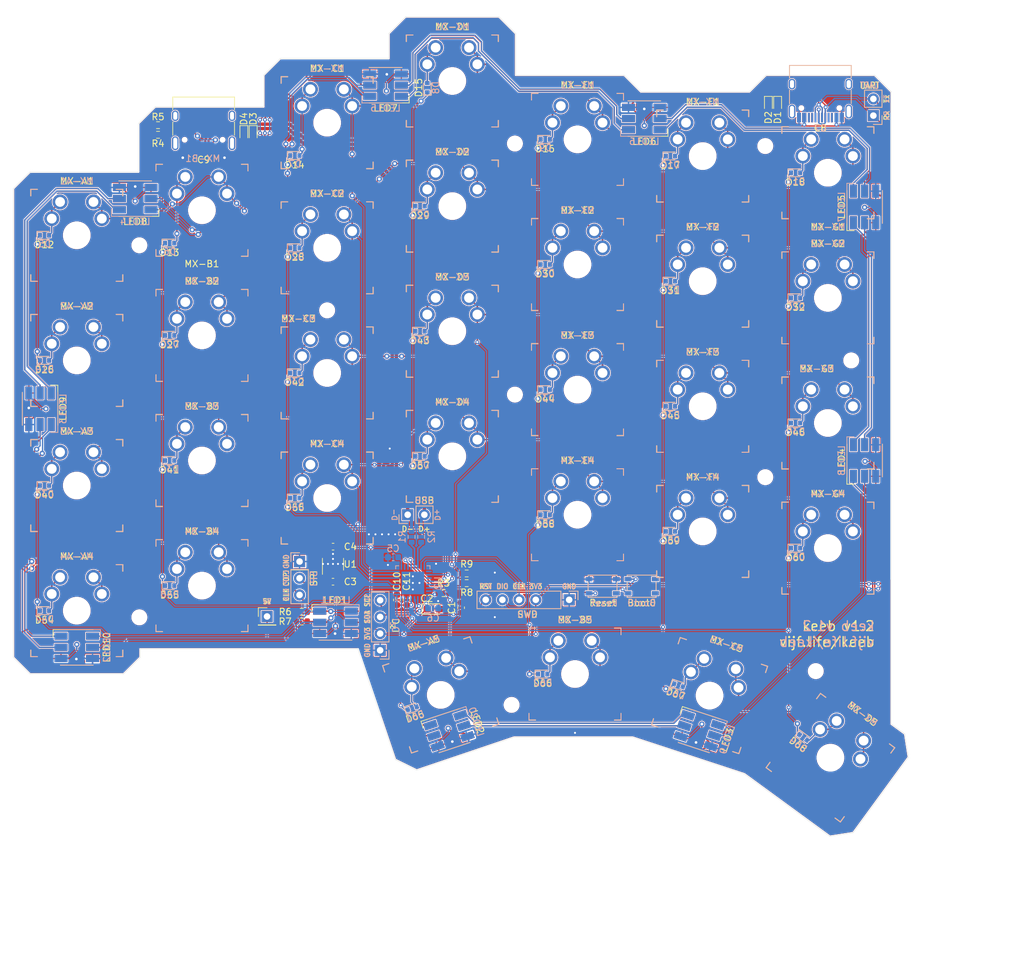
<source format=kicad_pcb>
(kicad_pcb (version 20171130) (host pcbnew 5.1.9)

  (general
    (thickness 1.6)
    (drawings 116)
    (tracks 1577)
    (zones 0)
    (modules 162)
    (nets 102)
  )

  (page A4)
  (layers
    (0 F.Cu signal)
    (31 B.Cu signal)
    (32 B.Adhes user)
    (33 F.Adhes user)
    (34 B.Paste user)
    (35 F.Paste user)
    (36 B.SilkS user)
    (37 F.SilkS user)
    (38 B.Mask user)
    (39 F.Mask user)
    (40 Dwgs.User user)
    (41 Cmts.User user)
    (42 Eco1.User user)
    (43 Eco2.User user)
    (44 Edge.Cuts user)
    (45 Margin user)
    (46 B.CrtYd user)
    (47 F.CrtYd user)
    (48 B.Fab user)
    (49 F.Fab user)
  )

  (setup
    (last_trace_width 0.2)
    (user_trace_width 0.128)
    (user_trace_width 0.2)
    (user_trace_width 0.3)
    (user_trace_width 0.4)
    (user_trace_width 0.5)
    (trace_clearance 0.128)
    (zone_clearance 0.127)
    (zone_45_only no)
    (trace_min 0.128)
    (via_size 0.6)
    (via_drill 0.3)
    (via_min_size 0.4)
    (via_min_drill 0.3)
    (uvia_size 0.3)
    (uvia_drill 0.1)
    (uvias_allowed no)
    (uvia_min_size 0.2)
    (uvia_min_drill 0.1)
    (edge_width 0.05)
    (segment_width 0.2)
    (pcb_text_width 0.3)
    (pcb_text_size 1.5 1.5)
    (mod_edge_width 0.12)
    (mod_text_size 1 1)
    (mod_text_width 0.15)
    (pad_size 1 2.1)
    (pad_drill 0.6)
    (pad_to_mask_clearance 0)
    (aux_axis_origin 31.75 17.145)
    (visible_elements FFFFFF7F)
    (pcbplotparams
      (layerselection 0x010fc_ffffffff)
      (usegerberextensions false)
      (usegerberattributes false)
      (usegerberadvancedattributes false)
      (creategerberjobfile false)
      (excludeedgelayer false)
      (linewidth 0.100000)
      (plotframeref false)
      (viasonmask false)
      (mode 1)
      (useauxorigin true)
      (hpglpennumber 1)
      (hpglpenspeed 20)
      (hpglpendiameter 15.000000)
      (psnegative false)
      (psa4output false)
      (plotreference true)
      (plotvalue true)
      (plotinvisibletext false)
      (padsonsilk false)
      (subtractmaskfromsilk false)
      (outputformat 1)
      (mirror false)
      (drillshape 0)
      (scaleselection 1)
      (outputdirectory "gerber/"))
  )

  (net 0 "")
  (net 1 "Net-(D11-Pad2)")
  (net 2 GND)
  (net 3 VCC)
  (net 4 "Net-(D14-Pad2)")
  (net 5 "Net-(D15-Pad2)")
  (net 6 "Net-(D16-Pad2)")
  (net 7 "Net-(D23-Pad2)")
  (net 8 "Net-(D24-Pad2)")
  (net 9 "Net-(D25-Pad2)")
  (net 10 "Net-(D33-Pad2)")
  (net 11 "Net-(D34-Pad2)")
  (net 12 "Net-(D35-Pad2)")
  (net 13 "Net-(D36-Pad2)")
  (net 14 +3V3)
  (net 15 UsbD+)
  (net 16 UsbD-)
  (net 17 UsartTx)
  (net 18 UsartRx)
  (net 19 Row1)
  (net 20 Row2)
  (net 21 Row3)
  (net 22 Row4)
  (net 23 Row5)
  (net 24 ColA)
  (net 25 ColC)
  (net 26 ColB)
  (net 27 ColD)
  (net 28 ColE)
  (net 29 ColF)
  (net 30 ColG)
  (net 31 Reset)
  (net 32 SwDio)
  (net 33 SwClk)
  (net 34 "Net-(D22-Pad2)")
  (net 35 "Net-(D13-Pad2)")
  (net 36 "Net-(D37-Pad2)")
  (net 37 "Net-(D38-Pad2)")
  (net 38 "Net-(D39-Pad2)")
  (net 39 "Net-(D47-Pad2)")
  (net 40 "Net-(D48-Pad2)")
  (net 41 "Net-(D49-Pad2)")
  (net 42 "Net-(D50-Pad2)")
  (net 43 /Boot0)
  (net 44 LedClk)
  (net 45 LedMosi)
  (net 46 I²cScl)
  (net 47 I²cSda)
  (net 48 /UsbRD-)
  (net 49 /UsbRD+)
  (net 50 "Net-(D12-Pad2)")
  (net 51 "Net-(D10-Pad2)")
  (net 52 "Net-(D61-Pad2)")
  (net 53 "Net-(D62-Pad2)")
  (net 54 "Net-(D63-Pad2)")
  (net 55 "Net-(LED1-Pad6)")
  (net 56 "Net-(LED1-Pad5)")
  (net 57 "Net-(LED2-Pad6)")
  (net 58 "Net-(LED2-Pad5)")
  (net 59 "Net-(LED3-Pad6)")
  (net 60 "Net-(LED3-Pad5)")
  (net 61 "Net-(LED4-Pad6)")
  (net 62 "Net-(LED4-Pad5)")
  (net 63 "Net-(LED10-Pad1)")
  (net 64 "Net-(LED10-Pad2)")
  (net 65 "Net-(LED6-Pad6)")
  (net 66 "Net-(LED6-Pad5)")
  (net 67 "Net-(LED11-Pad6)")
  (net 68 "Net-(LED11-Pad5)")
  (net 69 "Net-(LED12-Pad6)")
  (net 70 "Net-(LED12-Pad5)")
  (net 71 "Net-(LED13-Pad6)")
  (net 72 "Net-(LED13-Pad5)")
  (net 73 "Net-(LED14-Pad6)")
  (net 74 "Net-(LED14-Pad5)")
  (net 75 "Net-(LED15-Pad6)")
  (net 76 "Net-(LED15-Pad5)")
  (net 77 "Net-(LED16-Pad6)")
  (net 78 "Net-(LED16-Pad5)")
  (net 79 "Net-(D19-Pad2)")
  (net 80 "Net-(D20-Pad2)")
  (net 81 "Net-(D21-Pad2)")
  (net 82 "Net-(D51-Pad2)")
  (net 83 "Net-(D52-Pad2)")
  (net 84 "Net-(D53-Pad2)")
  (net 85 "Net-(D64-Pad2)")
  (net 86 "Net-(LED5-Pad6)")
  (net 87 "Net-(LED5-Pad5)")
  (net 88 "Net-(LED7-Pad6)")
  (net 89 "Net-(LED7-Pad5)")
  (net 90 "Net-(LED8-Pad6)")
  (net 91 "Net-(LED8-Pad5)")
  (net 92 "Net-(LED17-Pad6)")
  (net 93 "Net-(LED17-Pad5)")
  (net 94 "Net-(LED18-Pad6)")
  (net 95 "Net-(LED18-Pad5)")
  (net 96 "Net-(LED19-Pad6)")
  (net 97 "Net-(LED19-Pad5)")
  (net 98 /CC1)
  (net 99 /CC2)
  (net 100 "Net-(R8-Pad2)")
  (net 101 "Net-(R9-Pad2)")

  (net_class Default "This is the default net class."
    (clearance 0.128)
    (trace_width 0.2)
    (via_dia 0.6)
    (via_drill 0.3)
    (uvia_dia 0.3)
    (uvia_drill 0.1)
    (add_net +3V3)
    (add_net /Boot0)
    (add_net /CC1)
    (add_net /CC2)
    (add_net /UsbRD+)
    (add_net /UsbRD-)
    (add_net ColA)
    (add_net ColB)
    (add_net ColC)
    (add_net ColD)
    (add_net ColE)
    (add_net ColF)
    (add_net ColG)
    (add_net GND)
    (add_net I²cScl)
    (add_net I²cSda)
    (add_net LedClk)
    (add_net LedMosi)
    (add_net "Net-(D10-Pad2)")
    (add_net "Net-(D11-Pad2)")
    (add_net "Net-(D12-Pad2)")
    (add_net "Net-(D13-Pad2)")
    (add_net "Net-(D14-Pad2)")
    (add_net "Net-(D15-Pad2)")
    (add_net "Net-(D16-Pad2)")
    (add_net "Net-(D19-Pad2)")
    (add_net "Net-(D20-Pad2)")
    (add_net "Net-(D21-Pad2)")
    (add_net "Net-(D22-Pad2)")
    (add_net "Net-(D23-Pad2)")
    (add_net "Net-(D24-Pad2)")
    (add_net "Net-(D25-Pad2)")
    (add_net "Net-(D33-Pad2)")
    (add_net "Net-(D34-Pad2)")
    (add_net "Net-(D35-Pad2)")
    (add_net "Net-(D36-Pad2)")
    (add_net "Net-(D37-Pad2)")
    (add_net "Net-(D38-Pad2)")
    (add_net "Net-(D39-Pad2)")
    (add_net "Net-(D47-Pad2)")
    (add_net "Net-(D48-Pad2)")
    (add_net "Net-(D49-Pad2)")
    (add_net "Net-(D50-Pad2)")
    (add_net "Net-(D51-Pad2)")
    (add_net "Net-(D52-Pad2)")
    (add_net "Net-(D53-Pad2)")
    (add_net "Net-(D61-Pad2)")
    (add_net "Net-(D62-Pad2)")
    (add_net "Net-(D63-Pad2)")
    (add_net "Net-(D64-Pad2)")
    (add_net "Net-(LED1-Pad5)")
    (add_net "Net-(LED1-Pad6)")
    (add_net "Net-(LED10-Pad1)")
    (add_net "Net-(LED10-Pad2)")
    (add_net "Net-(LED11-Pad5)")
    (add_net "Net-(LED11-Pad6)")
    (add_net "Net-(LED12-Pad5)")
    (add_net "Net-(LED12-Pad6)")
    (add_net "Net-(LED13-Pad5)")
    (add_net "Net-(LED13-Pad6)")
    (add_net "Net-(LED14-Pad5)")
    (add_net "Net-(LED14-Pad6)")
    (add_net "Net-(LED15-Pad5)")
    (add_net "Net-(LED15-Pad6)")
    (add_net "Net-(LED16-Pad5)")
    (add_net "Net-(LED16-Pad6)")
    (add_net "Net-(LED17-Pad5)")
    (add_net "Net-(LED17-Pad6)")
    (add_net "Net-(LED18-Pad5)")
    (add_net "Net-(LED18-Pad6)")
    (add_net "Net-(LED19-Pad5)")
    (add_net "Net-(LED19-Pad6)")
    (add_net "Net-(LED2-Pad5)")
    (add_net "Net-(LED2-Pad6)")
    (add_net "Net-(LED3-Pad5)")
    (add_net "Net-(LED3-Pad6)")
    (add_net "Net-(LED4-Pad5)")
    (add_net "Net-(LED4-Pad6)")
    (add_net "Net-(LED5-Pad5)")
    (add_net "Net-(LED5-Pad6)")
    (add_net "Net-(LED6-Pad5)")
    (add_net "Net-(LED6-Pad6)")
    (add_net "Net-(LED7-Pad5)")
    (add_net "Net-(LED7-Pad6)")
    (add_net "Net-(LED8-Pad5)")
    (add_net "Net-(LED8-Pad6)")
    (add_net "Net-(R8-Pad2)")
    (add_net "Net-(R9-Pad2)")
    (add_net Reset)
    (add_net Row1)
    (add_net Row2)
    (add_net Row3)
    (add_net Row4)
    (add_net Row5)
    (add_net SwClk)
    (add_net SwDio)
    (add_net UsartRx)
    (add_net UsartTx)
    (add_net VCC)
  )

  (net_class "USB Data" ""
    (clearance 0.13)
    (trace_width 0.5)
    (via_dia 0.8)
    (via_drill 0.4)
    (uvia_dia 0.3)
    (uvia_drill 0.1)
    (add_net UsbD+)
    (add_net UsbD-)
  )

  (module Resistor_SMD:R_0603_1608Metric (layer F.Cu) (tedit 5F68FEEE) (tstamp 6059E1EF)
    (at 143.7894 100.5078 180)
    (descr "Resistor SMD 0603 (1608 Metric), square (rectangular) end terminal, IPC_7351 nominal, (Body size source: IPC-SM-782 page 72, https://www.pcb-3d.com/wordpress/wp-content/uploads/ipc-sm-782a_amendment_1_and_2.pdf), generated with kicad-footprint-generator")
    (tags resistor)
    (path /605EEFCC)
    (attr smd)
    (fp_text reference R9 (at 0 1.4224) (layer F.SilkS)
      (effects (font (size 1 1) (thickness 0.15)))
    )
    (fp_text value 0R (at 0 1.43) (layer F.Fab)
      (effects (font (size 1 1) (thickness 0.15)))
    )
    (fp_line (start 1.48 0.73) (end -1.48 0.73) (layer F.CrtYd) (width 0.05))
    (fp_line (start 1.48 -0.73) (end 1.48 0.73) (layer F.CrtYd) (width 0.05))
    (fp_line (start -1.48 -0.73) (end 1.48 -0.73) (layer F.CrtYd) (width 0.05))
    (fp_line (start -1.48 0.73) (end -1.48 -0.73) (layer F.CrtYd) (width 0.05))
    (fp_line (start -0.237258 0.5225) (end 0.237258 0.5225) (layer F.SilkS) (width 0.12))
    (fp_line (start -0.237258 -0.5225) (end 0.237258 -0.5225) (layer F.SilkS) (width 0.12))
    (fp_line (start 0.8 0.4125) (end -0.8 0.4125) (layer F.Fab) (width 0.1))
    (fp_line (start 0.8 -0.4125) (end 0.8 0.4125) (layer F.Fab) (width 0.1))
    (fp_line (start -0.8 -0.4125) (end 0.8 -0.4125) (layer F.Fab) (width 0.1))
    (fp_line (start -0.8 0.4125) (end -0.8 -0.4125) (layer F.Fab) (width 0.1))
    (fp_text user %R (at 0 0) (layer F.Fab)
      (effects (font (size 0.4 0.4) (thickness 0.06)))
    )
    (pad 2 smd roundrect (at 0.825 0 180) (size 0.8 0.95) (layers F.Cu F.Paste F.Mask) (roundrect_rratio 0.25)
      (net 101 "Net-(R9-Pad2)"))
    (pad 1 smd roundrect (at -0.825 0 180) (size 0.8 0.95) (layers F.Cu F.Paste F.Mask) (roundrect_rratio 0.25)
      (net 18 UsartRx))
    (model ${KISYS3DMOD}/Resistor_SMD.3dshapes/R_0603_1608Metric.wrl
      (at (xyz 0 0 0))
      (scale (xyz 1 1 1))
      (rotate (xyz 0 0 0))
    )
  )

  (module Resistor_SMD:R_0603_1608Metric (layer F.Cu) (tedit 5F68FEEE) (tstamp 6059E1DE)
    (at 143.7894 101.981 180)
    (descr "Resistor SMD 0603 (1608 Metric), square (rectangular) end terminal, IPC_7351 nominal, (Body size source: IPC-SM-782 page 72, https://www.pcb-3d.com/wordpress/wp-content/uploads/ipc-sm-782a_amendment_1_and_2.pdf), generated with kicad-footprint-generator")
    (tags resistor)
    (path /605EEB47)
    (attr smd)
    (fp_text reference R8 (at 0 -1.43) (layer F.SilkS)
      (effects (font (size 1 1) (thickness 0.15)))
    )
    (fp_text value 0R (at 0 1.43) (layer F.Fab)
      (effects (font (size 1 1) (thickness 0.15)))
    )
    (fp_line (start 1.48 0.73) (end -1.48 0.73) (layer F.CrtYd) (width 0.05))
    (fp_line (start 1.48 -0.73) (end 1.48 0.73) (layer F.CrtYd) (width 0.05))
    (fp_line (start -1.48 -0.73) (end 1.48 -0.73) (layer F.CrtYd) (width 0.05))
    (fp_line (start -1.48 0.73) (end -1.48 -0.73) (layer F.CrtYd) (width 0.05))
    (fp_line (start -0.237258 0.5225) (end 0.237258 0.5225) (layer F.SilkS) (width 0.12))
    (fp_line (start -0.237258 -0.5225) (end 0.237258 -0.5225) (layer F.SilkS) (width 0.12))
    (fp_line (start 0.8 0.4125) (end -0.8 0.4125) (layer F.Fab) (width 0.1))
    (fp_line (start 0.8 -0.4125) (end 0.8 0.4125) (layer F.Fab) (width 0.1))
    (fp_line (start -0.8 -0.4125) (end 0.8 -0.4125) (layer F.Fab) (width 0.1))
    (fp_line (start -0.8 0.4125) (end -0.8 -0.4125) (layer F.Fab) (width 0.1))
    (fp_text user %R (at 0 0) (layer F.Fab)
      (effects (font (size 0.4 0.4) (thickness 0.06)))
    )
    (pad 2 smd roundrect (at 0.825 0 180) (size 0.8 0.95) (layers F.Cu F.Paste F.Mask) (roundrect_rratio 0.25)
      (net 100 "Net-(R8-Pad2)"))
    (pad 1 smd roundrect (at -0.825 0 180) (size 0.8 0.95) (layers F.Cu F.Paste F.Mask) (roundrect_rratio 0.25)
      (net 17 UsartTx))
    (model ${KISYS3DMOD}/Resistor_SMD.3dshapes/R_0603_1608Metric.wrl
      (at (xyz 0 0 0))
      (scale (xyz 1 1 1))
      (rotate (xyz 0 0 0))
    )
  )

  (module Button_Switch_SMD:SW_SPST_PTS810 (layer F.Cu) (tedit 6058B95C) (tstamp 605995FF)
    (at 170.4213 102.4509)
    (descr "C&K Components, PTS 810 Series, Microminiature SMT Top Actuated, http://www.ckswitches.com/media/1476/pts810.pdf")
    (tags "SPST Button Switch")
    (path /605FEF50)
    (attr smd)
    (fp_text reference SW4 (at 0 -2.6) (layer F.SilkS) hide
      (effects (font (size 1 1) (thickness 0.15)))
    )
    (fp_text value SW_Push (at 0 2.6) (layer F.Fab) hide
      (effects (font (size 1 1) (thickness 0.15)))
    )
    (fp_line (start -2.85 -1.85) (end 2.85 -1.85) (layer F.CrtYd) (width 0.05))
    (fp_line (start -2.85 1.85) (end -2.85 -1.85) (layer F.CrtYd) (width 0.05))
    (fp_line (start 2.85 1.85) (end -2.85 1.85) (layer F.CrtYd) (width 0.05))
    (fp_line (start 2.85 -1.85) (end 2.85 1.85) (layer F.CrtYd) (width 0.05))
    (fp_line (start 2.2 -1.58) (end 2.2 -1.7) (layer F.SilkS) (width 0.12))
    (fp_line (start 2.2 0.57) (end 2.2 -0.57) (layer F.SilkS) (width 0.12))
    (fp_line (start 2.2 1.7) (end 2.2 1.58) (layer F.SilkS) (width 0.12))
    (fp_line (start -2.2 1.7) (end 2.2 1.7) (layer F.SilkS) (width 0.12))
    (fp_line (start -2.2 1.58) (end -2.2 1.7) (layer F.SilkS) (width 0.12))
    (fp_line (start -2.2 -0.57) (end -2.2 0.57) (layer F.SilkS) (width 0.12))
    (fp_line (start -2.2 -1.7) (end -2.2 -1.58) (layer F.SilkS) (width 0.12))
    (fp_line (start 2.2 -1.7) (end -2.2 -1.7) (layer F.SilkS) (width 0.12))
    (fp_line (start 0.4 1.1) (end -0.4 1.1) (layer F.Fab) (width 0.1))
    (fp_line (start -0.4 -1.1) (end 0.4 -1.1) (layer F.Fab) (width 0.1))
    (fp_line (start -2.1 1.6) (end 2.1 1.6) (layer F.Fab) (width 0.1))
    (fp_line (start -2.1 -1.6) (end -2.1 1.6) (layer F.Fab) (width 0.1))
    (fp_line (start 2.1 -1.6) (end -2.1 -1.6) (layer F.Fab) (width 0.1))
    (fp_line (start 2.1 1.6) (end 2.1 -1.6) (layer F.Fab) (width 0.1))
    (fp_arc (start 0.4 0) (end 0.4 -1.1) (angle 180) (layer F.Fab) (width 0.1))
    (fp_arc (start -0.4 0) (end -0.4 1.1) (angle 180) (layer F.Fab) (width 0.1))
    (fp_text user %R (at 0 0) (layer F.Fab)
      (effects (font (size 0.6 0.6) (thickness 0.09)))
    )
    (pad "" smd rect (at 2.075 1.075) (size 1.05 0.65) (layers F.Cu F.Paste F.Mask))
    (pad 2 smd rect (at -2.075 1.075) (size 1.05 0.65) (layers F.Cu F.Paste F.Mask)
      (net 43 /Boot0))
    (pad "" smd rect (at 2.075 -1.075) (size 1.05 0.65) (layers F.Cu F.Paste F.Mask))
    (pad 1 smd rect (at -2.075 -1.075) (size 1.05 0.65) (layers F.Cu F.Paste F.Mask)
      (net 14 +3V3))
    (model ${KIPRJMOD}/models/PTS810SJK250SMTRLFS.stp
      (offset (xyz 0 0 1.5))
      (scale (xyz 1 1 1))
      (rotate (xyz -90 0 0))
    )
  )

  (module Button_Switch_SMD:SW_SPST_PTS810 (layer B.Cu) (tedit 6058B967) (tstamp 605995E2)
    (at 170.4213 102.4509 180)
    (descr "C&K Components, PTS 810 Series, Microminiature SMT Top Actuated, http://www.ckswitches.com/media/1476/pts810.pdf")
    (tags "SPST Button Switch")
    (path /6060D3F5)
    (attr smd)
    (fp_text reference SW3 (at 0 2.6) (layer B.SilkS) hide
      (effects (font (size 1 1) (thickness 0.15)) (justify mirror))
    )
    (fp_text value SW_Push (at 0 -2.6) (layer B.Fab) hide
      (effects (font (size 1 1) (thickness 0.15)) (justify mirror))
    )
    (fp_line (start -2.85 1.85) (end 2.85 1.85) (layer B.CrtYd) (width 0.05))
    (fp_line (start -2.85 -1.85) (end -2.85 1.85) (layer B.CrtYd) (width 0.05))
    (fp_line (start 2.85 -1.85) (end -2.85 -1.85) (layer B.CrtYd) (width 0.05))
    (fp_line (start 2.85 1.85) (end 2.85 -1.85) (layer B.CrtYd) (width 0.05))
    (fp_line (start 2.2 1.58) (end 2.2 1.7) (layer B.SilkS) (width 0.12))
    (fp_line (start 2.2 -0.57) (end 2.2 0.57) (layer B.SilkS) (width 0.12))
    (fp_line (start 2.2 -1.7) (end 2.2 -1.58) (layer B.SilkS) (width 0.12))
    (fp_line (start -2.2 -1.7) (end 2.2 -1.7) (layer B.SilkS) (width 0.12))
    (fp_line (start -2.2 -1.58) (end -2.2 -1.7) (layer B.SilkS) (width 0.12))
    (fp_line (start -2.2 0.57) (end -2.2 -0.57) (layer B.SilkS) (width 0.12))
    (fp_line (start -2.2 1.7) (end -2.2 1.58) (layer B.SilkS) (width 0.12))
    (fp_line (start 2.2 1.7) (end -2.2 1.7) (layer B.SilkS) (width 0.12))
    (fp_line (start 0.4 -1.1) (end -0.4 -1.1) (layer B.Fab) (width 0.1))
    (fp_line (start -0.4 1.1) (end 0.4 1.1) (layer B.Fab) (width 0.1))
    (fp_line (start -2.1 -1.6) (end 2.1 -1.6) (layer B.Fab) (width 0.1))
    (fp_line (start -2.1 1.6) (end -2.1 -1.6) (layer B.Fab) (width 0.1))
    (fp_line (start 2.1 1.6) (end -2.1 1.6) (layer B.Fab) (width 0.1))
    (fp_line (start 2.1 -1.6) (end 2.1 1.6) (layer B.Fab) (width 0.1))
    (fp_arc (start 0.4 0) (end 0.4 1.1) (angle -180) (layer B.Fab) (width 0.1))
    (fp_arc (start -0.4 0) (end -0.4 -1.1) (angle -180) (layer B.Fab) (width 0.1))
    (fp_text user %R (at 0 0) (layer B.Fab)
      (effects (font (size 0.6 0.6) (thickness 0.09)) (justify mirror))
    )
    (pad 2 smd rect (at 2.075 -1.075 180) (size 1.05 0.65) (layers B.Cu B.Paste B.Mask)
      (net 43 /Boot0))
    (pad "" smd rect (at -2.075 -1.075 180) (size 1.05 0.65) (layers B.Cu B.Paste B.Mask))
    (pad 1 smd rect (at 2.075 1.075 180) (size 1.05 0.65) (layers B.Cu B.Paste B.Mask)
      (net 14 +3V3))
    (pad "" smd rect (at -2.075 1.075 180) (size 1.05 0.65) (layers B.Cu B.Paste B.Mask))
    (model ${KIPRJMOD}/models/PTS810SJK250SMTRLFS.stp
      (offset (xyz 0 0 1.5))
      (scale (xyz 1 1 1))
      (rotate (xyz -90 0 0))
    )
  )

  (module Capacitor_SMD:C_0603_1608Metric (layer F.Cu) (tedit 5F68FEEE) (tstamp 6058F531)
    (at 134.6454 104.5464 270)
    (descr "Capacitor SMD 0603 (1608 Metric), square (rectangular) end terminal, IPC_7351 nominal, (Body size source: IPC-SM-782 page 76, https://www.pcb-3d.com/wordpress/wp-content/uploads/ipc-sm-782a_amendment_1_and_2.pdf), generated with kicad-footprint-generator")
    (tags capacitor)
    (path /605BE918)
    (attr smd)
    (fp_text reference C11 (at -2.8575 0 90) (layer F.SilkS)
      (effects (font (size 1 1) (thickness 0.15)))
    )
    (fp_text value 10nF (at 0 1.43 90) (layer F.Fab)
      (effects (font (size 1 1) (thickness 0.15)))
    )
    (fp_line (start -0.8 0.4) (end -0.8 -0.4) (layer F.Fab) (width 0.1))
    (fp_line (start -0.8 -0.4) (end 0.8 -0.4) (layer F.Fab) (width 0.1))
    (fp_line (start 0.8 -0.4) (end 0.8 0.4) (layer F.Fab) (width 0.1))
    (fp_line (start 0.8 0.4) (end -0.8 0.4) (layer F.Fab) (width 0.1))
    (fp_line (start -0.14058 -0.51) (end 0.14058 -0.51) (layer F.SilkS) (width 0.12))
    (fp_line (start -0.14058 0.51) (end 0.14058 0.51) (layer F.SilkS) (width 0.12))
    (fp_line (start -1.48 0.73) (end -1.48 -0.73) (layer F.CrtYd) (width 0.05))
    (fp_line (start -1.48 -0.73) (end 1.48 -0.73) (layer F.CrtYd) (width 0.05))
    (fp_line (start 1.48 -0.73) (end 1.48 0.73) (layer F.CrtYd) (width 0.05))
    (fp_line (start 1.48 0.73) (end -1.48 0.73) (layer F.CrtYd) (width 0.05))
    (fp_text user %R (at 0 0 90) (layer F.Fab)
      (effects (font (size 0.4 0.4) (thickness 0.06)))
    )
    (pad 2 smd roundrect (at 0.775 0 270) (size 0.9 0.95) (layers F.Cu F.Paste F.Mask) (roundrect_rratio 0.25)
      (net 14 +3V3))
    (pad 1 smd roundrect (at -0.775 0 270) (size 0.9 0.95) (layers F.Cu F.Paste F.Mask) (roundrect_rratio 0.25)
      (net 2 GND))
    (model ${KISYS3DMOD}/Capacitor_SMD.3dshapes/C_0603_1608Metric.wrl
      (at (xyz 0 0 0))
      (scale (xyz 1 1 1))
      (rotate (xyz 0 0 0))
    )
  )

  (module Capacitor_SMD:C_0603_1608Metric (layer F.Cu) (tedit 5F68FEEE) (tstamp 6058D582)
    (at 133.1722 104.5461 270)
    (descr "Capacitor SMD 0603 (1608 Metric), square (rectangular) end terminal, IPC_7351 nominal, (Body size source: IPC-SM-782 page 76, https://www.pcb-3d.com/wordpress/wp-content/uploads/ipc-sm-782a_amendment_1_and_2.pdf), generated with kicad-footprint-generator")
    (tags capacitor)
    (path /605BF024)
    (attr smd)
    (fp_text reference C10 (at -2.8572 0 90) (layer F.SilkS)
      (effects (font (size 1 1) (thickness 0.15)))
    )
    (fp_text value 1µF (at 0 1.43 90) (layer F.Fab)
      (effects (font (size 1 1) (thickness 0.15)))
    )
    (fp_line (start -0.8 0.4) (end -0.8 -0.4) (layer F.Fab) (width 0.1))
    (fp_line (start -0.8 -0.4) (end 0.8 -0.4) (layer F.Fab) (width 0.1))
    (fp_line (start 0.8 -0.4) (end 0.8 0.4) (layer F.Fab) (width 0.1))
    (fp_line (start 0.8 0.4) (end -0.8 0.4) (layer F.Fab) (width 0.1))
    (fp_line (start -0.14058 -0.51) (end 0.14058 -0.51) (layer F.SilkS) (width 0.12))
    (fp_line (start -0.14058 0.51) (end 0.14058 0.51) (layer F.SilkS) (width 0.12))
    (fp_line (start -1.48 0.73) (end -1.48 -0.73) (layer F.CrtYd) (width 0.05))
    (fp_line (start -1.48 -0.73) (end 1.48 -0.73) (layer F.CrtYd) (width 0.05))
    (fp_line (start 1.48 -0.73) (end 1.48 0.73) (layer F.CrtYd) (width 0.05))
    (fp_line (start 1.48 0.73) (end -1.48 0.73) (layer F.CrtYd) (width 0.05))
    (fp_text user %R (at 0 0 90) (layer F.Fab)
      (effects (font (size 0.4 0.4) (thickness 0.06)))
    )
    (pad 2 smd roundrect (at 0.775 0 270) (size 0.9 0.95) (layers F.Cu F.Paste F.Mask) (roundrect_rratio 0.25)
      (net 14 +3V3))
    (pad 1 smd roundrect (at -0.775 0 270) (size 0.9 0.95) (layers F.Cu F.Paste F.Mask) (roundrect_rratio 0.25)
      (net 2 GND))
    (model ${KISYS3DMOD}/Capacitor_SMD.3dshapes/C_0603_1608Metric.wrl
      (at (xyz 0 0 0))
      (scale (xyz 1 1 1))
      (rotate (xyz 0 0 0))
    )
  )

  (module Connector_USB:USB_C_Receptacle_HRO_TYPE-C-31-M-12 (layer B.Cu) (tedit 6058B9A0) (tstamp 604BEBE2)
    (at 197.612 27.051)
    (descr "USB Type-C receptacle for USB 2.0 and PD, http://www.krhro.com/uploads/soft/180320/1-1P320120243.pdf")
    (tags "usb usb-c 2.0 pd")
    (path /60416777)
    (attr smd)
    (fp_text reference C7 (at 0 5.645) (layer B.SilkS)
      (effects (font (size 1 1) (thickness 0.15)) (justify mirror))
    )
    (fp_text value SplitConnectorL (at 0 -5.1) (layer B.Fab)
      (effects (font (size 1 1) (thickness 0.15)) (justify mirror))
    )
    (fp_line (start -4.7 -2) (end -4.7 -3.9) (layer B.SilkS) (width 0.12))
    (fp_line (start -4.7 1.9) (end -4.7 -0.1) (layer B.SilkS) (width 0.12))
    (fp_line (start 4.7 -2) (end 4.7 -3.9) (layer B.SilkS) (width 0.12))
    (fp_line (start 4.7 1.9) (end 4.7 -0.1) (layer B.SilkS) (width 0.12))
    (fp_line (start 5.32 5.27) (end 5.32 -4.15) (layer B.CrtYd) (width 0.05))
    (fp_line (start -5.32 5.27) (end -5.32 -4.15) (layer B.CrtYd) (width 0.05))
    (fp_line (start -5.32 -4.15) (end 5.32 -4.15) (layer B.CrtYd) (width 0.05))
    (fp_line (start -5.32 5.27) (end 5.32 5.27) (layer B.CrtYd) (width 0.05))
    (fp_line (start 4.47 3.65) (end 4.47 -3.65) (layer B.Fab) (width 0.1))
    (fp_line (start -4.47 -3.65) (end 4.47 -3.65) (layer B.Fab) (width 0.1))
    (fp_line (start -4.47 3.65) (end -4.47 -3.65) (layer B.Fab) (width 0.1))
    (fp_line (start -4.47 3.65) (end 4.47 3.65) (layer B.Fab) (width 0.1))
    (fp_line (start -4.7 -3.9) (end 4.7 -3.9) (layer B.SilkS) (width 0.12))
    (fp_text user %R (at 0 0) (layer B.Fab)
      (effects (font (size 1 1) (thickness 0.15)) (justify mirror))
    )
    (pad B1 smd rect (at 3.25 4.045) (size 0.6 1.45) (layers B.Cu B.Paste B.Mask)
      (net 2 GND))
    (pad A9 smd rect (at 2.45 4.045) (size 0.6 1.45) (layers B.Cu B.Paste B.Mask)
      (net 3 VCC))
    (pad B9 smd rect (at -2.45 4.045) (size 0.6 1.45) (layers B.Cu B.Paste B.Mask)
      (net 3 VCC))
    (pad B12 smd rect (at -3.25 4.045) (size 0.6 1.45) (layers B.Cu B.Paste B.Mask)
      (net 2 GND))
    (pad A1 smd rect (at -3.25 4.045) (size 0.6 1.45) (layers B.Cu B.Paste B.Mask)
      (net 2 GND))
    (pad A4 smd rect (at -2.45 4.045) (size 0.6 1.45) (layers B.Cu B.Paste B.Mask)
      (net 3 VCC))
    (pad B4 smd rect (at 2.45 4.045) (size 0.6 1.45) (layers B.Cu B.Paste B.Mask)
      (net 3 VCC))
    (pad A12 smd rect (at 3.25 4.045) (size 0.6 1.45) (layers B.Cu B.Paste B.Mask)
      (net 2 GND))
    (pad B8 smd rect (at -1.75 4.045) (size 0.3 1.45) (layers B.Cu B.Paste B.Mask))
    (pad A5 smd rect (at -1.25 4.045) (size 0.3 1.45) (layers B.Cu B.Paste B.Mask))
    (pad B7 smd rect (at -0.75 4.045) (size 0.3 1.45) (layers B.Cu B.Paste B.Mask)
      (net 17 UsartTx))
    (pad A7 smd rect (at 0.25 4.045) (size 0.3 1.45) (layers B.Cu B.Paste B.Mask)
      (net 17 UsartTx))
    (pad B6 smd rect (at 0.75 4.045) (size 0.3 1.45) (layers B.Cu B.Paste B.Mask)
      (net 18 UsartRx))
    (pad A8 smd rect (at 1.25 4.045) (size 0.3 1.45) (layers B.Cu B.Paste B.Mask))
    (pad B5 smd rect (at 1.75 4.045) (size 0.3 1.45) (layers B.Cu B.Paste B.Mask))
    (pad A6 smd rect (at -0.25 4.045) (size 0.3 1.45) (layers B.Cu B.Paste B.Mask)
      (net 18 UsartRx))
    (pad "" thru_hole oval (at 4.32 3.13) (size 1 2.1) (drill oval 0.6 1.7) (layers *.Cu *.Mask))
    (pad S1 thru_hole oval (at -4.32 3.13) (size 1 2.1) (drill oval 0.6 1.7) (layers *.Cu *.Mask))
    (pad "" np_thru_hole circle (at -2.89 2.6) (size 0.65 0.65) (drill 0.65) (layers *.Cu *.Mask))
    (pad "" thru_hole oval (at -4.32 -1.05) (size 1 1.6) (drill oval 0.6 1.2) (layers *.Cu *.Mask))
    (pad "" np_thru_hole circle (at 2.89 2.6) (size 0.65 0.65) (drill 0.65) (layers *.Cu *.Mask))
    (pad "" thru_hole oval (at 4.32 -1.05) (size 1 1.6) (drill oval 0.6 1.2) (layers *.Cu *.Mask))
    (model ${KISYS3DMOD}/Connector_USB.3dshapes/USB_C_Receptacle_HRO_TYPE-C-31-M-12.wrl
      (at (xyz 0 0 0))
      (scale (xyz 1 1 1))
      (rotate (xyz 0 0 0))
    )
  )

  (module Connector_USB:USB_C_Receptacle_HRO_TYPE-C-31-M-12 (layer F.Cu) (tedit 60499412) (tstamp 604BEC32)
    (at 103.759 31.877 180)
    (descr "USB Type-C receptacle for USB 2.0 and PD, http://www.krhro.com/uploads/soft/180320/1-1P320120243.pdf")
    (tags "usb usb-c 2.0 pd")
    (path /6054A257)
    (attr smd)
    (fp_text reference C9 (at 0 -5.645) (layer F.SilkS)
      (effects (font (size 1 1) (thickness 0.15)))
    )
    (fp_text value USB (at 0 5.1) (layer F.Fab)
      (effects (font (size 1 1) (thickness 0.15)))
    )
    (fp_line (start -4.7 2) (end -4.7 3.9) (layer F.SilkS) (width 0.12))
    (fp_line (start -4.7 -1.9) (end -4.7 0.1) (layer F.SilkS) (width 0.12))
    (fp_line (start 4.7 2) (end 4.7 3.9) (layer F.SilkS) (width 0.12))
    (fp_line (start 4.7 -1.9) (end 4.7 0.1) (layer F.SilkS) (width 0.12))
    (fp_line (start 5.32 -5.27) (end 5.32 4.15) (layer F.CrtYd) (width 0.05))
    (fp_line (start -5.32 -5.27) (end -5.32 4.15) (layer F.CrtYd) (width 0.05))
    (fp_line (start -5.32 4.15) (end 5.32 4.15) (layer F.CrtYd) (width 0.05))
    (fp_line (start -5.32 -5.27) (end 5.32 -5.27) (layer F.CrtYd) (width 0.05))
    (fp_line (start 4.47 -3.65) (end 4.47 3.65) (layer F.Fab) (width 0.1))
    (fp_line (start -4.47 3.65) (end 4.47 3.65) (layer F.Fab) (width 0.1))
    (fp_line (start -4.47 -3.65) (end -4.47 3.65) (layer F.Fab) (width 0.1))
    (fp_line (start -4.47 -3.65) (end 4.47 -3.65) (layer F.Fab) (width 0.1))
    (fp_line (start -4.7 3.9) (end 4.7 3.9) (layer F.SilkS) (width 0.12))
    (fp_text user %R (at 0 0) (layer F.Fab)
      (effects (font (size 1 1) (thickness 0.15)))
    )
    (pad B1 smd rect (at 3.25 -4.045 180) (size 0.6 1.45) (layers F.Cu F.Paste F.Mask)
      (net 2 GND))
    (pad A9 smd rect (at 2.45 -4.045 180) (size 0.6 1.45) (layers F.Cu F.Paste F.Mask)
      (net 3 VCC))
    (pad B9 smd rect (at -2.45 -4.045 180) (size 0.6 1.45) (layers F.Cu F.Paste F.Mask)
      (net 3 VCC))
    (pad B12 smd rect (at -3.25 -4.045 180) (size 0.6 1.45) (layers F.Cu F.Paste F.Mask)
      (net 2 GND))
    (pad A1 smd rect (at -3.25 -4.045 180) (size 0.6 1.45) (layers F.Cu F.Paste F.Mask)
      (net 2 GND))
    (pad A4 smd rect (at -2.45 -4.045 180) (size 0.6 1.45) (layers F.Cu F.Paste F.Mask)
      (net 3 VCC))
    (pad B4 smd rect (at 2.45 -4.045 180) (size 0.6 1.45) (layers F.Cu F.Paste F.Mask)
      (net 3 VCC))
    (pad A12 smd rect (at 3.25 -4.045 180) (size 0.6 1.45) (layers F.Cu F.Paste F.Mask)
      (net 2 GND))
    (pad B8 smd rect (at -1.75 -4.045 180) (size 0.3 1.45) (layers F.Cu F.Paste F.Mask))
    (pad A5 smd rect (at -1.25 -4.045 180) (size 0.3 1.45) (layers F.Cu F.Paste F.Mask)
      (net 98 /CC1))
    (pad B7 smd rect (at -0.75 -4.045 180) (size 0.3 1.45) (layers F.Cu F.Paste F.Mask)
      (net 16 UsbD-))
    (pad A7 smd rect (at 0.25 -4.045 180) (size 0.3 1.45) (layers F.Cu F.Paste F.Mask)
      (net 16 UsbD-))
    (pad B6 smd rect (at 0.75 -4.045 180) (size 0.3 1.45) (layers F.Cu F.Paste F.Mask)
      (net 15 UsbD+))
    (pad A8 smd rect (at 1.25 -4.045 180) (size 0.3 1.45) (layers F.Cu F.Paste F.Mask))
    (pad B5 smd rect (at 1.75 -4.045 180) (size 0.3 1.45) (layers F.Cu F.Paste F.Mask)
      (net 99 /CC2))
    (pad A6 smd rect (at -0.25 -4.045 180) (size 0.3 1.45) (layers F.Cu F.Paste F.Mask)
      (net 15 UsbD+))
    (pad S1 thru_hole oval (at 4.32 -3.13 180) (size 1 2.1) (drill oval 0.6 1.7) (layers *.Cu *.Mask))
    (pad "" thru_hole oval (at -4.32 -3.13 180) (size 1 2.1) (drill oval 0.6 1.7) (layers *.Cu *.Mask))
    (pad "" np_thru_hole circle (at -2.89 -2.6 180) (size 0.65 0.65) (drill 0.65) (layers *.Cu *.Mask))
    (pad "" thru_hole oval (at -4.32 1.05 180) (size 1 1.6) (drill oval 0.6 1.2) (layers *.Cu *.Mask))
    (pad "" np_thru_hole circle (at 2.89 -2.6 180) (size 0.65 0.65) (drill 0.65) (layers *.Cu *.Mask))
    (pad "" thru_hole oval (at 4.32 1.05 180) (size 1 1.6) (drill oval 0.6 1.2) (layers *.Cu *.Mask))
    (model ${KISYS3DMOD}/Connector_USB.3dshapes/USB_C_Receptacle_HRO_TYPE-C-31-M-12.wrl
      (at (xyz 0 0 0))
      (scale (xyz 1 1 1))
      (rotate (xyz 0 0 0))
    )
  )

  (module Connector_USB:USB_C_Receptacle_HRO_TYPE-C-31-M-12 (layer F.Cu) (tedit 60499328) (tstamp 604BEC0A)
    (at 197.612 27.051 180)
    (descr "USB Type-C receptacle for USB 2.0 and PD, http://www.krhro.com/uploads/soft/180320/1-1P320120243.pdf")
    (tags "usb usb-c 2.0 pd")
    (path /605262E7)
    (attr smd)
    (fp_text reference C8 (at 0 -5.645) (layer F.SilkS)
      (effects (font (size 1 1) (thickness 0.15)))
    )
    (fp_text value SplitConnectorR (at 0 5.1) (layer F.Fab)
      (effects (font (size 1 1) (thickness 0.15)))
    )
    (fp_line (start -4.7 2) (end -4.7 3.9) (layer F.SilkS) (width 0.12))
    (fp_line (start -4.7 -1.9) (end -4.7 0.1) (layer F.SilkS) (width 0.12))
    (fp_line (start 4.7 2) (end 4.7 3.9) (layer F.SilkS) (width 0.12))
    (fp_line (start 4.7 -1.9) (end 4.7 0.1) (layer F.SilkS) (width 0.12))
    (fp_line (start 5.32 -5.27) (end 5.32 4.15) (layer F.CrtYd) (width 0.05))
    (fp_line (start -5.32 -5.27) (end -5.32 4.15) (layer F.CrtYd) (width 0.05))
    (fp_line (start -5.32 4.15) (end 5.32 4.15) (layer F.CrtYd) (width 0.05))
    (fp_line (start -5.32 -5.27) (end 5.32 -5.27) (layer F.CrtYd) (width 0.05))
    (fp_line (start 4.47 -3.65) (end 4.47 3.65) (layer F.Fab) (width 0.1))
    (fp_line (start -4.47 3.65) (end 4.47 3.65) (layer F.Fab) (width 0.1))
    (fp_line (start -4.47 -3.65) (end -4.47 3.65) (layer F.Fab) (width 0.1))
    (fp_line (start -4.47 -3.65) (end 4.47 -3.65) (layer F.Fab) (width 0.1))
    (fp_line (start -4.7 3.9) (end 4.7 3.9) (layer F.SilkS) (width 0.12))
    (fp_text user %R (at 0 0) (layer F.Fab)
      (effects (font (size 1 1) (thickness 0.15)))
    )
    (pad B1 smd rect (at 3.25 -4.045 180) (size 0.6 1.45) (layers F.Cu F.Paste F.Mask)
      (net 2 GND))
    (pad A9 smd rect (at 2.45 -4.045 180) (size 0.6 1.45) (layers F.Cu F.Paste F.Mask)
      (net 3 VCC))
    (pad B9 smd rect (at -2.45 -4.045 180) (size 0.6 1.45) (layers F.Cu F.Paste F.Mask)
      (net 3 VCC))
    (pad B12 smd rect (at -3.25 -4.045 180) (size 0.6 1.45) (layers F.Cu F.Paste F.Mask)
      (net 2 GND))
    (pad A1 smd rect (at -3.25 -4.045 180) (size 0.6 1.45) (layers F.Cu F.Paste F.Mask)
      (net 2 GND))
    (pad A4 smd rect (at -2.45 -4.045 180) (size 0.6 1.45) (layers F.Cu F.Paste F.Mask)
      (net 3 VCC))
    (pad B4 smd rect (at 2.45 -4.045 180) (size 0.6 1.45) (layers F.Cu F.Paste F.Mask)
      (net 3 VCC))
    (pad A12 smd rect (at 3.25 -4.045 180) (size 0.6 1.45) (layers F.Cu F.Paste F.Mask)
      (net 2 GND))
    (pad B8 smd rect (at -1.75 -4.045 180) (size 0.3 1.45) (layers F.Cu F.Paste F.Mask))
    (pad A5 smd rect (at -1.25 -4.045 180) (size 0.3 1.45) (layers F.Cu F.Paste F.Mask))
    (pad B7 smd rect (at -0.75 -4.045 180) (size 0.3 1.45) (layers F.Cu F.Paste F.Mask)
      (net 18 UsartRx))
    (pad A7 smd rect (at 0.25 -4.045 180) (size 0.3 1.45) (layers F.Cu F.Paste F.Mask)
      (net 18 UsartRx))
    (pad B6 smd rect (at 0.75 -4.045 180) (size 0.3 1.45) (layers F.Cu F.Paste F.Mask)
      (net 17 UsartTx))
    (pad A8 smd rect (at 1.25 -4.045 180) (size 0.3 1.45) (layers F.Cu F.Paste F.Mask))
    (pad B5 smd rect (at 1.75 -4.045 180) (size 0.3 1.45) (layers F.Cu F.Paste F.Mask))
    (pad A6 smd rect (at -0.25 -4.045 180) (size 0.3 1.45) (layers F.Cu F.Paste F.Mask)
      (net 17 UsartTx))
    (pad S1 thru_hole oval (at 4.32 -3.13 180) (size 1 2.1) (drill oval 0.6 1.7) (layers *.Cu *.Mask))
    (pad "" thru_hole oval (at -4.32 -3.13 180) (size 1 2.1) (drill oval 0.6 1.7) (layers *.Cu *.Mask))
    (pad "" np_thru_hole circle (at -2.89 -2.6 180) (size 0.65 0.65) (drill 0.65) (layers *.Cu *.Mask))
    (pad "" thru_hole oval (at -4.32 1.05 180) (size 1 1.6) (drill oval 0.6 1.2) (layers *.Cu *.Mask))
    (pad "" np_thru_hole circle (at 2.89 -2.6 180) (size 0.65 0.65) (drill 0.65) (layers *.Cu *.Mask))
    (pad "" thru_hole oval (at 4.32 1.05 180) (size 1 1.6) (drill oval 0.6 1.2) (layers *.Cu *.Mask))
    (model ${KISYS3DMOD}/Connector_USB.3dshapes/USB_C_Receptacle_HRO_TYPE-C-31-M-12.wrl
      (at (xyz 0 0 0))
      (scale (xyz 1 1 1))
      (rotate (xyz 0 0 0))
    )
  )

  (module Connector_PinHeader_2.54mm:PinHeader_1x01_P2.54mm_Vertical (layer F.Cu) (tedit 59FED5CC) (tstamp 604AE333)
    (at 113.411 107.061)
    (descr "Through hole straight pin header, 1x01, 2.54mm pitch, single row")
    (tags "Through hole pin header THT 1x01 2.54mm single row")
    (path /604EB296)
    (fp_text reference H6 (at 0 -2.33) (layer F.SilkS) hide
      (effects (font (size 1 1) (thickness 0.15)))
    )
    (fp_text value 5vTest (at 0 2.33) (layer F.Fab)
      (effects (font (size 1 1) (thickness 0.15)))
    )
    (fp_line (start 1.8 -1.8) (end -1.8 -1.8) (layer F.CrtYd) (width 0.05))
    (fp_line (start 1.8 1.8) (end 1.8 -1.8) (layer F.CrtYd) (width 0.05))
    (fp_line (start -1.8 1.8) (end 1.8 1.8) (layer F.CrtYd) (width 0.05))
    (fp_line (start -1.8 -1.8) (end -1.8 1.8) (layer F.CrtYd) (width 0.05))
    (fp_line (start -1.33 -1.33) (end 0 -1.33) (layer F.SilkS) (width 0.12))
    (fp_line (start -1.33 0) (end -1.33 -1.33) (layer F.SilkS) (width 0.12))
    (fp_line (start -1.33 1.27) (end 1.33 1.27) (layer F.SilkS) (width 0.12))
    (fp_line (start 1.33 1.27) (end 1.33 1.33) (layer F.SilkS) (width 0.12))
    (fp_line (start -1.33 1.27) (end -1.33 1.33) (layer F.SilkS) (width 0.12))
    (fp_line (start -1.33 1.33) (end 1.33 1.33) (layer F.SilkS) (width 0.12))
    (fp_line (start -1.27 -0.635) (end -0.635 -1.27) (layer F.Fab) (width 0.1))
    (fp_line (start -1.27 1.27) (end -1.27 -0.635) (layer F.Fab) (width 0.1))
    (fp_line (start 1.27 1.27) (end -1.27 1.27) (layer F.Fab) (width 0.1))
    (fp_line (start 1.27 -1.27) (end 1.27 1.27) (layer F.Fab) (width 0.1))
    (fp_line (start -0.635 -1.27) (end 1.27 -1.27) (layer F.Fab) (width 0.1))
    (fp_text user %R (at 0 0 90) (layer F.Fab)
      (effects (font (size 1 1) (thickness 0.15)))
    )
    (pad 1 thru_hole rect (at 0 0) (size 1.7 1.7) (drill 1) (layers *.Cu *.Mask)
      (net 3 VCC))
    (model ${KISYS3DMOD}/Connector_PinHeader_2.54mm.3dshapes/PinHeader_1x01_P2.54mm_Vertical.wrl
      (at (xyz 0 0 0))
      (scale (xyz 1 1 1))
      (rotate (xyz 0 0 0))
    )
  )

  (module Connector_PinHeader_2.54mm:PinHeader_1x03_P2.54mm_Vertical (layer F.Cu) (tedit 59FED5CC) (tstamp 6049C3F1)
    (at 118.35638 98.69678)
    (descr "Through hole straight pin header, 1x03, 2.54mm pitch, single row")
    (tags "Through hole pin header THT 1x03 2.54mm single row")
    (path /60297E7F)
    (fp_text reference H1 (at 0 -2.33) (layer F.SilkS) hide
      (effects (font (size 1 1) (thickness 0.15)))
    )
    (fp_text value SpiTest (at 0 7.41) (layer F.Fab)
      (effects (font (size 1 1) (thickness 0.15)))
    )
    (fp_line (start 1.8 -1.8) (end -1.8 -1.8) (layer F.CrtYd) (width 0.05))
    (fp_line (start 1.8 6.85) (end 1.8 -1.8) (layer F.CrtYd) (width 0.05))
    (fp_line (start -1.8 6.85) (end 1.8 6.85) (layer F.CrtYd) (width 0.05))
    (fp_line (start -1.8 -1.8) (end -1.8 6.85) (layer F.CrtYd) (width 0.05))
    (fp_line (start -1.33 -1.33) (end 0 -1.33) (layer F.SilkS) (width 0.12))
    (fp_line (start -1.33 0) (end -1.33 -1.33) (layer F.SilkS) (width 0.12))
    (fp_line (start -1.33 1.27) (end 1.33 1.27) (layer F.SilkS) (width 0.12))
    (fp_line (start 1.33 1.27) (end 1.33 6.41) (layer F.SilkS) (width 0.12))
    (fp_line (start -1.33 1.27) (end -1.33 6.41) (layer F.SilkS) (width 0.12))
    (fp_line (start -1.33 6.41) (end 1.33 6.41) (layer F.SilkS) (width 0.12))
    (fp_line (start -1.27 -0.635) (end -0.635 -1.27) (layer F.Fab) (width 0.1))
    (fp_line (start -1.27 6.35) (end -1.27 -0.635) (layer F.Fab) (width 0.1))
    (fp_line (start 1.27 6.35) (end -1.27 6.35) (layer F.Fab) (width 0.1))
    (fp_line (start 1.27 -1.27) (end 1.27 6.35) (layer F.Fab) (width 0.1))
    (fp_line (start -0.635 -1.27) (end 1.27 -1.27) (layer F.Fab) (width 0.1))
    (fp_text user %R (at 0 2.54 90) (layer F.Fab)
      (effects (font (size 1 1) (thickness 0.15)))
    )
    (pad 3 thru_hole oval (at 0 5.08) (size 1.7 1.7) (drill 1) (layers *.Cu *.Mask)
      (net 44 LedClk))
    (pad 2 thru_hole oval (at 0 2.54) (size 1.7 1.7) (drill 1) (layers *.Cu *.Mask)
      (net 45 LedMosi))
    (pad 1 thru_hole rect (at 0 0) (size 1.7 1.7) (drill 1) (layers *.Cu *.Mask)
      (net 2 GND))
    (model ${KISYS3DMOD}/Connector_PinHeader_2.54mm.3dshapes/PinHeader_1x03_P2.54mm_Vertical.wrl
      (at (xyz 0 0 0))
      (scale (xyz 1 1 1))
      (rotate (xyz 0 0 0))
    )
  )

  (module Button_Switch_SMD:SW_SPST_PTS810 (layer B.Cu) (tedit 603D5AD5) (tstamp 601A6A9E)
    (at 164.4777 102.4509 180)
    (descr "C&K Components, PTS 810 Series, Microminiature SMT Top Actuated, http://www.ckswitches.com/media/1476/pts810.pdf")
    (tags "SPST Button Switch")
    (path /604917B4)
    (attr smd)
    (fp_text reference SW2 (at 0 2.6) (layer B.SilkS) hide
      (effects (font (size 1 1) (thickness 0.15)) (justify mirror))
    )
    (fp_text value SW_Push (at 0 -2.6) (layer B.Fab) hide
      (effects (font (size 1 1) (thickness 0.15)) (justify mirror))
    )
    (fp_line (start -2.85 1.85) (end 2.85 1.85) (layer B.CrtYd) (width 0.05))
    (fp_line (start -2.85 -1.85) (end -2.85 1.85) (layer B.CrtYd) (width 0.05))
    (fp_line (start 2.85 -1.85) (end -2.85 -1.85) (layer B.CrtYd) (width 0.05))
    (fp_line (start 2.85 1.85) (end 2.85 -1.85) (layer B.CrtYd) (width 0.05))
    (fp_line (start 2.2 1.58) (end 2.2 1.7) (layer B.SilkS) (width 0.12))
    (fp_line (start 2.2 -0.57) (end 2.2 0.57) (layer B.SilkS) (width 0.12))
    (fp_line (start 2.2 -1.7) (end 2.2 -1.58) (layer B.SilkS) (width 0.12))
    (fp_line (start -2.2 -1.7) (end 2.2 -1.7) (layer B.SilkS) (width 0.12))
    (fp_line (start -2.2 -1.58) (end -2.2 -1.7) (layer B.SilkS) (width 0.12))
    (fp_line (start -2.2 0.57) (end -2.2 -0.57) (layer B.SilkS) (width 0.12))
    (fp_line (start -2.2 1.7) (end -2.2 1.58) (layer B.SilkS) (width 0.12))
    (fp_line (start 2.2 1.7) (end -2.2 1.7) (layer B.SilkS) (width 0.12))
    (fp_line (start 0.4 -1.1) (end -0.4 -1.1) (layer B.Fab) (width 0.1))
    (fp_line (start -0.4 1.1) (end 0.4 1.1) (layer B.Fab) (width 0.1))
    (fp_line (start -2.1 -1.6) (end 2.1 -1.6) (layer B.Fab) (width 0.1))
    (fp_line (start -2.1 1.6) (end -2.1 -1.6) (layer B.Fab) (width 0.1))
    (fp_line (start 2.1 1.6) (end -2.1 1.6) (layer B.Fab) (width 0.1))
    (fp_line (start 2.1 -1.6) (end 2.1 1.6) (layer B.Fab) (width 0.1))
    (fp_text user %R (at 0 0) (layer B.Fab)
      (effects (font (size 0.6 0.6) (thickness 0.09)) (justify mirror))
    )
    (fp_arc (start -0.4 0) (end -0.4 -1.1) (angle -180) (layer B.Fab) (width 0.1))
    (fp_arc (start 0.4 0) (end 0.4 1.1) (angle -180) (layer B.Fab) (width 0.1))
    (pad 1 smd rect (at -2.075 1.075 180) (size 1.05 0.65) (layers B.Cu B.Paste B.Mask)
      (net 2 GND))
    (pad 1 smd rect (at 2.075 1.075 180) (size 1.05 0.65) (layers B.Cu B.Paste B.Mask)
      (net 2 GND))
    (pad "" smd rect (at -2.075 -1.075 180) (size 1.05 0.65) (layers B.Cu B.Paste B.Mask))
    (pad 2 smd rect (at 2.075 -1.075 180) (size 1.05 0.65) (layers B.Cu B.Paste B.Mask)
      (net 31 Reset))
    (model ${KIPRJMOD}/models/PTS810SJK250SMTRLFS.stp
      (offset (xyz 0 0 1.5))
      (scale (xyz 1 1 1))
      (rotate (xyz -90 0 0))
    )
  )

  (module Button_Switch_SMD:SW_SPST_PTS810 (layer F.Cu) (tedit 603D5AC9) (tstamp 6022D53F)
    (at 164.4777 102.4509)
    (descr "C&K Components, PTS 810 Series, Microminiature SMT Top Actuated, http://www.ckswitches.com/media/1476/pts810.pdf")
    (tags "SPST Button Switch")
    (path /60491483)
    (attr smd)
    (fp_text reference SW1 (at 0 -2.6) (layer F.SilkS) hide
      (effects (font (size 1 1) (thickness 0.15)))
    )
    (fp_text value SW_Push (at 0 2.6) (layer F.Fab) hide
      (effects (font (size 1 1) (thickness 0.15)))
    )
    (fp_line (start -2.85 -1.85) (end 2.85 -1.85) (layer F.CrtYd) (width 0.05))
    (fp_line (start -2.85 1.85) (end -2.85 -1.85) (layer F.CrtYd) (width 0.05))
    (fp_line (start 2.85 1.85) (end -2.85 1.85) (layer F.CrtYd) (width 0.05))
    (fp_line (start 2.85 -1.85) (end 2.85 1.85) (layer F.CrtYd) (width 0.05))
    (fp_line (start 2.2 -1.58) (end 2.2 -1.7) (layer F.SilkS) (width 0.12))
    (fp_line (start 2.2 0.57) (end 2.2 -0.57) (layer F.SilkS) (width 0.12))
    (fp_line (start 2.2 1.7) (end 2.2 1.58) (layer F.SilkS) (width 0.12))
    (fp_line (start -2.2 1.7) (end 2.2 1.7) (layer F.SilkS) (width 0.12))
    (fp_line (start -2.2 1.58) (end -2.2 1.7) (layer F.SilkS) (width 0.12))
    (fp_line (start -2.2 -0.57) (end -2.2 0.57) (layer F.SilkS) (width 0.12))
    (fp_line (start -2.2 -1.7) (end -2.2 -1.58) (layer F.SilkS) (width 0.12))
    (fp_line (start 2.2 -1.7) (end -2.2 -1.7) (layer F.SilkS) (width 0.12))
    (fp_line (start 0.4 1.1) (end -0.4 1.1) (layer F.Fab) (width 0.1))
    (fp_line (start -0.4 -1.1) (end 0.4 -1.1) (layer F.Fab) (width 0.1))
    (fp_line (start -2.1 1.6) (end 2.1 1.6) (layer F.Fab) (width 0.1))
    (fp_line (start -2.1 -1.6) (end -2.1 1.6) (layer F.Fab) (width 0.1))
    (fp_line (start 2.1 -1.6) (end -2.1 -1.6) (layer F.Fab) (width 0.1))
    (fp_line (start 2.1 1.6) (end 2.1 -1.6) (layer F.Fab) (width 0.1))
    (fp_text user %R (at 0 0) (layer F.Fab)
      (effects (font (size 0.6 0.6) (thickness 0.09)))
    )
    (fp_arc (start -0.4 0) (end -0.4 1.1) (angle 180) (layer F.Fab) (width 0.1))
    (fp_arc (start 0.4 0) (end 0.4 -1.1) (angle 180) (layer F.Fab) (width 0.1))
    (pad 1 smd rect (at -2.075 -1.075) (size 1.05 0.65) (layers F.Cu F.Paste F.Mask)
      (net 2 GND))
    (pad 1 smd rect (at 2.075 -1.075) (size 1.05 0.65) (layers F.Cu F.Paste F.Mask)
      (net 2 GND))
    (pad 2 smd rect (at -2.075 1.075) (size 1.05 0.65) (layers F.Cu F.Paste F.Mask)
      (net 31 Reset))
    (pad "" smd rect (at 2.075 1.075) (size 1.05 0.65) (layers F.Cu F.Paste F.Mask))
    (model ${KIPRJMOD}/models/PTS810SJK250SMTRLFS.stp
      (offset (xyz 0 0 1.5))
      (scale (xyz 1 1 1))
      (rotate (xyz -90 0 0))
    )
  )

  (module Resistor_SMD:R_0603_1608Metric (layer F.Cu) (tedit 5F68FEEE) (tstamp 6041863D)
    (at 118.6942 107.823 180)
    (descr "Resistor SMD 0603 (1608 Metric), square (rectangular) end terminal, IPC_7351 nominal, (Body size source: IPC-SM-782 page 72, https://www.pcb-3d.com/wordpress/wp-content/uploads/ipc-sm-782a_amendment_1_and_2.pdf), generated with kicad-footprint-generator")
    (tags resistor)
    (path /611A55F2)
    (attr smd)
    (fp_text reference R7 (at 2.5273 0) (layer F.SilkS)
      (effects (font (size 1 1) (thickness 0.15)))
    )
    (fp_text value 10k (at 0 1.43) (layer F.Fab)
      (effects (font (size 1 1) (thickness 0.15)))
    )
    (fp_line (start 1.48 0.73) (end -1.48 0.73) (layer F.CrtYd) (width 0.05))
    (fp_line (start 1.48 -0.73) (end 1.48 0.73) (layer F.CrtYd) (width 0.05))
    (fp_line (start -1.48 -0.73) (end 1.48 -0.73) (layer F.CrtYd) (width 0.05))
    (fp_line (start -1.48 0.73) (end -1.48 -0.73) (layer F.CrtYd) (width 0.05))
    (fp_line (start -0.237258 0.5225) (end 0.237258 0.5225) (layer F.SilkS) (width 0.12))
    (fp_line (start -0.237258 -0.5225) (end 0.237258 -0.5225) (layer F.SilkS) (width 0.12))
    (fp_line (start 0.8 0.4125) (end -0.8 0.4125) (layer F.Fab) (width 0.1))
    (fp_line (start 0.8 -0.4125) (end 0.8 0.4125) (layer F.Fab) (width 0.1))
    (fp_line (start -0.8 -0.4125) (end 0.8 -0.4125) (layer F.Fab) (width 0.1))
    (fp_line (start -0.8 0.4125) (end -0.8 -0.4125) (layer F.Fab) (width 0.1))
    (fp_text user %R (at 0 0) (layer F.Fab)
      (effects (font (size 0.4 0.4) (thickness 0.06)))
    )
    (pad 2 smd roundrect (at 0.825 0 180) (size 0.8 0.95) (layers F.Cu F.Paste F.Mask) (roundrect_rratio 0.25)
      (net 3 VCC))
    (pad 1 smd roundrect (at -0.825 0 180) (size 0.8 0.95) (layers F.Cu F.Paste F.Mask) (roundrect_rratio 0.25)
      (net 44 LedClk))
    (model ${KISYS3DMOD}/Resistor_SMD.3dshapes/R_0603_1608Metric.wrl
      (at (xyz 0 0 0))
      (scale (xyz 1 1 1))
      (rotate (xyz 0 0 0))
    )
  )

  (module Resistor_SMD:R_0603_1608Metric (layer F.Cu) (tedit 5F68FEEE) (tstamp 603E4C28)
    (at 118.6942 106.3498 180)
    (descr "Resistor SMD 0603 (1608 Metric), square (rectangular) end terminal, IPC_7351 nominal, (Body size source: IPC-SM-782 page 72, https://www.pcb-3d.com/wordpress/wp-content/uploads/ipc-sm-782a_amendment_1_and_2.pdf), generated with kicad-footprint-generator")
    (tags resistor)
    (path /611A55EB)
    (attr smd)
    (fp_text reference R6 (at 2.5146 0) (layer F.SilkS)
      (effects (font (size 1 1) (thickness 0.15)))
    )
    (fp_text value 10k (at 0 1.43) (layer F.Fab)
      (effects (font (size 1 1) (thickness 0.15)))
    )
    (fp_line (start 1.48 0.73) (end -1.48 0.73) (layer F.CrtYd) (width 0.05))
    (fp_line (start 1.48 -0.73) (end 1.48 0.73) (layer F.CrtYd) (width 0.05))
    (fp_line (start -1.48 -0.73) (end 1.48 -0.73) (layer F.CrtYd) (width 0.05))
    (fp_line (start -1.48 0.73) (end -1.48 -0.73) (layer F.CrtYd) (width 0.05))
    (fp_line (start -0.237258 0.5225) (end 0.237258 0.5225) (layer F.SilkS) (width 0.12))
    (fp_line (start -0.237258 -0.5225) (end 0.237258 -0.5225) (layer F.SilkS) (width 0.12))
    (fp_line (start 0.8 0.4125) (end -0.8 0.4125) (layer F.Fab) (width 0.1))
    (fp_line (start 0.8 -0.4125) (end 0.8 0.4125) (layer F.Fab) (width 0.1))
    (fp_line (start -0.8 -0.4125) (end 0.8 -0.4125) (layer F.Fab) (width 0.1))
    (fp_line (start -0.8 0.4125) (end -0.8 -0.4125) (layer F.Fab) (width 0.1))
    (fp_text user %R (at 0 0) (layer F.Fab)
      (effects (font (size 0.4 0.4) (thickness 0.06)))
    )
    (pad 2 smd roundrect (at 0.825 0 180) (size 0.8 0.95) (layers F.Cu F.Paste F.Mask) (roundrect_rratio 0.25)
      (net 3 VCC))
    (pad 1 smd roundrect (at -0.825 0 180) (size 0.8 0.95) (layers F.Cu F.Paste F.Mask) (roundrect_rratio 0.25)
      (net 45 LedMosi))
    (model ${KISYS3DMOD}/Resistor_SMD.3dshapes/R_0603_1608Metric.wrl
      (at (xyz 0 0 0))
      (scale (xyz 1 1 1))
      (rotate (xyz 0 0 0))
    )
  )

  (module Diode_SMD:D_SOD-523 (layer B.Cu) (tedit 586419F0) (tstamp 60204336)
    (at 79.545 49.022)
    (descr "http://www.diodes.com/datasheets/ap02001.pdf p.144")
    (tags "Diode SOD523")
    (path /5E30C242/6041677F)
    (attr smd)
    (fp_text reference D5 (at 0 1.3) (layer B.SilkS)
      (effects (font (size 1 1) (thickness 0.15)) (justify mirror))
    )
    (fp_text value 1N4148WS (at 0 -1.4) (layer B.Fab)
      (effects (font (size 1 1) (thickness 0.15)) (justify mirror))
    )
    (fp_line (start 0.7 -0.6) (end -1.15 -0.6) (layer B.SilkS) (width 0.12))
    (fp_line (start 0.7 0.6) (end -1.15 0.6) (layer B.SilkS) (width 0.12))
    (fp_line (start 0.65 -0.45) (end -0.65 -0.45) (layer B.Fab) (width 0.1))
    (fp_line (start -0.65 -0.45) (end -0.65 0.45) (layer B.Fab) (width 0.1))
    (fp_line (start -0.65 0.45) (end 0.65 0.45) (layer B.Fab) (width 0.1))
    (fp_line (start 0.65 0.45) (end 0.65 -0.45) (layer B.Fab) (width 0.1))
    (fp_line (start -0.2 -0.2) (end -0.2 0.2) (layer B.Fab) (width 0.1))
    (fp_line (start -0.2 0) (end -0.35 0) (layer B.Fab) (width 0.1))
    (fp_line (start -0.2 0) (end 0.1 -0.2) (layer B.Fab) (width 0.1))
    (fp_line (start 0.1 -0.2) (end 0.1 0.2) (layer B.Fab) (width 0.1))
    (fp_line (start 0.1 0.2) (end -0.2 0) (layer B.Fab) (width 0.1))
    (fp_line (start 0.1 0) (end 0.25 0) (layer B.Fab) (width 0.1))
    (fp_line (start 1.25 -0.7) (end -1.25 -0.7) (layer B.CrtYd) (width 0.05))
    (fp_line (start -1.25 -0.7) (end -1.25 0.7) (layer B.CrtYd) (width 0.05))
    (fp_line (start -1.25 0.7) (end 1.25 0.7) (layer B.CrtYd) (width 0.05))
    (fp_line (start 1.25 0.7) (end 1.25 -0.7) (layer B.CrtYd) (width 0.05))
    (fp_line (start -1.15 0.6) (end -1.15 -0.6) (layer B.SilkS) (width 0.12))
    (fp_text user %R (at 0 1.3) (layer B.Fab)
      (effects (font (size 1 1) (thickness 0.15)) (justify mirror))
    )
    (pad 1 smd rect (at -0.7 0 180) (size 0.6 0.7) (layers B.Cu B.Paste B.Mask)
      (net 24 ColA))
    (pad 2 smd rect (at 0.7 0 180) (size 0.6 0.7) (layers B.Cu B.Paste B.Mask)
      (net 50 "Net-(D12-Pad2)"))
    (model ${KISYS3DMOD}/Diode_SMD.3dshapes/D_SOD-523.wrl
      (at (xyz 0 0 0))
      (scale (xyz 1 1 1))
      (rotate (xyz 0 0 0))
    )
  )

  (module Package_DFN_QFN:QFN-32-1EP_5x5mm_P0.5mm_EP3.45x3.45mm (layer B.Cu) (tedit 5DC5F6A4) (tstamp 6028544A)
    (at 135.5979 101.9556 90)
    (descr "QFN, 32 Pin (http://www.analog.com/media/en/package-pcb-resources/package/pkg_pdf/ltc-legacy-qfn/QFN_32_05-08-1693.pdf), generated with kicad-footprint-generator ipc_noLead_generator.py")
    (tags "QFN NoLead")
    (path /60827A1B)
    (attr smd)
    (fp_text reference U2 (at 0 3.82 90) (layer B.SilkS)
      (effects (font (size 1 1) (thickness 0.15)) (justify mirror))
    )
    (fp_text value STM32F042K6Ux (at 0 -3.82 90) (layer B.Fab)
      (effects (font (size 1 1) (thickness 0.15)) (justify mirror))
    )
    (fp_line (start 2.135 2.61) (end 2.61 2.61) (layer B.SilkS) (width 0.12))
    (fp_line (start 2.61 2.61) (end 2.61 2.135) (layer B.SilkS) (width 0.12))
    (fp_line (start -2.135 -2.61) (end -2.61 -2.61) (layer B.SilkS) (width 0.12))
    (fp_line (start -2.61 -2.61) (end -2.61 -2.135) (layer B.SilkS) (width 0.12))
    (fp_line (start 2.135 -2.61) (end 2.61 -2.61) (layer B.SilkS) (width 0.12))
    (fp_line (start 2.61 -2.61) (end 2.61 -2.135) (layer B.SilkS) (width 0.12))
    (fp_line (start -2.135 2.61) (end -2.61 2.61) (layer B.SilkS) (width 0.12))
    (fp_line (start -1.5 2.5) (end 2.5 2.5) (layer B.Fab) (width 0.1))
    (fp_line (start 2.5 2.5) (end 2.5 -2.5) (layer B.Fab) (width 0.1))
    (fp_line (start 2.5 -2.5) (end -2.5 -2.5) (layer B.Fab) (width 0.1))
    (fp_line (start -2.5 -2.5) (end -2.5 1.5) (layer B.Fab) (width 0.1))
    (fp_line (start -2.5 1.5) (end -1.5 2.5) (layer B.Fab) (width 0.1))
    (fp_line (start -3.12 3.12) (end -3.12 -3.12) (layer B.CrtYd) (width 0.05))
    (fp_line (start -3.12 -3.12) (end 3.12 -3.12) (layer B.CrtYd) (width 0.05))
    (fp_line (start 3.12 -3.12) (end 3.12 3.12) (layer B.CrtYd) (width 0.05))
    (fp_line (start 3.12 3.12) (end -3.12 3.12) (layer B.CrtYd) (width 0.05))
    (fp_text user %R (at 0 0 90) (layer B.Fab)
      (effects (font (size 1 1) (thickness 0.15)) (justify mirror))
    )
    (pad 1 smd roundrect (at -2.4375 1.75 90) (size 0.875 0.25) (layers B.Cu B.Paste B.Mask) (roundrect_rratio 0.25)
      (net 14 +3V3))
    (pad 2 smd roundrect (at -2.4375 1.25 90) (size 0.875 0.25) (layers B.Cu B.Paste B.Mask) (roundrect_rratio 0.25)
      (net 47 I²cSda))
    (pad 3 smd roundrect (at -2.4375 0.75 90) (size 0.875 0.25) (layers B.Cu B.Paste B.Mask) (roundrect_rratio 0.25)
      (net 46 I²cScl))
    (pad 4 smd roundrect (at -2.4375 0.25 90) (size 0.875 0.25) (layers B.Cu B.Paste B.Mask) (roundrect_rratio 0.25)
      (net 31 Reset))
    (pad 5 smd roundrect (at -2.4375 -0.25 90) (size 0.875 0.25) (layers B.Cu B.Paste B.Mask) (roundrect_rratio 0.25)
      (net 14 +3V3))
    (pad 6 smd roundrect (at -2.4375 -0.75 90) (size 0.875 0.25) (layers B.Cu B.Paste B.Mask) (roundrect_rratio 0.25)
      (net 27 ColD))
    (pad 7 smd roundrect (at -2.4375 -1.25 90) (size 0.875 0.25) (layers B.Cu B.Paste B.Mask) (roundrect_rratio 0.25)
      (net 28 ColE))
    (pad 8 smd roundrect (at -2.4375 -1.75 90) (size 0.875 0.25) (layers B.Cu B.Paste B.Mask) (roundrect_rratio 0.25)
      (net 29 ColF))
    (pad 9 smd roundrect (at -1.75 -2.4375 90) (size 0.25 0.875) (layers B.Cu B.Paste B.Mask) (roundrect_rratio 0.25)
      (net 30 ColG))
    (pad 10 smd roundrect (at -1.25 -2.4375 90) (size 0.25 0.875) (layers B.Cu B.Paste B.Mask) (roundrect_rratio 0.25)
      (net 24 ColA))
    (pad 11 smd roundrect (at -0.75 -2.4375 90) (size 0.25 0.875) (layers B.Cu B.Paste B.Mask) (roundrect_rratio 0.25)
      (net 26 ColB))
    (pad 12 smd roundrect (at -0.25 -2.4375 90) (size 0.25 0.875) (layers B.Cu B.Paste B.Mask) (roundrect_rratio 0.25)
      (net 25 ColC))
    (pad 13 smd roundrect (at 0.25 -2.4375 90) (size 0.25 0.875) (layers B.Cu B.Paste B.Mask) (roundrect_rratio 0.25))
    (pad 14 smd roundrect (at 0.75 -2.4375 90) (size 0.25 0.875) (layers B.Cu B.Paste B.Mask) (roundrect_rratio 0.25)
      (net 22 Row4))
    (pad 15 smd roundrect (at 1.25 -2.4375 90) (size 0.25 0.875) (layers B.Cu B.Paste B.Mask) (roundrect_rratio 0.25)
      (net 20 Row2))
    (pad 16 smd roundrect (at 1.75 -2.4375 90) (size 0.25 0.875) (layers B.Cu B.Paste B.Mask) (roundrect_rratio 0.25)
      (net 19 Row1))
    (pad 17 smd roundrect (at 2.4375 -1.75 90) (size 0.875 0.25) (layers B.Cu B.Paste B.Mask) (roundrect_rratio 0.25)
      (net 14 +3V3))
    (pad 18 smd roundrect (at 2.4375 -1.25 90) (size 0.875 0.25) (layers B.Cu B.Paste B.Mask) (roundrect_rratio 0.25))
    (pad 19 smd roundrect (at 2.4375 -0.75 90) (size 0.875 0.25) (layers B.Cu B.Paste B.Mask) (roundrect_rratio 0.25)
      (net 100 "Net-(R8-Pad2)"))
    (pad 20 smd roundrect (at 2.4375 -0.25 90) (size 0.875 0.25) (layers B.Cu B.Paste B.Mask) (roundrect_rratio 0.25)
      (net 101 "Net-(R9-Pad2)"))
    (pad 21 smd roundrect (at 2.4375 0.25 90) (size 0.875 0.25) (layers B.Cu B.Paste B.Mask) (roundrect_rratio 0.25)
      (net 48 /UsbRD-))
    (pad 22 smd roundrect (at 2.4375 0.75 90) (size 0.875 0.25) (layers B.Cu B.Paste B.Mask) (roundrect_rratio 0.25)
      (net 49 /UsbRD+))
    (pad 23 smd roundrect (at 2.4375 1.25 90) (size 0.875 0.25) (layers B.Cu B.Paste B.Mask) (roundrect_rratio 0.25)
      (net 32 SwDio))
    (pad 24 smd roundrect (at 2.4375 1.75 90) (size 0.875 0.25) (layers B.Cu B.Paste B.Mask) (roundrect_rratio 0.25)
      (net 33 SwClk))
    (pad 25 smd roundrect (at 1.75 2.4375 90) (size 0.25 0.875) (layers B.Cu B.Paste B.Mask) (roundrect_rratio 0.25))
    (pad 26 smd roundrect (at 1.25 2.4375 90) (size 0.25 0.875) (layers B.Cu B.Paste B.Mask) (roundrect_rratio 0.25)
      (net 44 LedClk))
    (pad 27 smd roundrect (at 0.75 2.4375 90) (size 0.25 0.875) (layers B.Cu B.Paste B.Mask) (roundrect_rratio 0.25))
    (pad 28 smd roundrect (at 0.25 2.4375 90) (size 0.25 0.875) (layers B.Cu B.Paste B.Mask) (roundrect_rratio 0.25)
      (net 45 LedMosi))
    (pad 29 smd roundrect (at -0.25 2.4375 90) (size 0.25 0.875) (layers B.Cu B.Paste B.Mask) (roundrect_rratio 0.25)
      (net 21 Row3))
    (pad 30 smd roundrect (at -0.75 2.4375 90) (size 0.25 0.875) (layers B.Cu B.Paste B.Mask) (roundrect_rratio 0.25)
      (net 23 Row5))
    (pad 31 smd roundrect (at -1.25 2.4375 90) (size 0.25 0.875) (layers B.Cu B.Paste B.Mask) (roundrect_rratio 0.25))
    (pad 32 smd roundrect (at -1.75 2.4375 90) (size 0.25 0.875) (layers B.Cu B.Paste B.Mask) (roundrect_rratio 0.25)
      (net 43 /Boot0))
    (pad 33 smd rect (at 0 0 90) (size 3.45 3.45) (layers B.Cu B.Mask)
      (net 2 GND))
    (pad "" smd roundrect (at -1.15 1.15 90) (size 0.93 0.93) (layers B.Paste) (roundrect_rratio 0.25))
    (pad "" smd roundrect (at -1.15 0 90) (size 0.93 0.93) (layers B.Paste) (roundrect_rratio 0.25))
    (pad "" smd roundrect (at -1.15 -1.15 90) (size 0.93 0.93) (layers B.Paste) (roundrect_rratio 0.25))
    (pad "" smd roundrect (at 0 1.15 90) (size 0.93 0.93) (layers B.Paste) (roundrect_rratio 0.25))
    (pad "" smd roundrect (at 0 0 90) (size 0.93 0.93) (layers B.Paste) (roundrect_rratio 0.25))
    (pad "" smd roundrect (at 0 -1.15 90) (size 0.93 0.93) (layers B.Paste) (roundrect_rratio 0.25))
    (pad "" smd roundrect (at 1.15 1.15 90) (size 0.93 0.93) (layers B.Paste) (roundrect_rratio 0.25))
    (pad "" smd roundrect (at 1.15 0 90) (size 0.93 0.93) (layers B.Paste) (roundrect_rratio 0.25))
    (pad "" smd roundrect (at 1.15 -1.15 90) (size 0.93 0.93) (layers B.Paste) (roundrect_rratio 0.25))
    (model ${KISYS3DMOD}/Package_DFN_QFN.3dshapes/QFN-32-1EP_5x5mm_P0.5mm_EP3.45x3.45mm.wrl
      (at (xyz 0 0 0))
      (scale (xyz 1 1 1))
      (rotate (xyz 0 0 0))
    )
  )

  (module Diode_SMD:D_SOD-523 (layer F.Cu) (tedit 586419F0) (tstamp 60209A9B)
    (at 195.0085 125.476 323.8)
    (descr "http://www.diodes.com/datasheets/ap02001.pdf p.144")
    (tags "Diode SOD523")
    (path /5E30C242/604167C3)
    (attr smd)
    (fp_text reference D68 (at 0.014412 1.374402 143.8) (layer F.SilkS)
      (effects (font (size 1 1) (thickness 0.15)))
    )
    (fp_text value 1N4148WS (at 0 1.4 143.8) (layer F.Fab)
      (effects (font (size 1 1) (thickness 0.15)))
    )
    (fp_line (start 0.7 0.6) (end -1.15 0.6) (layer F.SilkS) (width 0.12))
    (fp_line (start 0.7 -0.6) (end -1.15 -0.6) (layer F.SilkS) (width 0.12))
    (fp_line (start 0.65 0.45) (end -0.65 0.45) (layer F.Fab) (width 0.1))
    (fp_line (start -0.65 0.45) (end -0.65 -0.45) (layer F.Fab) (width 0.1))
    (fp_line (start -0.65 -0.45) (end 0.65 -0.45) (layer F.Fab) (width 0.1))
    (fp_line (start 0.65 -0.45) (end 0.65 0.45) (layer F.Fab) (width 0.1))
    (fp_line (start -0.2 0.2) (end -0.2 -0.2) (layer F.Fab) (width 0.1))
    (fp_line (start -0.2 0) (end -0.35 0) (layer F.Fab) (width 0.1))
    (fp_line (start -0.2 0) (end 0.1 0.2) (layer F.Fab) (width 0.1))
    (fp_line (start 0.1 0.2) (end 0.1 -0.2) (layer F.Fab) (width 0.1))
    (fp_line (start 0.1 -0.2) (end -0.2 0) (layer F.Fab) (width 0.1))
    (fp_line (start 0.1 0) (end 0.25 0) (layer F.Fab) (width 0.1))
    (fp_line (start 1.25 0.7) (end -1.25 0.7) (layer F.CrtYd) (width 0.05))
    (fp_line (start -1.25 0.7) (end -1.25 -0.7) (layer F.CrtYd) (width 0.05))
    (fp_line (start -1.25 -0.7) (end 1.25 -0.7) (layer F.CrtYd) (width 0.05))
    (fp_line (start 1.25 -0.7) (end 1.25 0.7) (layer F.CrtYd) (width 0.05))
    (fp_line (start -1.15 -0.6) (end -1.15 0.6) (layer F.SilkS) (width 0.12))
    (fp_text user %R (at 0 -1.3 143.8) (layer F.Fab)
      (effects (font (size 1 1) (thickness 0.15)))
    )
    (pad 1 smd rect (at -0.7 0 143.8) (size 0.6 0.7) (layers F.Cu F.Paste F.Mask)
      (net 30 ColG))
    (pad 2 smd rect (at 0.7 0 143.8) (size 0.6 0.7) (layers F.Cu F.Paste F.Mask)
      (net 85 "Net-(D64-Pad2)"))
    (model ${KISYS3DMOD}/Diode_SMD.3dshapes/D_SOD-523.wrl
      (at (xyz 0 0 0))
      (scale (xyz 1 1 1))
      (rotate (xyz 0 0 0))
    )
  )

  (module Diode_SMD:D_SOD-523 (layer F.Cu) (tedit 586419F0) (tstamp 60223424)
    (at 176.022 117.5385 341.8)
    (descr "http://www.diodes.com/datasheets/ap02001.pdf p.144")
    (tags "Diode SOD523")
    (path /5E30C242/604167C4)
    (attr smd)
    (fp_text reference D67 (at -0.017829 1.409587 161.8) (layer F.SilkS)
      (effects (font (size 1 1) (thickness 0.15)))
    )
    (fp_text value 1N4148WS (at 0 1.4 161.8) (layer F.Fab)
      (effects (font (size 1 1) (thickness 0.15)))
    )
    (fp_line (start 0.7 0.6) (end -1.15 0.6) (layer F.SilkS) (width 0.12))
    (fp_line (start 0.7 -0.6) (end -1.15 -0.6) (layer F.SilkS) (width 0.12))
    (fp_line (start 0.65 0.45) (end -0.65 0.45) (layer F.Fab) (width 0.1))
    (fp_line (start -0.65 0.45) (end -0.65 -0.45) (layer F.Fab) (width 0.1))
    (fp_line (start -0.65 -0.45) (end 0.65 -0.45) (layer F.Fab) (width 0.1))
    (fp_line (start 0.65 -0.45) (end 0.65 0.45) (layer F.Fab) (width 0.1))
    (fp_line (start -0.2 0.2) (end -0.2 -0.2) (layer F.Fab) (width 0.1))
    (fp_line (start -0.2 0) (end -0.35 0) (layer F.Fab) (width 0.1))
    (fp_line (start -0.2 0) (end 0.1 0.2) (layer F.Fab) (width 0.1))
    (fp_line (start 0.1 0.2) (end 0.1 -0.2) (layer F.Fab) (width 0.1))
    (fp_line (start 0.1 -0.2) (end -0.2 0) (layer F.Fab) (width 0.1))
    (fp_line (start 0.1 0) (end 0.25 0) (layer F.Fab) (width 0.1))
    (fp_line (start 1.25 0.7) (end -1.25 0.7) (layer F.CrtYd) (width 0.05))
    (fp_line (start -1.25 0.7) (end -1.25 -0.7) (layer F.CrtYd) (width 0.05))
    (fp_line (start -1.25 -0.7) (end 1.25 -0.7) (layer F.CrtYd) (width 0.05))
    (fp_line (start 1.25 -0.7) (end 1.25 0.7) (layer F.CrtYd) (width 0.05))
    (fp_line (start -1.15 -0.6) (end -1.15 0.6) (layer F.SilkS) (width 0.12))
    (fp_text user %R (at 0 -1.3 161.8) (layer F.Fab)
      (effects (font (size 1 1) (thickness 0.15)))
    )
    (pad 1 smd rect (at -0.7 0 161.8) (size 0.6 0.7) (layers F.Cu F.Paste F.Mask)
      (net 29 ColF))
    (pad 2 smd rect (at 0.7 0 161.8) (size 0.6 0.7) (layers F.Cu F.Paste F.Mask)
      (net 54 "Net-(D63-Pad2)"))
    (model ${KISYS3DMOD}/Diode_SMD.3dshapes/D_SOD-523.wrl
      (at (xyz 0 0 0))
      (scale (xyz 1 1 1))
      (rotate (xyz 0 0 0))
    )
  )

  (module Diode_SMD:D_SOD-523 (layer F.Cu) (tedit 586419F0) (tstamp 60209A6B)
    (at 155.364 115.824)
    (descr "http://www.diodes.com/datasheets/ap02001.pdf p.144")
    (tags "Diode SOD523")
    (path /5E30C242/604167C5)
    (attr smd)
    (fp_text reference D66 (at 0 1.4224) (layer F.SilkS)
      (effects (font (size 1 1) (thickness 0.15)))
    )
    (fp_text value 1N4148WS (at 0 1.4) (layer F.Fab)
      (effects (font (size 1 1) (thickness 0.15)))
    )
    (fp_line (start 0.7 0.6) (end -1.15 0.6) (layer F.SilkS) (width 0.12))
    (fp_line (start 0.7 -0.6) (end -1.15 -0.6) (layer F.SilkS) (width 0.12))
    (fp_line (start 0.65 0.45) (end -0.65 0.45) (layer F.Fab) (width 0.1))
    (fp_line (start -0.65 0.45) (end -0.65 -0.45) (layer F.Fab) (width 0.1))
    (fp_line (start -0.65 -0.45) (end 0.65 -0.45) (layer F.Fab) (width 0.1))
    (fp_line (start 0.65 -0.45) (end 0.65 0.45) (layer F.Fab) (width 0.1))
    (fp_line (start -0.2 0.2) (end -0.2 -0.2) (layer F.Fab) (width 0.1))
    (fp_line (start -0.2 0) (end -0.35 0) (layer F.Fab) (width 0.1))
    (fp_line (start -0.2 0) (end 0.1 0.2) (layer F.Fab) (width 0.1))
    (fp_line (start 0.1 0.2) (end 0.1 -0.2) (layer F.Fab) (width 0.1))
    (fp_line (start 0.1 -0.2) (end -0.2 0) (layer F.Fab) (width 0.1))
    (fp_line (start 0.1 0) (end 0.25 0) (layer F.Fab) (width 0.1))
    (fp_line (start 1.25 0.7) (end -1.25 0.7) (layer F.CrtYd) (width 0.05))
    (fp_line (start -1.25 0.7) (end -1.25 -0.7) (layer F.CrtYd) (width 0.05))
    (fp_line (start -1.25 -0.7) (end 1.25 -0.7) (layer F.CrtYd) (width 0.05))
    (fp_line (start 1.25 -0.7) (end 1.25 0.7) (layer F.CrtYd) (width 0.05))
    (fp_line (start -1.15 -0.6) (end -1.15 0.6) (layer F.SilkS) (width 0.12))
    (fp_text user %R (at 0 -1.3) (layer F.Fab)
      (effects (font (size 1 1) (thickness 0.15)))
    )
    (pad 1 smd rect (at -0.7 0 180) (size 0.6 0.7) (layers F.Cu F.Paste F.Mask)
      (net 28 ColE))
    (pad 2 smd rect (at 0.7 0 180) (size 0.6 0.7) (layers F.Cu F.Paste F.Mask)
      (net 53 "Net-(D62-Pad2)"))
    (model ${KISYS3DMOD}/Diode_SMD.3dshapes/D_SOD-523.wrl
      (at (xyz 0 0 0))
      (scale (xyz 1 1 1))
      (rotate (xyz 0 0 0))
    )
  )

  (module Diode_SMD:D_SOD-523 (layer F.Cu) (tedit 586419F0) (tstamp 60270F97)
    (at 135.509 121.031 18.3)
    (descr "http://www.diodes.com/datasheets/ap02001.pdf p.144")
    (tags "Diode SOD523")
    (path /5E30C242/61810F09)
    (attr smd)
    (fp_text reference D65 (at 0.003216 1.365468 18.3) (layer F.SilkS)
      (effects (font (size 1 1) (thickness 0.15)))
    )
    (fp_text value 1N4148WS (at 0 1.4 18.3) (layer F.Fab)
      (effects (font (size 1 1) (thickness 0.15)))
    )
    (fp_line (start 0.7 0.6) (end -1.15 0.6) (layer F.SilkS) (width 0.12))
    (fp_line (start 0.7 -0.6) (end -1.15 -0.6) (layer F.SilkS) (width 0.12))
    (fp_line (start 0.65 0.45) (end -0.65 0.45) (layer F.Fab) (width 0.1))
    (fp_line (start -0.65 0.45) (end -0.65 -0.45) (layer F.Fab) (width 0.1))
    (fp_line (start -0.65 -0.45) (end 0.65 -0.45) (layer F.Fab) (width 0.1))
    (fp_line (start 0.65 -0.45) (end 0.65 0.45) (layer F.Fab) (width 0.1))
    (fp_line (start -0.2 0.2) (end -0.2 -0.2) (layer F.Fab) (width 0.1))
    (fp_line (start -0.2 0) (end -0.35 0) (layer F.Fab) (width 0.1))
    (fp_line (start -0.2 0) (end 0.1 0.2) (layer F.Fab) (width 0.1))
    (fp_line (start 0.1 0.2) (end 0.1 -0.2) (layer F.Fab) (width 0.1))
    (fp_line (start 0.1 -0.2) (end -0.2 0) (layer F.Fab) (width 0.1))
    (fp_line (start 0.1 0) (end 0.25 0) (layer F.Fab) (width 0.1))
    (fp_line (start 1.25 0.7) (end -1.25 0.7) (layer F.CrtYd) (width 0.05))
    (fp_line (start -1.25 0.7) (end -1.25 -0.7) (layer F.CrtYd) (width 0.05))
    (fp_line (start -1.25 -0.7) (end 1.25 -0.7) (layer F.CrtYd) (width 0.05))
    (fp_line (start 1.25 -0.7) (end 1.25 0.7) (layer F.CrtYd) (width 0.05))
    (fp_line (start -1.15 -0.6) (end -1.15 0.6) (layer F.SilkS) (width 0.12))
    (fp_text user %R (at 0 -1.3 18.3) (layer F.Fab)
      (effects (font (size 1 1) (thickness 0.15)))
    )
    (pad 1 smd rect (at -0.7 0 198.3) (size 0.6 0.7) (layers F.Cu F.Paste F.Mask)
      (net 27 ColD))
    (pad 2 smd rect (at 0.7 0 198.3) (size 0.6 0.7) (layers F.Cu F.Paste F.Mask)
      (net 52 "Net-(D61-Pad2)"))
    (model ${KISYS3DMOD}/Diode_SMD.3dshapes/D_SOD-523.wrl
      (at (xyz 0 0 0))
      (scale (xyz 1 1 1))
      (rotate (xyz 0 0 0))
    )
  )

  (module Diode_SMD:D_SOD-523 (layer B.Cu) (tedit 586419F0) (tstamp 602714CE)
    (at 195.0085 125.476 323.8)
    (descr "http://www.diodes.com/datasheets/ap02001.pdf p.144")
    (tags "Diode SOD523")
    (path /5E30C242/6041679E)
    (attr smd)
    (fp_text reference D64 (at 0 1.3 143.8) (layer B.SilkS)
      (effects (font (size 1 1) (thickness 0.15)) (justify mirror))
    )
    (fp_text value 1N4148WS (at 0 -1.4 143.8) (layer B.Fab)
      (effects (font (size 1 1) (thickness 0.15)) (justify mirror))
    )
    (fp_line (start 0.7 -0.6) (end -1.15 -0.6) (layer B.SilkS) (width 0.12))
    (fp_line (start 0.7 0.6) (end -1.15 0.6) (layer B.SilkS) (width 0.12))
    (fp_line (start 0.65 -0.45) (end -0.65 -0.45) (layer B.Fab) (width 0.1))
    (fp_line (start -0.65 -0.45) (end -0.65 0.45) (layer B.Fab) (width 0.1))
    (fp_line (start -0.65 0.45) (end 0.65 0.45) (layer B.Fab) (width 0.1))
    (fp_line (start 0.65 0.45) (end 0.65 -0.45) (layer B.Fab) (width 0.1))
    (fp_line (start -0.2 -0.2) (end -0.2 0.2) (layer B.Fab) (width 0.1))
    (fp_line (start -0.2 0) (end -0.35 0) (layer B.Fab) (width 0.1))
    (fp_line (start -0.2 0) (end 0.1 -0.2) (layer B.Fab) (width 0.1))
    (fp_line (start 0.1 -0.2) (end 0.1 0.2) (layer B.Fab) (width 0.1))
    (fp_line (start 0.1 0.2) (end -0.2 0) (layer B.Fab) (width 0.1))
    (fp_line (start 0.1 0) (end 0.25 0) (layer B.Fab) (width 0.1))
    (fp_line (start 1.25 -0.7) (end -1.25 -0.7) (layer B.CrtYd) (width 0.05))
    (fp_line (start -1.25 -0.7) (end -1.25 0.7) (layer B.CrtYd) (width 0.05))
    (fp_line (start -1.25 0.7) (end 1.25 0.7) (layer B.CrtYd) (width 0.05))
    (fp_line (start 1.25 0.7) (end 1.25 -0.7) (layer B.CrtYd) (width 0.05))
    (fp_line (start -1.15 0.6) (end -1.15 -0.6) (layer B.SilkS) (width 0.12))
    (fp_text user %R (at 0 1.3 143.8) (layer B.Fab)
      (effects (font (size 1 1) (thickness 0.15)) (justify mirror))
    )
    (pad 1 smd rect (at -0.7 0 143.8) (size 0.6 0.7) (layers B.Cu B.Paste B.Mask)
      (net 30 ColG))
    (pad 2 smd rect (at 0.7 0 143.8) (size 0.6 0.7) (layers B.Cu B.Paste B.Mask)
      (net 85 "Net-(D64-Pad2)"))
    (model ${KISYS3DMOD}/Diode_SMD.3dshapes/D_SOD-523.wrl
      (at (xyz 0 0 0))
      (scale (xyz 1 1 1))
      (rotate (xyz 0 0 0))
    )
  )

  (module Diode_SMD:D_SOD-523 (layer B.Cu) (tedit 586419F0) (tstamp 60204798)
    (at 176.022 117.5385 341.8)
    (descr "http://www.diodes.com/datasheets/ap02001.pdf p.144")
    (tags "Diode SOD523")
    (path /5E30C242/614AB86D)
    (attr smd)
    (fp_text reference D63 (at 0 1.3 161.8) (layer B.SilkS)
      (effects (font (size 1 1) (thickness 0.15)) (justify mirror))
    )
    (fp_text value 1N4148WS (at 0 -1.4 161.8) (layer B.Fab)
      (effects (font (size 1 1) (thickness 0.15)) (justify mirror))
    )
    (fp_line (start 0.7 -0.6) (end -1.15 -0.6) (layer B.SilkS) (width 0.12))
    (fp_line (start 0.7 0.6) (end -1.15 0.6) (layer B.SilkS) (width 0.12))
    (fp_line (start 0.65 -0.45) (end -0.65 -0.45) (layer B.Fab) (width 0.1))
    (fp_line (start -0.65 -0.45) (end -0.65 0.45) (layer B.Fab) (width 0.1))
    (fp_line (start -0.65 0.45) (end 0.65 0.45) (layer B.Fab) (width 0.1))
    (fp_line (start 0.65 0.45) (end 0.65 -0.45) (layer B.Fab) (width 0.1))
    (fp_line (start -0.2 -0.2) (end -0.2 0.2) (layer B.Fab) (width 0.1))
    (fp_line (start -0.2 0) (end -0.35 0) (layer B.Fab) (width 0.1))
    (fp_line (start -0.2 0) (end 0.1 -0.2) (layer B.Fab) (width 0.1))
    (fp_line (start 0.1 -0.2) (end 0.1 0.2) (layer B.Fab) (width 0.1))
    (fp_line (start 0.1 0.2) (end -0.2 0) (layer B.Fab) (width 0.1))
    (fp_line (start 0.1 0) (end 0.25 0) (layer B.Fab) (width 0.1))
    (fp_line (start 1.25 -0.7) (end -1.25 -0.7) (layer B.CrtYd) (width 0.05))
    (fp_line (start -1.25 -0.7) (end -1.25 0.7) (layer B.CrtYd) (width 0.05))
    (fp_line (start -1.25 0.7) (end 1.25 0.7) (layer B.CrtYd) (width 0.05))
    (fp_line (start 1.25 0.7) (end 1.25 -0.7) (layer B.CrtYd) (width 0.05))
    (fp_line (start -1.15 0.6) (end -1.15 -0.6) (layer B.SilkS) (width 0.12))
    (fp_text user %R (at 0 1.3 161.8) (layer B.Fab)
      (effects (font (size 1 1) (thickness 0.15)) (justify mirror))
    )
    (pad 1 smd rect (at -0.7 0 161.8) (size 0.6 0.7) (layers B.Cu B.Paste B.Mask)
      (net 29 ColF))
    (pad 2 smd rect (at 0.7 0 161.8) (size 0.6 0.7) (layers B.Cu B.Paste B.Mask)
      (net 54 "Net-(D63-Pad2)"))
    (model ${KISYS3DMOD}/Diode_SMD.3dshapes/D_SOD-523.wrl
      (at (xyz 0 0 0))
      (scale (xyz 1 1 1))
      (rotate (xyz 0 0 0))
    )
  )

  (module Diode_SMD:D_SOD-523 (layer B.Cu) (tedit 586419F0) (tstamp 60204780)
    (at 155.364 115.824)
    (descr "http://www.diodes.com/datasheets/ap02001.pdf p.144")
    (tags "Diode SOD523")
    (path /5E30C242/614AC0EE)
    (attr smd)
    (fp_text reference D62 (at 0 1.3) (layer B.SilkS)
      (effects (font (size 1 1) (thickness 0.15)) (justify mirror))
    )
    (fp_text value 1N4148WS (at 0 -1.4) (layer B.Fab)
      (effects (font (size 1 1) (thickness 0.15)) (justify mirror))
    )
    (fp_line (start 0.7 -0.6) (end -1.15 -0.6) (layer B.SilkS) (width 0.12))
    (fp_line (start 0.7 0.6) (end -1.15 0.6) (layer B.SilkS) (width 0.12))
    (fp_line (start 0.65 -0.45) (end -0.65 -0.45) (layer B.Fab) (width 0.1))
    (fp_line (start -0.65 -0.45) (end -0.65 0.45) (layer B.Fab) (width 0.1))
    (fp_line (start -0.65 0.45) (end 0.65 0.45) (layer B.Fab) (width 0.1))
    (fp_line (start 0.65 0.45) (end 0.65 -0.45) (layer B.Fab) (width 0.1))
    (fp_line (start -0.2 -0.2) (end -0.2 0.2) (layer B.Fab) (width 0.1))
    (fp_line (start -0.2 0) (end -0.35 0) (layer B.Fab) (width 0.1))
    (fp_line (start -0.2 0) (end 0.1 -0.2) (layer B.Fab) (width 0.1))
    (fp_line (start 0.1 -0.2) (end 0.1 0.2) (layer B.Fab) (width 0.1))
    (fp_line (start 0.1 0.2) (end -0.2 0) (layer B.Fab) (width 0.1))
    (fp_line (start 0.1 0) (end 0.25 0) (layer B.Fab) (width 0.1))
    (fp_line (start 1.25 -0.7) (end -1.25 -0.7) (layer B.CrtYd) (width 0.05))
    (fp_line (start -1.25 -0.7) (end -1.25 0.7) (layer B.CrtYd) (width 0.05))
    (fp_line (start -1.25 0.7) (end 1.25 0.7) (layer B.CrtYd) (width 0.05))
    (fp_line (start 1.25 0.7) (end 1.25 -0.7) (layer B.CrtYd) (width 0.05))
    (fp_line (start -1.15 0.6) (end -1.15 -0.6) (layer B.SilkS) (width 0.12))
    (fp_text user %R (at 0 1.3) (layer B.Fab)
      (effects (font (size 1 1) (thickness 0.15)) (justify mirror))
    )
    (pad 1 smd rect (at -0.7 0 180) (size 0.6 0.7) (layers B.Cu B.Paste B.Mask)
      (net 28 ColE))
    (pad 2 smd rect (at 0.7 0 180) (size 0.6 0.7) (layers B.Cu B.Paste B.Mask)
      (net 53 "Net-(D62-Pad2)"))
    (model ${KISYS3DMOD}/Diode_SMD.3dshapes/D_SOD-523.wrl
      (at (xyz 0 0 0))
      (scale (xyz 1 1 1))
      (rotate (xyz 0 0 0))
    )
  )

  (module Diode_SMD:D_SOD-523 (layer B.Cu) (tedit 586419F0) (tstamp 60270EFB)
    (at 135.509 121.031 18.3)
    (descr "http://www.diodes.com/datasheets/ap02001.pdf p.144")
    (tags "Diode SOD523")
    (path /5E30C242/614ACD37)
    (attr smd)
    (fp_text reference D61 (at 0 1.3 18.3) (layer B.SilkS)
      (effects (font (size 1 1) (thickness 0.15)) (justify mirror))
    )
    (fp_text value 1N4148WS (at 0 -1.4 18.3) (layer B.Fab)
      (effects (font (size 1 1) (thickness 0.15)) (justify mirror))
    )
    (fp_line (start 0.7 -0.6) (end -1.15 -0.6) (layer B.SilkS) (width 0.12))
    (fp_line (start 0.7 0.6) (end -1.15 0.6) (layer B.SilkS) (width 0.12))
    (fp_line (start 0.65 -0.45) (end -0.65 -0.45) (layer B.Fab) (width 0.1))
    (fp_line (start -0.65 -0.45) (end -0.65 0.45) (layer B.Fab) (width 0.1))
    (fp_line (start -0.65 0.45) (end 0.65 0.45) (layer B.Fab) (width 0.1))
    (fp_line (start 0.65 0.45) (end 0.65 -0.45) (layer B.Fab) (width 0.1))
    (fp_line (start -0.2 -0.2) (end -0.2 0.2) (layer B.Fab) (width 0.1))
    (fp_line (start -0.2 0) (end -0.35 0) (layer B.Fab) (width 0.1))
    (fp_line (start -0.2 0) (end 0.1 -0.2) (layer B.Fab) (width 0.1))
    (fp_line (start 0.1 -0.2) (end 0.1 0.2) (layer B.Fab) (width 0.1))
    (fp_line (start 0.1 0.2) (end -0.2 0) (layer B.Fab) (width 0.1))
    (fp_line (start 0.1 0) (end 0.25 0) (layer B.Fab) (width 0.1))
    (fp_line (start 1.25 -0.7) (end -1.25 -0.7) (layer B.CrtYd) (width 0.05))
    (fp_line (start -1.25 -0.7) (end -1.25 0.7) (layer B.CrtYd) (width 0.05))
    (fp_line (start -1.25 0.7) (end 1.25 0.7) (layer B.CrtYd) (width 0.05))
    (fp_line (start 1.25 0.7) (end 1.25 -0.7) (layer B.CrtYd) (width 0.05))
    (fp_line (start -1.15 0.6) (end -1.15 -0.6) (layer B.SilkS) (width 0.12))
    (fp_text user %R (at 0 1.3 18.3) (layer B.Fab)
      (effects (font (size 1 1) (thickness 0.15)) (justify mirror))
    )
    (pad 1 smd rect (at -0.7 0 198.3) (size 0.6 0.7) (layers B.Cu B.Paste B.Mask)
      (net 27 ColD))
    (pad 2 smd rect (at 0.7 0 198.3) (size 0.6 0.7) (layers B.Cu B.Paste B.Mask)
      (net 52 "Net-(D61-Pad2)"))
    (model ${KISYS3DMOD}/Diode_SMD.3dshapes/D_SOD-523.wrl
      (at (xyz 0 0 0))
      (scale (xyz 1 1 1))
      (rotate (xyz 0 0 0))
    )
  )

  (module Diode_SMD:D_SOD-523 (layer F.Cu) (tedit 586419F0) (tstamp 6027198B)
    (at 193.845 96.647)
    (descr "http://www.diodes.com/datasheets/ap02001.pdf p.144")
    (tags "Diode SOD523")
    (path /5E30C242/604167BF)
    (attr smd)
    (fp_text reference D60 (at 0 1.4432) (layer F.SilkS)
      (effects (font (size 1 1) (thickness 0.15)))
    )
    (fp_text value 1N4148WS (at 0 1.4) (layer F.Fab)
      (effects (font (size 1 1) (thickness 0.15)))
    )
    (fp_line (start 0.7 0.6) (end -1.15 0.6) (layer F.SilkS) (width 0.12))
    (fp_line (start 0.7 -0.6) (end -1.15 -0.6) (layer F.SilkS) (width 0.12))
    (fp_line (start 0.65 0.45) (end -0.65 0.45) (layer F.Fab) (width 0.1))
    (fp_line (start -0.65 0.45) (end -0.65 -0.45) (layer F.Fab) (width 0.1))
    (fp_line (start -0.65 -0.45) (end 0.65 -0.45) (layer F.Fab) (width 0.1))
    (fp_line (start 0.65 -0.45) (end 0.65 0.45) (layer F.Fab) (width 0.1))
    (fp_line (start -0.2 0.2) (end -0.2 -0.2) (layer F.Fab) (width 0.1))
    (fp_line (start -0.2 0) (end -0.35 0) (layer F.Fab) (width 0.1))
    (fp_line (start -0.2 0) (end 0.1 0.2) (layer F.Fab) (width 0.1))
    (fp_line (start 0.1 0.2) (end 0.1 -0.2) (layer F.Fab) (width 0.1))
    (fp_line (start 0.1 -0.2) (end -0.2 0) (layer F.Fab) (width 0.1))
    (fp_line (start 0.1 0) (end 0.25 0) (layer F.Fab) (width 0.1))
    (fp_line (start 1.25 0.7) (end -1.25 0.7) (layer F.CrtYd) (width 0.05))
    (fp_line (start -1.25 0.7) (end -1.25 -0.7) (layer F.CrtYd) (width 0.05))
    (fp_line (start -1.25 -0.7) (end 1.25 -0.7) (layer F.CrtYd) (width 0.05))
    (fp_line (start 1.25 -0.7) (end 1.25 0.7) (layer F.CrtYd) (width 0.05))
    (fp_line (start -1.15 -0.6) (end -1.15 0.6) (layer F.SilkS) (width 0.12))
    (fp_text user %R (at 0 -1.3) (layer F.Fab)
      (effects (font (size 1 1) (thickness 0.15)))
    )
    (pad 1 smd rect (at -0.7 0 180) (size 0.6 0.7) (layers F.Cu F.Paste F.Mask)
      (net 30 ColG))
    (pad 2 smd rect (at 0.7 0 180) (size 0.6 0.7) (layers F.Cu F.Paste F.Mask)
      (net 84 "Net-(D53-Pad2)"))
    (model ${KISYS3DMOD}/Diode_SMD.3dshapes/D_SOD-523.wrl
      (at (xyz 0 0 0))
      (scale (xyz 1 1 1))
      (rotate (xyz 0 0 0))
    )
  )

  (module Diode_SMD:D_SOD-523 (layer F.Cu) (tedit 586419F0) (tstamp 6020C516)
    (at 174.795 94.107)
    (descr "http://www.diodes.com/datasheets/ap02001.pdf p.144")
    (tags "Diode SOD523")
    (path /5E30C242/604167BB)
    (attr smd)
    (fp_text reference D59 (at 0 1.4432) (layer F.SilkS)
      (effects (font (size 1 1) (thickness 0.15)))
    )
    (fp_text value 1N4148WS (at 0 1.4) (layer F.Fab)
      (effects (font (size 1 1) (thickness 0.15)))
    )
    (fp_line (start 0.7 0.6) (end -1.15 0.6) (layer F.SilkS) (width 0.12))
    (fp_line (start 0.7 -0.6) (end -1.15 -0.6) (layer F.SilkS) (width 0.12))
    (fp_line (start 0.65 0.45) (end -0.65 0.45) (layer F.Fab) (width 0.1))
    (fp_line (start -0.65 0.45) (end -0.65 -0.45) (layer F.Fab) (width 0.1))
    (fp_line (start -0.65 -0.45) (end 0.65 -0.45) (layer F.Fab) (width 0.1))
    (fp_line (start 0.65 -0.45) (end 0.65 0.45) (layer F.Fab) (width 0.1))
    (fp_line (start -0.2 0.2) (end -0.2 -0.2) (layer F.Fab) (width 0.1))
    (fp_line (start -0.2 0) (end -0.35 0) (layer F.Fab) (width 0.1))
    (fp_line (start -0.2 0) (end 0.1 0.2) (layer F.Fab) (width 0.1))
    (fp_line (start 0.1 0.2) (end 0.1 -0.2) (layer F.Fab) (width 0.1))
    (fp_line (start 0.1 -0.2) (end -0.2 0) (layer F.Fab) (width 0.1))
    (fp_line (start 0.1 0) (end 0.25 0) (layer F.Fab) (width 0.1))
    (fp_line (start 1.25 0.7) (end -1.25 0.7) (layer F.CrtYd) (width 0.05))
    (fp_line (start -1.25 0.7) (end -1.25 -0.7) (layer F.CrtYd) (width 0.05))
    (fp_line (start -1.25 -0.7) (end 1.25 -0.7) (layer F.CrtYd) (width 0.05))
    (fp_line (start 1.25 -0.7) (end 1.25 0.7) (layer F.CrtYd) (width 0.05))
    (fp_line (start -1.15 -0.6) (end -1.15 0.6) (layer F.SilkS) (width 0.12))
    (fp_text user %R (at 0 -1.3) (layer F.Fab)
      (effects (font (size 1 1) (thickness 0.15)))
    )
    (pad 1 smd rect (at -0.7 0 180) (size 0.6 0.7) (layers F.Cu F.Paste F.Mask)
      (net 29 ColF))
    (pad 2 smd rect (at 0.7 0 180) (size 0.6 0.7) (layers F.Cu F.Paste F.Mask)
      (net 83 "Net-(D52-Pad2)"))
    (model ${KISYS3DMOD}/Diode_SMD.3dshapes/D_SOD-523.wrl
      (at (xyz 0 0 0))
      (scale (xyz 1 1 1))
      (rotate (xyz 0 0 0))
    )
  )

  (module Diode_SMD:D_SOD-523 (layer F.Cu) (tedit 586419F0) (tstamp 6020BF50)
    (at 155.745 91.567)
    (descr "http://www.diodes.com/datasheets/ap02001.pdf p.144")
    (tags "Diode SOD523")
    (path /5E30C242/617B17A5)
    (attr smd)
    (fp_text reference D58 (at 0 1.4432) (layer F.SilkS)
      (effects (font (size 1 1) (thickness 0.15)))
    )
    (fp_text value 1N4148WS (at 0 1.4) (layer F.Fab)
      (effects (font (size 1 1) (thickness 0.15)))
    )
    (fp_line (start 0.7 0.6) (end -1.15 0.6) (layer F.SilkS) (width 0.12))
    (fp_line (start 0.7 -0.6) (end -1.15 -0.6) (layer F.SilkS) (width 0.12))
    (fp_line (start 0.65 0.45) (end -0.65 0.45) (layer F.Fab) (width 0.1))
    (fp_line (start -0.65 0.45) (end -0.65 -0.45) (layer F.Fab) (width 0.1))
    (fp_line (start -0.65 -0.45) (end 0.65 -0.45) (layer F.Fab) (width 0.1))
    (fp_line (start 0.65 -0.45) (end 0.65 0.45) (layer F.Fab) (width 0.1))
    (fp_line (start -0.2 0.2) (end -0.2 -0.2) (layer F.Fab) (width 0.1))
    (fp_line (start -0.2 0) (end -0.35 0) (layer F.Fab) (width 0.1))
    (fp_line (start -0.2 0) (end 0.1 0.2) (layer F.Fab) (width 0.1))
    (fp_line (start 0.1 0.2) (end 0.1 -0.2) (layer F.Fab) (width 0.1))
    (fp_line (start 0.1 -0.2) (end -0.2 0) (layer F.Fab) (width 0.1))
    (fp_line (start 0.1 0) (end 0.25 0) (layer F.Fab) (width 0.1))
    (fp_line (start 1.25 0.7) (end -1.25 0.7) (layer F.CrtYd) (width 0.05))
    (fp_line (start -1.25 0.7) (end -1.25 -0.7) (layer F.CrtYd) (width 0.05))
    (fp_line (start -1.25 -0.7) (end 1.25 -0.7) (layer F.CrtYd) (width 0.05))
    (fp_line (start 1.25 -0.7) (end 1.25 0.7) (layer F.CrtYd) (width 0.05))
    (fp_line (start -1.15 -0.6) (end -1.15 0.6) (layer F.SilkS) (width 0.12))
    (fp_text user %R (at 0 -1.3) (layer F.Fab)
      (effects (font (size 1 1) (thickness 0.15)))
    )
    (pad 1 smd rect (at -0.7 0 180) (size 0.6 0.7) (layers F.Cu F.Paste F.Mask)
      (net 28 ColE))
    (pad 2 smd rect (at 0.7 0 180) (size 0.6 0.7) (layers F.Cu F.Paste F.Mask)
      (net 82 "Net-(D51-Pad2)"))
    (model ${KISYS3DMOD}/Diode_SMD.3dshapes/D_SOD-523.wrl
      (at (xyz 0 0 0))
      (scale (xyz 1 1 1))
      (rotate (xyz 0 0 0))
    )
  )

  (module Diode_SMD:D_SOD-523 (layer F.Cu) (tedit 586419F0) (tstamp 6020BCA8)
    (at 136.695 82.677)
    (descr "http://www.diodes.com/datasheets/ap02001.pdf p.144")
    (tags "Diode SOD523")
    (path /5E30C242/604167B3)
    (attr smd)
    (fp_text reference D57 (at 0 1.4432) (layer F.SilkS)
      (effects (font (size 1 1) (thickness 0.15)))
    )
    (fp_text value 1N4148WS (at 0 1.4) (layer F.Fab)
      (effects (font (size 1 1) (thickness 0.15)))
    )
    (fp_line (start 0.7 0.6) (end -1.15 0.6) (layer F.SilkS) (width 0.12))
    (fp_line (start 0.7 -0.6) (end -1.15 -0.6) (layer F.SilkS) (width 0.12))
    (fp_line (start 0.65 0.45) (end -0.65 0.45) (layer F.Fab) (width 0.1))
    (fp_line (start -0.65 0.45) (end -0.65 -0.45) (layer F.Fab) (width 0.1))
    (fp_line (start -0.65 -0.45) (end 0.65 -0.45) (layer F.Fab) (width 0.1))
    (fp_line (start 0.65 -0.45) (end 0.65 0.45) (layer F.Fab) (width 0.1))
    (fp_line (start -0.2 0.2) (end -0.2 -0.2) (layer F.Fab) (width 0.1))
    (fp_line (start -0.2 0) (end -0.35 0) (layer F.Fab) (width 0.1))
    (fp_line (start -0.2 0) (end 0.1 0.2) (layer F.Fab) (width 0.1))
    (fp_line (start 0.1 0.2) (end 0.1 -0.2) (layer F.Fab) (width 0.1))
    (fp_line (start 0.1 -0.2) (end -0.2 0) (layer F.Fab) (width 0.1))
    (fp_line (start 0.1 0) (end 0.25 0) (layer F.Fab) (width 0.1))
    (fp_line (start 1.25 0.7) (end -1.25 0.7) (layer F.CrtYd) (width 0.05))
    (fp_line (start -1.25 0.7) (end -1.25 -0.7) (layer F.CrtYd) (width 0.05))
    (fp_line (start -1.25 -0.7) (end 1.25 -0.7) (layer F.CrtYd) (width 0.05))
    (fp_line (start 1.25 -0.7) (end 1.25 0.7) (layer F.CrtYd) (width 0.05))
    (fp_line (start -1.15 -0.6) (end -1.15 0.6) (layer F.SilkS) (width 0.12))
    (fp_text user %R (at 0 -1.3) (layer F.Fab)
      (effects (font (size 1 1) (thickness 0.15)))
    )
    (pad 1 smd rect (at -0.7 0 180) (size 0.6 0.7) (layers F.Cu F.Paste F.Mask)
      (net 27 ColD))
    (pad 2 smd rect (at 0.7 0 180) (size 0.6 0.7) (layers F.Cu F.Paste F.Mask)
      (net 42 "Net-(D50-Pad2)"))
    (model ${KISYS3DMOD}/Diode_SMD.3dshapes/D_SOD-523.wrl
      (at (xyz 0 0 0))
      (scale (xyz 1 1 1))
      (rotate (xyz 0 0 0))
    )
  )

  (module Diode_SMD:D_SOD-523 (layer F.Cu) (tedit 586419F0) (tstamp 6020C66B)
    (at 117.645 89.027)
    (descr "http://www.diodes.com/datasheets/ap02001.pdf p.144")
    (tags "Diode SOD523")
    (path /5E30C242/604167AF)
    (attr smd)
    (fp_text reference D56 (at 0 1.4432) (layer F.SilkS)
      (effects (font (size 1 1) (thickness 0.15)))
    )
    (fp_text value 1N4148WS (at 0 1.4) (layer F.Fab)
      (effects (font (size 1 1) (thickness 0.15)))
    )
    (fp_line (start 0.7 0.6) (end -1.15 0.6) (layer F.SilkS) (width 0.12))
    (fp_line (start 0.7 -0.6) (end -1.15 -0.6) (layer F.SilkS) (width 0.12))
    (fp_line (start 0.65 0.45) (end -0.65 0.45) (layer F.Fab) (width 0.1))
    (fp_line (start -0.65 0.45) (end -0.65 -0.45) (layer F.Fab) (width 0.1))
    (fp_line (start -0.65 -0.45) (end 0.65 -0.45) (layer F.Fab) (width 0.1))
    (fp_line (start 0.65 -0.45) (end 0.65 0.45) (layer F.Fab) (width 0.1))
    (fp_line (start -0.2 0.2) (end -0.2 -0.2) (layer F.Fab) (width 0.1))
    (fp_line (start -0.2 0) (end -0.35 0) (layer F.Fab) (width 0.1))
    (fp_line (start -0.2 0) (end 0.1 0.2) (layer F.Fab) (width 0.1))
    (fp_line (start 0.1 0.2) (end 0.1 -0.2) (layer F.Fab) (width 0.1))
    (fp_line (start 0.1 -0.2) (end -0.2 0) (layer F.Fab) (width 0.1))
    (fp_line (start 0.1 0) (end 0.25 0) (layer F.Fab) (width 0.1))
    (fp_line (start 1.25 0.7) (end -1.25 0.7) (layer F.CrtYd) (width 0.05))
    (fp_line (start -1.25 0.7) (end -1.25 -0.7) (layer F.CrtYd) (width 0.05))
    (fp_line (start -1.25 -0.7) (end 1.25 -0.7) (layer F.CrtYd) (width 0.05))
    (fp_line (start 1.25 -0.7) (end 1.25 0.7) (layer F.CrtYd) (width 0.05))
    (fp_line (start -1.15 -0.6) (end -1.15 0.6) (layer F.SilkS) (width 0.12))
    (fp_text user %R (at 0 -1.3) (layer F.Fab)
      (effects (font (size 1 1) (thickness 0.15)))
    )
    (pad 1 smd rect (at -0.7 0 180) (size 0.6 0.7) (layers F.Cu F.Paste F.Mask)
      (net 25 ColC))
    (pad 2 smd rect (at 0.7 0 180) (size 0.6 0.7) (layers F.Cu F.Paste F.Mask)
      (net 41 "Net-(D49-Pad2)"))
    (model ${KISYS3DMOD}/Diode_SMD.3dshapes/D_SOD-523.wrl
      (at (xyz 0 0 0))
      (scale (xyz 1 1 1))
      (rotate (xyz 0 0 0))
    )
  )

  (module Diode_SMD:D_SOD-523 (layer F.Cu) (tedit 586419F0) (tstamp 6020C71F)
    (at 98.595 102.362)
    (descr "http://www.diodes.com/datasheets/ap02001.pdf p.144")
    (tags "Diode SOD523")
    (path /5E30C242/61763D9A)
    (attr smd)
    (fp_text reference D55 (at 0 1.4432) (layer F.SilkS)
      (effects (font (size 1 1) (thickness 0.15)))
    )
    (fp_text value 1N4148WS (at 0 1.4) (layer F.Fab)
      (effects (font (size 1 1) (thickness 0.15)))
    )
    (fp_line (start 0.7 0.6) (end -1.15 0.6) (layer F.SilkS) (width 0.12))
    (fp_line (start 0.7 -0.6) (end -1.15 -0.6) (layer F.SilkS) (width 0.12))
    (fp_line (start 0.65 0.45) (end -0.65 0.45) (layer F.Fab) (width 0.1))
    (fp_line (start -0.65 0.45) (end -0.65 -0.45) (layer F.Fab) (width 0.1))
    (fp_line (start -0.65 -0.45) (end 0.65 -0.45) (layer F.Fab) (width 0.1))
    (fp_line (start 0.65 -0.45) (end 0.65 0.45) (layer F.Fab) (width 0.1))
    (fp_line (start -0.2 0.2) (end -0.2 -0.2) (layer F.Fab) (width 0.1))
    (fp_line (start -0.2 0) (end -0.35 0) (layer F.Fab) (width 0.1))
    (fp_line (start -0.2 0) (end 0.1 0.2) (layer F.Fab) (width 0.1))
    (fp_line (start 0.1 0.2) (end 0.1 -0.2) (layer F.Fab) (width 0.1))
    (fp_line (start 0.1 -0.2) (end -0.2 0) (layer F.Fab) (width 0.1))
    (fp_line (start 0.1 0) (end 0.25 0) (layer F.Fab) (width 0.1))
    (fp_line (start 1.25 0.7) (end -1.25 0.7) (layer F.CrtYd) (width 0.05))
    (fp_line (start -1.25 0.7) (end -1.25 -0.7) (layer F.CrtYd) (width 0.05))
    (fp_line (start -1.25 -0.7) (end 1.25 -0.7) (layer F.CrtYd) (width 0.05))
    (fp_line (start 1.25 -0.7) (end 1.25 0.7) (layer F.CrtYd) (width 0.05))
    (fp_line (start -1.15 -0.6) (end -1.15 0.6) (layer F.SilkS) (width 0.12))
    (fp_text user %R (at 0 -1.3) (layer F.Fab)
      (effects (font (size 1 1) (thickness 0.15)))
    )
    (pad 1 smd rect (at -0.7 0 180) (size 0.6 0.7) (layers F.Cu F.Paste F.Mask)
      (net 26 ColB))
    (pad 2 smd rect (at 0.7 0 180) (size 0.6 0.7) (layers F.Cu F.Paste F.Mask)
      (net 40 "Net-(D48-Pad2)"))
    (model ${KISYS3DMOD}/Diode_SMD.3dshapes/D_SOD-523.wrl
      (at (xyz 0 0 0))
      (scale (xyz 1 1 1))
      (rotate (xyz 0 0 0))
    )
  )

  (module Diode_SMD:D_SOD-523 (layer F.Cu) (tedit 586419F0) (tstamp 6020C873)
    (at 79.545 106.172)
    (descr "http://www.diodes.com/datasheets/ap02001.pdf p.144")
    (tags "Diode SOD523")
    (path /5E30C242/6157B4D2)
    (attr smd)
    (fp_text reference D54 (at 0 1.4432) (layer F.SilkS)
      (effects (font (size 1 1) (thickness 0.15)))
    )
    (fp_text value 1N4148WS (at 0 1.4) (layer F.Fab)
      (effects (font (size 1 1) (thickness 0.15)))
    )
    (fp_line (start 0.7 0.6) (end -1.15 0.6) (layer F.SilkS) (width 0.12))
    (fp_line (start 0.7 -0.6) (end -1.15 -0.6) (layer F.SilkS) (width 0.12))
    (fp_line (start 0.65 0.45) (end -0.65 0.45) (layer F.Fab) (width 0.1))
    (fp_line (start -0.65 0.45) (end -0.65 -0.45) (layer F.Fab) (width 0.1))
    (fp_line (start -0.65 -0.45) (end 0.65 -0.45) (layer F.Fab) (width 0.1))
    (fp_line (start 0.65 -0.45) (end 0.65 0.45) (layer F.Fab) (width 0.1))
    (fp_line (start -0.2 0.2) (end -0.2 -0.2) (layer F.Fab) (width 0.1))
    (fp_line (start -0.2 0) (end -0.35 0) (layer F.Fab) (width 0.1))
    (fp_line (start -0.2 0) (end 0.1 0.2) (layer F.Fab) (width 0.1))
    (fp_line (start 0.1 0.2) (end 0.1 -0.2) (layer F.Fab) (width 0.1))
    (fp_line (start 0.1 -0.2) (end -0.2 0) (layer F.Fab) (width 0.1))
    (fp_line (start 0.1 0) (end 0.25 0) (layer F.Fab) (width 0.1))
    (fp_line (start 1.25 0.7) (end -1.25 0.7) (layer F.CrtYd) (width 0.05))
    (fp_line (start -1.25 0.7) (end -1.25 -0.7) (layer F.CrtYd) (width 0.05))
    (fp_line (start -1.25 -0.7) (end 1.25 -0.7) (layer F.CrtYd) (width 0.05))
    (fp_line (start 1.25 -0.7) (end 1.25 0.7) (layer F.CrtYd) (width 0.05))
    (fp_line (start -1.15 -0.6) (end -1.15 0.6) (layer F.SilkS) (width 0.12))
    (fp_text user %R (at 0 -1.3) (layer F.Fab)
      (effects (font (size 1 1) (thickness 0.15)))
    )
    (pad 1 smd rect (at -0.7 0 180) (size 0.6 0.7) (layers F.Cu F.Paste F.Mask)
      (net 24 ColA))
    (pad 2 smd rect (at 0.7 0 180) (size 0.6 0.7) (layers F.Cu F.Paste F.Mask)
      (net 39 "Net-(D47-Pad2)"))
    (model ${KISYS3DMOD}/Diode_SMD.3dshapes/D_SOD-523.wrl
      (at (xyz 0 0 0))
      (scale (xyz 1 1 1))
      (rotate (xyz 0 0 0))
    )
  )

  (module Diode_SMD:D_SOD-523 (layer B.Cu) (tedit 586419F0) (tstamp 60204750)
    (at 193.845 96.647)
    (descr "http://www.diodes.com/datasheets/ap02001.pdf p.144")
    (tags "Diode SOD523")
    (path /5E30C242/6041679A)
    (attr smd)
    (fp_text reference D53 (at 0 1.3) (layer B.SilkS)
      (effects (font (size 1 1) (thickness 0.15)) (justify mirror))
    )
    (fp_text value 1N4148WS (at 0 -1.4) (layer B.Fab)
      (effects (font (size 1 1) (thickness 0.15)) (justify mirror))
    )
    (fp_line (start 0.7 -0.6) (end -1.15 -0.6) (layer B.SilkS) (width 0.12))
    (fp_line (start 0.7 0.6) (end -1.15 0.6) (layer B.SilkS) (width 0.12))
    (fp_line (start 0.65 -0.45) (end -0.65 -0.45) (layer B.Fab) (width 0.1))
    (fp_line (start -0.65 -0.45) (end -0.65 0.45) (layer B.Fab) (width 0.1))
    (fp_line (start -0.65 0.45) (end 0.65 0.45) (layer B.Fab) (width 0.1))
    (fp_line (start 0.65 0.45) (end 0.65 -0.45) (layer B.Fab) (width 0.1))
    (fp_line (start -0.2 -0.2) (end -0.2 0.2) (layer B.Fab) (width 0.1))
    (fp_line (start -0.2 0) (end -0.35 0) (layer B.Fab) (width 0.1))
    (fp_line (start -0.2 0) (end 0.1 -0.2) (layer B.Fab) (width 0.1))
    (fp_line (start 0.1 -0.2) (end 0.1 0.2) (layer B.Fab) (width 0.1))
    (fp_line (start 0.1 0.2) (end -0.2 0) (layer B.Fab) (width 0.1))
    (fp_line (start 0.1 0) (end 0.25 0) (layer B.Fab) (width 0.1))
    (fp_line (start 1.25 -0.7) (end -1.25 -0.7) (layer B.CrtYd) (width 0.05))
    (fp_line (start -1.25 -0.7) (end -1.25 0.7) (layer B.CrtYd) (width 0.05))
    (fp_line (start -1.25 0.7) (end 1.25 0.7) (layer B.CrtYd) (width 0.05))
    (fp_line (start 1.25 0.7) (end 1.25 -0.7) (layer B.CrtYd) (width 0.05))
    (fp_line (start -1.15 0.6) (end -1.15 -0.6) (layer B.SilkS) (width 0.12))
    (fp_text user %R (at 0 1.3) (layer B.Fab)
      (effects (font (size 1 1) (thickness 0.15)) (justify mirror))
    )
    (pad 1 smd rect (at -0.7 0 180) (size 0.6 0.7) (layers B.Cu B.Paste B.Mask)
      (net 30 ColG))
    (pad 2 smd rect (at 0.7 0 180) (size 0.6 0.7) (layers B.Cu B.Paste B.Mask)
      (net 84 "Net-(D53-Pad2)"))
    (model ${KISYS3DMOD}/Diode_SMD.3dshapes/D_SOD-523.wrl
      (at (xyz 0 0 0))
      (scale (xyz 1 1 1))
      (rotate (xyz 0 0 0))
    )
  )

  (module Diode_SMD:D_SOD-523 (layer B.Cu) (tedit 586419F0) (tstamp 60204738)
    (at 174.795 94.107)
    (descr "http://www.diodes.com/datasheets/ap02001.pdf p.144")
    (tags "Diode SOD523")
    (path /5E30C242/60416796)
    (attr smd)
    (fp_text reference D52 (at 0 1.3) (layer B.SilkS)
      (effects (font (size 1 1) (thickness 0.15)) (justify mirror))
    )
    (fp_text value 1N4148WS (at 0 -1.4) (layer B.Fab)
      (effects (font (size 1 1) (thickness 0.15)) (justify mirror))
    )
    (fp_line (start 0.7 -0.6) (end -1.15 -0.6) (layer B.SilkS) (width 0.12))
    (fp_line (start 0.7 0.6) (end -1.15 0.6) (layer B.SilkS) (width 0.12))
    (fp_line (start 0.65 -0.45) (end -0.65 -0.45) (layer B.Fab) (width 0.1))
    (fp_line (start -0.65 -0.45) (end -0.65 0.45) (layer B.Fab) (width 0.1))
    (fp_line (start -0.65 0.45) (end 0.65 0.45) (layer B.Fab) (width 0.1))
    (fp_line (start 0.65 0.45) (end 0.65 -0.45) (layer B.Fab) (width 0.1))
    (fp_line (start -0.2 -0.2) (end -0.2 0.2) (layer B.Fab) (width 0.1))
    (fp_line (start -0.2 0) (end -0.35 0) (layer B.Fab) (width 0.1))
    (fp_line (start -0.2 0) (end 0.1 -0.2) (layer B.Fab) (width 0.1))
    (fp_line (start 0.1 -0.2) (end 0.1 0.2) (layer B.Fab) (width 0.1))
    (fp_line (start 0.1 0.2) (end -0.2 0) (layer B.Fab) (width 0.1))
    (fp_line (start 0.1 0) (end 0.25 0) (layer B.Fab) (width 0.1))
    (fp_line (start 1.25 -0.7) (end -1.25 -0.7) (layer B.CrtYd) (width 0.05))
    (fp_line (start -1.25 -0.7) (end -1.25 0.7) (layer B.CrtYd) (width 0.05))
    (fp_line (start -1.25 0.7) (end 1.25 0.7) (layer B.CrtYd) (width 0.05))
    (fp_line (start 1.25 0.7) (end 1.25 -0.7) (layer B.CrtYd) (width 0.05))
    (fp_line (start -1.15 0.6) (end -1.15 -0.6) (layer B.SilkS) (width 0.12))
    (fp_text user %R (at 0 1.3) (layer B.Fab)
      (effects (font (size 1 1) (thickness 0.15)) (justify mirror))
    )
    (pad 1 smd rect (at -0.7 0 180) (size 0.6 0.7) (layers B.Cu B.Paste B.Mask)
      (net 29 ColF))
    (pad 2 smd rect (at 0.7 0 180) (size 0.6 0.7) (layers B.Cu B.Paste B.Mask)
      (net 83 "Net-(D52-Pad2)"))
    (model ${KISYS3DMOD}/Diode_SMD.3dshapes/D_SOD-523.wrl
      (at (xyz 0 0 0))
      (scale (xyz 1 1 1))
      (rotate (xyz 0 0 0))
    )
  )

  (module Diode_SMD:D_SOD-523 (layer B.Cu) (tedit 586419F0) (tstamp 60204720)
    (at 155.745 91.567)
    (descr "http://www.diodes.com/datasheets/ap02001.pdf p.144")
    (tags "Diode SOD523")
    (path /5E30C242/60416792)
    (attr smd)
    (fp_text reference D51 (at 0 1.3) (layer B.SilkS)
      (effects (font (size 1 1) (thickness 0.15)) (justify mirror))
    )
    (fp_text value 1N4148WS (at 0 -1.4) (layer B.Fab)
      (effects (font (size 1 1) (thickness 0.15)) (justify mirror))
    )
    (fp_line (start 0.7 -0.6) (end -1.15 -0.6) (layer B.SilkS) (width 0.12))
    (fp_line (start 0.7 0.6) (end -1.15 0.6) (layer B.SilkS) (width 0.12))
    (fp_line (start 0.65 -0.45) (end -0.65 -0.45) (layer B.Fab) (width 0.1))
    (fp_line (start -0.65 -0.45) (end -0.65 0.45) (layer B.Fab) (width 0.1))
    (fp_line (start -0.65 0.45) (end 0.65 0.45) (layer B.Fab) (width 0.1))
    (fp_line (start 0.65 0.45) (end 0.65 -0.45) (layer B.Fab) (width 0.1))
    (fp_line (start -0.2 -0.2) (end -0.2 0.2) (layer B.Fab) (width 0.1))
    (fp_line (start -0.2 0) (end -0.35 0) (layer B.Fab) (width 0.1))
    (fp_line (start -0.2 0) (end 0.1 -0.2) (layer B.Fab) (width 0.1))
    (fp_line (start 0.1 -0.2) (end 0.1 0.2) (layer B.Fab) (width 0.1))
    (fp_line (start 0.1 0.2) (end -0.2 0) (layer B.Fab) (width 0.1))
    (fp_line (start 0.1 0) (end 0.25 0) (layer B.Fab) (width 0.1))
    (fp_line (start 1.25 -0.7) (end -1.25 -0.7) (layer B.CrtYd) (width 0.05))
    (fp_line (start -1.25 -0.7) (end -1.25 0.7) (layer B.CrtYd) (width 0.05))
    (fp_line (start -1.25 0.7) (end 1.25 0.7) (layer B.CrtYd) (width 0.05))
    (fp_line (start 1.25 0.7) (end 1.25 -0.7) (layer B.CrtYd) (width 0.05))
    (fp_line (start -1.15 0.6) (end -1.15 -0.6) (layer B.SilkS) (width 0.12))
    (fp_text user %R (at 0 1.3) (layer B.Fab)
      (effects (font (size 1 1) (thickness 0.15)) (justify mirror))
    )
    (pad 1 smd rect (at -0.7 0 180) (size 0.6 0.7) (layers B.Cu B.Paste B.Mask)
      (net 28 ColE))
    (pad 2 smd rect (at 0.7 0 180) (size 0.6 0.7) (layers B.Cu B.Paste B.Mask)
      (net 82 "Net-(D51-Pad2)"))
    (model ${KISYS3DMOD}/Diode_SMD.3dshapes/D_SOD-523.wrl
      (at (xyz 0 0 0))
      (scale (xyz 1 1 1))
      (rotate (xyz 0 0 0))
    )
  )

  (module Diode_SMD:D_SOD-523 (layer B.Cu) (tedit 586419F0) (tstamp 60204708)
    (at 136.695 82.677)
    (descr "http://www.diodes.com/datasheets/ap02001.pdf p.144")
    (tags "Diode SOD523")
    (path /5E30C242/6041678E)
    (attr smd)
    (fp_text reference D50 (at 0 1.3) (layer B.SilkS)
      (effects (font (size 1 1) (thickness 0.15)) (justify mirror))
    )
    (fp_text value 1N4148WS (at 0 -1.4) (layer B.Fab)
      (effects (font (size 1 1) (thickness 0.15)) (justify mirror))
    )
    (fp_line (start 0.7 -0.6) (end -1.15 -0.6) (layer B.SilkS) (width 0.12))
    (fp_line (start 0.7 0.6) (end -1.15 0.6) (layer B.SilkS) (width 0.12))
    (fp_line (start 0.65 -0.45) (end -0.65 -0.45) (layer B.Fab) (width 0.1))
    (fp_line (start -0.65 -0.45) (end -0.65 0.45) (layer B.Fab) (width 0.1))
    (fp_line (start -0.65 0.45) (end 0.65 0.45) (layer B.Fab) (width 0.1))
    (fp_line (start 0.65 0.45) (end 0.65 -0.45) (layer B.Fab) (width 0.1))
    (fp_line (start -0.2 -0.2) (end -0.2 0.2) (layer B.Fab) (width 0.1))
    (fp_line (start -0.2 0) (end -0.35 0) (layer B.Fab) (width 0.1))
    (fp_line (start -0.2 0) (end 0.1 -0.2) (layer B.Fab) (width 0.1))
    (fp_line (start 0.1 -0.2) (end 0.1 0.2) (layer B.Fab) (width 0.1))
    (fp_line (start 0.1 0.2) (end -0.2 0) (layer B.Fab) (width 0.1))
    (fp_line (start 0.1 0) (end 0.25 0) (layer B.Fab) (width 0.1))
    (fp_line (start 1.25 -0.7) (end -1.25 -0.7) (layer B.CrtYd) (width 0.05))
    (fp_line (start -1.25 -0.7) (end -1.25 0.7) (layer B.CrtYd) (width 0.05))
    (fp_line (start -1.25 0.7) (end 1.25 0.7) (layer B.CrtYd) (width 0.05))
    (fp_line (start 1.25 0.7) (end 1.25 -0.7) (layer B.CrtYd) (width 0.05))
    (fp_line (start -1.15 0.6) (end -1.15 -0.6) (layer B.SilkS) (width 0.12))
    (fp_text user %R (at 0 1.3) (layer B.Fab)
      (effects (font (size 1 1) (thickness 0.15)) (justify mirror))
    )
    (pad 1 smd rect (at -0.7 0 180) (size 0.6 0.7) (layers B.Cu B.Paste B.Mask)
      (net 27 ColD))
    (pad 2 smd rect (at 0.7 0 180) (size 0.6 0.7) (layers B.Cu B.Paste B.Mask)
      (net 42 "Net-(D50-Pad2)"))
    (model ${KISYS3DMOD}/Diode_SMD.3dshapes/D_SOD-523.wrl
      (at (xyz 0 0 0))
      (scale (xyz 1 1 1))
      (rotate (xyz 0 0 0))
    )
  )

  (module Diode_SMD:D_SOD-523 (layer B.Cu) (tedit 586419F0) (tstamp 602046F0)
    (at 117.645 89.027)
    (descr "http://www.diodes.com/datasheets/ap02001.pdf p.144")
    (tags "Diode SOD523")
    (path /5E30C242/61415813)
    (attr smd)
    (fp_text reference D49 (at 0 1.3) (layer B.SilkS)
      (effects (font (size 1 1) (thickness 0.15)) (justify mirror))
    )
    (fp_text value 1N4148WS (at 0 -1.4) (layer B.Fab)
      (effects (font (size 1 1) (thickness 0.15)) (justify mirror))
    )
    (fp_line (start 0.7 -0.6) (end -1.15 -0.6) (layer B.SilkS) (width 0.12))
    (fp_line (start 0.7 0.6) (end -1.15 0.6) (layer B.SilkS) (width 0.12))
    (fp_line (start 0.65 -0.45) (end -0.65 -0.45) (layer B.Fab) (width 0.1))
    (fp_line (start -0.65 -0.45) (end -0.65 0.45) (layer B.Fab) (width 0.1))
    (fp_line (start -0.65 0.45) (end 0.65 0.45) (layer B.Fab) (width 0.1))
    (fp_line (start 0.65 0.45) (end 0.65 -0.45) (layer B.Fab) (width 0.1))
    (fp_line (start -0.2 -0.2) (end -0.2 0.2) (layer B.Fab) (width 0.1))
    (fp_line (start -0.2 0) (end -0.35 0) (layer B.Fab) (width 0.1))
    (fp_line (start -0.2 0) (end 0.1 -0.2) (layer B.Fab) (width 0.1))
    (fp_line (start 0.1 -0.2) (end 0.1 0.2) (layer B.Fab) (width 0.1))
    (fp_line (start 0.1 0.2) (end -0.2 0) (layer B.Fab) (width 0.1))
    (fp_line (start 0.1 0) (end 0.25 0) (layer B.Fab) (width 0.1))
    (fp_line (start 1.25 -0.7) (end -1.25 -0.7) (layer B.CrtYd) (width 0.05))
    (fp_line (start -1.25 -0.7) (end -1.25 0.7) (layer B.CrtYd) (width 0.05))
    (fp_line (start -1.25 0.7) (end 1.25 0.7) (layer B.CrtYd) (width 0.05))
    (fp_line (start 1.25 0.7) (end 1.25 -0.7) (layer B.CrtYd) (width 0.05))
    (fp_line (start -1.15 0.6) (end -1.15 -0.6) (layer B.SilkS) (width 0.12))
    (fp_text user %R (at 0 1.3) (layer B.Fab)
      (effects (font (size 1 1) (thickness 0.15)) (justify mirror))
    )
    (pad 1 smd rect (at -0.7 0 180) (size 0.6 0.7) (layers B.Cu B.Paste B.Mask)
      (net 25 ColC))
    (pad 2 smd rect (at 0.7 0 180) (size 0.6 0.7) (layers B.Cu B.Paste B.Mask)
      (net 41 "Net-(D49-Pad2)"))
    (model ${KISYS3DMOD}/Diode_SMD.3dshapes/D_SOD-523.wrl
      (at (xyz 0 0 0))
      (scale (xyz 1 1 1))
      (rotate (xyz 0 0 0))
    )
  )

  (module Diode_SMD:D_SOD-523 (layer B.Cu) (tedit 586419F0) (tstamp 602046D8)
    (at 98.595 102.362)
    (descr "http://www.diodes.com/datasheets/ap02001.pdf p.144")
    (tags "Diode SOD523")
    (path /5E30C242/60416786)
    (attr smd)
    (fp_text reference D48 (at 0 1.3) (layer B.SilkS)
      (effects (font (size 1 1) (thickness 0.15)) (justify mirror))
    )
    (fp_text value 1N4148WS (at 0 -1.4) (layer B.Fab)
      (effects (font (size 1 1) (thickness 0.15)) (justify mirror))
    )
    (fp_line (start 0.7 -0.6) (end -1.15 -0.6) (layer B.SilkS) (width 0.12))
    (fp_line (start 0.7 0.6) (end -1.15 0.6) (layer B.SilkS) (width 0.12))
    (fp_line (start 0.65 -0.45) (end -0.65 -0.45) (layer B.Fab) (width 0.1))
    (fp_line (start -0.65 -0.45) (end -0.65 0.45) (layer B.Fab) (width 0.1))
    (fp_line (start -0.65 0.45) (end 0.65 0.45) (layer B.Fab) (width 0.1))
    (fp_line (start 0.65 0.45) (end 0.65 -0.45) (layer B.Fab) (width 0.1))
    (fp_line (start -0.2 -0.2) (end -0.2 0.2) (layer B.Fab) (width 0.1))
    (fp_line (start -0.2 0) (end -0.35 0) (layer B.Fab) (width 0.1))
    (fp_line (start -0.2 0) (end 0.1 -0.2) (layer B.Fab) (width 0.1))
    (fp_line (start 0.1 -0.2) (end 0.1 0.2) (layer B.Fab) (width 0.1))
    (fp_line (start 0.1 0.2) (end -0.2 0) (layer B.Fab) (width 0.1))
    (fp_line (start 0.1 0) (end 0.25 0) (layer B.Fab) (width 0.1))
    (fp_line (start 1.25 -0.7) (end -1.25 -0.7) (layer B.CrtYd) (width 0.05))
    (fp_line (start -1.25 -0.7) (end -1.25 0.7) (layer B.CrtYd) (width 0.05))
    (fp_line (start -1.25 0.7) (end 1.25 0.7) (layer B.CrtYd) (width 0.05))
    (fp_line (start 1.25 0.7) (end 1.25 -0.7) (layer B.CrtYd) (width 0.05))
    (fp_line (start -1.15 0.6) (end -1.15 -0.6) (layer B.SilkS) (width 0.12))
    (fp_text user %R (at 0 1.3) (layer B.Fab)
      (effects (font (size 1 1) (thickness 0.15)) (justify mirror))
    )
    (pad 1 smd rect (at -0.7 0 180) (size 0.6 0.7) (layers B.Cu B.Paste B.Mask)
      (net 26 ColB))
    (pad 2 smd rect (at 0.7 0 180) (size 0.6 0.7) (layers B.Cu B.Paste B.Mask)
      (net 40 "Net-(D48-Pad2)"))
    (model ${KISYS3DMOD}/Diode_SMD.3dshapes/D_SOD-523.wrl
      (at (xyz 0 0 0))
      (scale (xyz 1 1 1))
      (rotate (xyz 0 0 0))
    )
  )

  (module Diode_SMD:D_SOD-523 (layer B.Cu) (tedit 586419F0) (tstamp 602046C0)
    (at 79.545 106.172)
    (descr "http://www.diodes.com/datasheets/ap02001.pdf p.144")
    (tags "Diode SOD523")
    (path /5E30C242/610B9693)
    (attr smd)
    (fp_text reference D47 (at 0 1.3) (layer B.SilkS)
      (effects (font (size 1 1) (thickness 0.15)) (justify mirror))
    )
    (fp_text value 1N4148WS (at 0 -1.4) (layer B.Fab)
      (effects (font (size 1 1) (thickness 0.15)) (justify mirror))
    )
    (fp_line (start 0.7 -0.6) (end -1.15 -0.6) (layer B.SilkS) (width 0.12))
    (fp_line (start 0.7 0.6) (end -1.15 0.6) (layer B.SilkS) (width 0.12))
    (fp_line (start 0.65 -0.45) (end -0.65 -0.45) (layer B.Fab) (width 0.1))
    (fp_line (start -0.65 -0.45) (end -0.65 0.45) (layer B.Fab) (width 0.1))
    (fp_line (start -0.65 0.45) (end 0.65 0.45) (layer B.Fab) (width 0.1))
    (fp_line (start 0.65 0.45) (end 0.65 -0.45) (layer B.Fab) (width 0.1))
    (fp_line (start -0.2 -0.2) (end -0.2 0.2) (layer B.Fab) (width 0.1))
    (fp_line (start -0.2 0) (end -0.35 0) (layer B.Fab) (width 0.1))
    (fp_line (start -0.2 0) (end 0.1 -0.2) (layer B.Fab) (width 0.1))
    (fp_line (start 0.1 -0.2) (end 0.1 0.2) (layer B.Fab) (width 0.1))
    (fp_line (start 0.1 0.2) (end -0.2 0) (layer B.Fab) (width 0.1))
    (fp_line (start 0.1 0) (end 0.25 0) (layer B.Fab) (width 0.1))
    (fp_line (start 1.25 -0.7) (end -1.25 -0.7) (layer B.CrtYd) (width 0.05))
    (fp_line (start -1.25 -0.7) (end -1.25 0.7) (layer B.CrtYd) (width 0.05))
    (fp_line (start -1.25 0.7) (end 1.25 0.7) (layer B.CrtYd) (width 0.05))
    (fp_line (start 1.25 0.7) (end 1.25 -0.7) (layer B.CrtYd) (width 0.05))
    (fp_line (start -1.15 0.6) (end -1.15 -0.6) (layer B.SilkS) (width 0.12))
    (fp_text user %R (at 0 1.3) (layer B.Fab)
      (effects (font (size 1 1) (thickness 0.15)) (justify mirror))
    )
    (pad 1 smd rect (at -0.7 0 180) (size 0.6 0.7) (layers B.Cu B.Paste B.Mask)
      (net 24 ColA))
    (pad 2 smd rect (at 0.7 0 180) (size 0.6 0.7) (layers B.Cu B.Paste B.Mask)
      (net 39 "Net-(D47-Pad2)"))
    (model ${KISYS3DMOD}/Diode_SMD.3dshapes/D_SOD-523.wrl
      (at (xyz 0 0 0))
      (scale (xyz 1 1 1))
      (rotate (xyz 0 0 0))
    )
  )

  (module Diode_SMD:D_SOD-523 (layer F.Cu) (tedit 586419F0) (tstamp 60209965)
    (at 193.845 77.597)
    (descr "http://www.diodes.com/datasheets/ap02001.pdf p.144")
    (tags "Diode SOD523")
    (path /5E30C242/617ECE54)
    (attr smd)
    (fp_text reference D46 (at 0 1.4432) (layer F.SilkS)
      (effects (font (size 1 1) (thickness 0.15)))
    )
    (fp_text value 1N4148WS (at 0 1.4) (layer F.Fab)
      (effects (font (size 1 1) (thickness 0.15)))
    )
    (fp_line (start 0.7 0.6) (end -1.15 0.6) (layer F.SilkS) (width 0.12))
    (fp_line (start 0.7 -0.6) (end -1.15 -0.6) (layer F.SilkS) (width 0.12))
    (fp_line (start 0.65 0.45) (end -0.65 0.45) (layer F.Fab) (width 0.1))
    (fp_line (start -0.65 0.45) (end -0.65 -0.45) (layer F.Fab) (width 0.1))
    (fp_line (start -0.65 -0.45) (end 0.65 -0.45) (layer F.Fab) (width 0.1))
    (fp_line (start 0.65 -0.45) (end 0.65 0.45) (layer F.Fab) (width 0.1))
    (fp_line (start -0.2 0.2) (end -0.2 -0.2) (layer F.Fab) (width 0.1))
    (fp_line (start -0.2 0) (end -0.35 0) (layer F.Fab) (width 0.1))
    (fp_line (start -0.2 0) (end 0.1 0.2) (layer F.Fab) (width 0.1))
    (fp_line (start 0.1 0.2) (end 0.1 -0.2) (layer F.Fab) (width 0.1))
    (fp_line (start 0.1 -0.2) (end -0.2 0) (layer F.Fab) (width 0.1))
    (fp_line (start 0.1 0) (end 0.25 0) (layer F.Fab) (width 0.1))
    (fp_line (start 1.25 0.7) (end -1.25 0.7) (layer F.CrtYd) (width 0.05))
    (fp_line (start -1.25 0.7) (end -1.25 -0.7) (layer F.CrtYd) (width 0.05))
    (fp_line (start -1.25 -0.7) (end 1.25 -0.7) (layer F.CrtYd) (width 0.05))
    (fp_line (start 1.25 -0.7) (end 1.25 0.7) (layer F.CrtYd) (width 0.05))
    (fp_line (start -1.15 -0.6) (end -1.15 0.6) (layer F.SilkS) (width 0.12))
    (fp_text user %R (at 0 -1.3) (layer F.Fab)
      (effects (font (size 1 1) (thickness 0.15)))
    )
    (pad 1 smd rect (at -0.7 0 180) (size 0.6 0.7) (layers F.Cu F.Paste F.Mask)
      (net 30 ColG))
    (pad 2 smd rect (at 0.7 0 180) (size 0.6 0.7) (layers F.Cu F.Paste F.Mask)
      (net 38 "Net-(D39-Pad2)"))
    (model ${KISYS3DMOD}/Diode_SMD.3dshapes/D_SOD-523.wrl
      (at (xyz 0 0 0))
      (scale (xyz 1 1 1))
      (rotate (xyz 0 0 0))
    )
  )

  (module Diode_SMD:D_SOD-523 (layer F.Cu) (tedit 586419F0) (tstamp 6020CB1B)
    (at 174.795 75.057)
    (descr "http://www.diodes.com/datasheets/ap02001.pdf p.144")
    (tags "Diode SOD523")
    (path /5E30C242/604167BC)
    (attr smd)
    (fp_text reference D45 (at 0 1.4432) (layer F.SilkS)
      (effects (font (size 1 1) (thickness 0.15)))
    )
    (fp_text value 1N4148WS (at 0 1.4) (layer F.Fab)
      (effects (font (size 1 1) (thickness 0.15)))
    )
    (fp_line (start 0.7 0.6) (end -1.15 0.6) (layer F.SilkS) (width 0.12))
    (fp_line (start 0.7 -0.6) (end -1.15 -0.6) (layer F.SilkS) (width 0.12))
    (fp_line (start 0.65 0.45) (end -0.65 0.45) (layer F.Fab) (width 0.1))
    (fp_line (start -0.65 0.45) (end -0.65 -0.45) (layer F.Fab) (width 0.1))
    (fp_line (start -0.65 -0.45) (end 0.65 -0.45) (layer F.Fab) (width 0.1))
    (fp_line (start 0.65 -0.45) (end 0.65 0.45) (layer F.Fab) (width 0.1))
    (fp_line (start -0.2 0.2) (end -0.2 -0.2) (layer F.Fab) (width 0.1))
    (fp_line (start -0.2 0) (end -0.35 0) (layer F.Fab) (width 0.1))
    (fp_line (start -0.2 0) (end 0.1 0.2) (layer F.Fab) (width 0.1))
    (fp_line (start 0.1 0.2) (end 0.1 -0.2) (layer F.Fab) (width 0.1))
    (fp_line (start 0.1 -0.2) (end -0.2 0) (layer F.Fab) (width 0.1))
    (fp_line (start 0.1 0) (end 0.25 0) (layer F.Fab) (width 0.1))
    (fp_line (start 1.25 0.7) (end -1.25 0.7) (layer F.CrtYd) (width 0.05))
    (fp_line (start -1.25 0.7) (end -1.25 -0.7) (layer F.CrtYd) (width 0.05))
    (fp_line (start -1.25 -0.7) (end 1.25 -0.7) (layer F.CrtYd) (width 0.05))
    (fp_line (start 1.25 -0.7) (end 1.25 0.7) (layer F.CrtYd) (width 0.05))
    (fp_line (start -1.15 -0.6) (end -1.15 0.6) (layer F.SilkS) (width 0.12))
    (fp_text user %R (at 0 -1.3) (layer F.Fab)
      (effects (font (size 1 1) (thickness 0.15)))
    )
    (pad 1 smd rect (at -0.7 0 180) (size 0.6 0.7) (layers F.Cu F.Paste F.Mask)
      (net 29 ColF))
    (pad 2 smd rect (at 0.7 0 180) (size 0.6 0.7) (layers F.Cu F.Paste F.Mask)
      (net 37 "Net-(D38-Pad2)"))
    (model ${KISYS3DMOD}/Diode_SMD.3dshapes/D_SOD-523.wrl
      (at (xyz 0 0 0))
      (scale (xyz 1 1 1))
      (rotate (xyz 0 0 0))
    )
  )

  (module Diode_SMD:D_SOD-523 (layer F.Cu) (tedit 586419F0) (tstamp 6020C9C7)
    (at 155.745 72.517)
    (descr "http://www.diodes.com/datasheets/ap02001.pdf p.144")
    (tags "Diode SOD523")
    (path /5E30C242/617B17AC)
    (attr smd)
    (fp_text reference D44 (at 0 1.4432) (layer F.SilkS)
      (effects (font (size 1 1) (thickness 0.15)))
    )
    (fp_text value 1N4148WS (at 0 1.4) (layer F.Fab)
      (effects (font (size 1 1) (thickness 0.15)))
    )
    (fp_line (start 0.7 0.6) (end -1.15 0.6) (layer F.SilkS) (width 0.12))
    (fp_line (start 0.7 -0.6) (end -1.15 -0.6) (layer F.SilkS) (width 0.12))
    (fp_line (start 0.65 0.45) (end -0.65 0.45) (layer F.Fab) (width 0.1))
    (fp_line (start -0.65 0.45) (end -0.65 -0.45) (layer F.Fab) (width 0.1))
    (fp_line (start -0.65 -0.45) (end 0.65 -0.45) (layer F.Fab) (width 0.1))
    (fp_line (start 0.65 -0.45) (end 0.65 0.45) (layer F.Fab) (width 0.1))
    (fp_line (start -0.2 0.2) (end -0.2 -0.2) (layer F.Fab) (width 0.1))
    (fp_line (start -0.2 0) (end -0.35 0) (layer F.Fab) (width 0.1))
    (fp_line (start -0.2 0) (end 0.1 0.2) (layer F.Fab) (width 0.1))
    (fp_line (start 0.1 0.2) (end 0.1 -0.2) (layer F.Fab) (width 0.1))
    (fp_line (start 0.1 -0.2) (end -0.2 0) (layer F.Fab) (width 0.1))
    (fp_line (start 0.1 0) (end 0.25 0) (layer F.Fab) (width 0.1))
    (fp_line (start 1.25 0.7) (end -1.25 0.7) (layer F.CrtYd) (width 0.05))
    (fp_line (start -1.25 0.7) (end -1.25 -0.7) (layer F.CrtYd) (width 0.05))
    (fp_line (start -1.25 -0.7) (end 1.25 -0.7) (layer F.CrtYd) (width 0.05))
    (fp_line (start 1.25 -0.7) (end 1.25 0.7) (layer F.CrtYd) (width 0.05))
    (fp_line (start -1.15 -0.6) (end -1.15 0.6) (layer F.SilkS) (width 0.12))
    (fp_text user %R (at 0 -1.3) (layer F.Fab)
      (effects (font (size 1 1) (thickness 0.15)))
    )
    (pad 1 smd rect (at -0.7 0 180) (size 0.6 0.7) (layers F.Cu F.Paste F.Mask)
      (net 28 ColE))
    (pad 2 smd rect (at 0.7 0 180) (size 0.6 0.7) (layers F.Cu F.Paste F.Mask)
      (net 36 "Net-(D37-Pad2)"))
    (model ${KISYS3DMOD}/Diode_SMD.3dshapes/D_SOD-523.wrl
      (at (xyz 0 0 0))
      (scale (xyz 1 1 1))
      (rotate (xyz 0 0 0))
    )
  )

  (module Diode_SMD:D_SOD-523 (layer F.Cu) (tedit 586419F0) (tstamp 6020CC70)
    (at 136.695 63.627)
    (descr "http://www.diodes.com/datasheets/ap02001.pdf p.144")
    (tags "Diode SOD523")
    (path /5E30C242/61796281)
    (attr smd)
    (fp_text reference D43 (at 0 1.4432) (layer F.SilkS)
      (effects (font (size 1 1) (thickness 0.15)))
    )
    (fp_text value 1N4148WS (at 0 1.4) (layer F.Fab)
      (effects (font (size 1 1) (thickness 0.15)))
    )
    (fp_line (start 0.7 0.6) (end -1.15 0.6) (layer F.SilkS) (width 0.12))
    (fp_line (start 0.7 -0.6) (end -1.15 -0.6) (layer F.SilkS) (width 0.12))
    (fp_line (start 0.65 0.45) (end -0.65 0.45) (layer F.Fab) (width 0.1))
    (fp_line (start -0.65 0.45) (end -0.65 -0.45) (layer F.Fab) (width 0.1))
    (fp_line (start -0.65 -0.45) (end 0.65 -0.45) (layer F.Fab) (width 0.1))
    (fp_line (start 0.65 -0.45) (end 0.65 0.45) (layer F.Fab) (width 0.1))
    (fp_line (start -0.2 0.2) (end -0.2 -0.2) (layer F.Fab) (width 0.1))
    (fp_line (start -0.2 0) (end -0.35 0) (layer F.Fab) (width 0.1))
    (fp_line (start -0.2 0) (end 0.1 0.2) (layer F.Fab) (width 0.1))
    (fp_line (start 0.1 0.2) (end 0.1 -0.2) (layer F.Fab) (width 0.1))
    (fp_line (start 0.1 -0.2) (end -0.2 0) (layer F.Fab) (width 0.1))
    (fp_line (start 0.1 0) (end 0.25 0) (layer F.Fab) (width 0.1))
    (fp_line (start 1.25 0.7) (end -1.25 0.7) (layer F.CrtYd) (width 0.05))
    (fp_line (start -1.25 0.7) (end -1.25 -0.7) (layer F.CrtYd) (width 0.05))
    (fp_line (start -1.25 -0.7) (end 1.25 -0.7) (layer F.CrtYd) (width 0.05))
    (fp_line (start 1.25 -0.7) (end 1.25 0.7) (layer F.CrtYd) (width 0.05))
    (fp_line (start -1.15 -0.6) (end -1.15 0.6) (layer F.SilkS) (width 0.12))
    (fp_text user %R (at 0 -1.3) (layer F.Fab)
      (effects (font (size 1 1) (thickness 0.15)))
    )
    (pad 1 smd rect (at -0.7 0 180) (size 0.6 0.7) (layers F.Cu F.Paste F.Mask)
      (net 27 ColD))
    (pad 2 smd rect (at 0.7 0 180) (size 0.6 0.7) (layers F.Cu F.Paste F.Mask)
      (net 13 "Net-(D36-Pad2)"))
    (model ${KISYS3DMOD}/Diode_SMD.3dshapes/D_SOD-523.wrl
      (at (xyz 0 0 0))
      (scale (xyz 1 1 1))
      (rotate (xyz 0 0 0))
    )
  )

  (module Diode_SMD:D_SOD-523 (layer F.Cu) (tedit 586419F0) (tstamp 60209739)
    (at 117.645 69.977)
    (descr "http://www.diodes.com/datasheets/ap02001.pdf p.144")
    (tags "Diode SOD523")
    (path /5E30C242/604167B0)
    (attr smd)
    (fp_text reference D42 (at 0 1.4432) (layer F.SilkS)
      (effects (font (size 1 1) (thickness 0.15)))
    )
    (fp_text value 1N4148WS (at 0 1.4) (layer F.Fab)
      (effects (font (size 1 1) (thickness 0.15)))
    )
    (fp_line (start 0.7 0.6) (end -1.15 0.6) (layer F.SilkS) (width 0.12))
    (fp_line (start 0.7 -0.6) (end -1.15 -0.6) (layer F.SilkS) (width 0.12))
    (fp_line (start 0.65 0.45) (end -0.65 0.45) (layer F.Fab) (width 0.1))
    (fp_line (start -0.65 0.45) (end -0.65 -0.45) (layer F.Fab) (width 0.1))
    (fp_line (start -0.65 -0.45) (end 0.65 -0.45) (layer F.Fab) (width 0.1))
    (fp_line (start 0.65 -0.45) (end 0.65 0.45) (layer F.Fab) (width 0.1))
    (fp_line (start -0.2 0.2) (end -0.2 -0.2) (layer F.Fab) (width 0.1))
    (fp_line (start -0.2 0) (end -0.35 0) (layer F.Fab) (width 0.1))
    (fp_line (start -0.2 0) (end 0.1 0.2) (layer F.Fab) (width 0.1))
    (fp_line (start 0.1 0.2) (end 0.1 -0.2) (layer F.Fab) (width 0.1))
    (fp_line (start 0.1 -0.2) (end -0.2 0) (layer F.Fab) (width 0.1))
    (fp_line (start 0.1 0) (end 0.25 0) (layer F.Fab) (width 0.1))
    (fp_line (start 1.25 0.7) (end -1.25 0.7) (layer F.CrtYd) (width 0.05))
    (fp_line (start -1.25 0.7) (end -1.25 -0.7) (layer F.CrtYd) (width 0.05))
    (fp_line (start -1.25 -0.7) (end 1.25 -0.7) (layer F.CrtYd) (width 0.05))
    (fp_line (start 1.25 -0.7) (end 1.25 0.7) (layer F.CrtYd) (width 0.05))
    (fp_line (start -1.15 -0.6) (end -1.15 0.6) (layer F.SilkS) (width 0.12))
    (fp_text user %R (at 0 -1.3) (layer F.Fab)
      (effects (font (size 1 1) (thickness 0.15)))
    )
    (pad 1 smd rect (at -0.7 0 180) (size 0.6 0.7) (layers F.Cu F.Paste F.Mask)
      (net 25 ColC))
    (pad 2 smd rect (at 0.7 0 180) (size 0.6 0.7) (layers F.Cu F.Paste F.Mask)
      (net 12 "Net-(D35-Pad2)"))
    (model ${KISYS3DMOD}/Diode_SMD.3dshapes/D_SOD-523.wrl
      (at (xyz 0 0 0))
      (scale (xyz 1 1 1))
      (rotate (xyz 0 0 0))
    )
  )

  (module Diode_SMD:D_SOD-523 (layer F.Cu) (tedit 586419F0) (tstamp 602707C1)
    (at 98.595 83.312)
    (descr "http://www.diodes.com/datasheets/ap02001.pdf p.144")
    (tags "Diode SOD523")
    (path /5E30C242/61763DA1)
    (attr smd)
    (fp_text reference D41 (at 0 1.4432) (layer F.SilkS)
      (effects (font (size 1 1) (thickness 0.15)))
    )
    (fp_text value 1N4148WS (at 0 1.4) (layer F.Fab)
      (effects (font (size 1 1) (thickness 0.15)))
    )
    (fp_line (start 0.7 0.6) (end -1.15 0.6) (layer F.SilkS) (width 0.12))
    (fp_line (start 0.7 -0.6) (end -1.15 -0.6) (layer F.SilkS) (width 0.12))
    (fp_line (start 0.65 0.45) (end -0.65 0.45) (layer F.Fab) (width 0.1))
    (fp_line (start -0.65 0.45) (end -0.65 -0.45) (layer F.Fab) (width 0.1))
    (fp_line (start -0.65 -0.45) (end 0.65 -0.45) (layer F.Fab) (width 0.1))
    (fp_line (start 0.65 -0.45) (end 0.65 0.45) (layer F.Fab) (width 0.1))
    (fp_line (start -0.2 0.2) (end -0.2 -0.2) (layer F.Fab) (width 0.1))
    (fp_line (start -0.2 0) (end -0.35 0) (layer F.Fab) (width 0.1))
    (fp_line (start -0.2 0) (end 0.1 0.2) (layer F.Fab) (width 0.1))
    (fp_line (start 0.1 0.2) (end 0.1 -0.2) (layer F.Fab) (width 0.1))
    (fp_line (start 0.1 -0.2) (end -0.2 0) (layer F.Fab) (width 0.1))
    (fp_line (start 0.1 0) (end 0.25 0) (layer F.Fab) (width 0.1))
    (fp_line (start 1.25 0.7) (end -1.25 0.7) (layer F.CrtYd) (width 0.05))
    (fp_line (start -1.25 0.7) (end -1.25 -0.7) (layer F.CrtYd) (width 0.05))
    (fp_line (start -1.25 -0.7) (end 1.25 -0.7) (layer F.CrtYd) (width 0.05))
    (fp_line (start 1.25 -0.7) (end 1.25 0.7) (layer F.CrtYd) (width 0.05))
    (fp_line (start -1.15 -0.6) (end -1.15 0.6) (layer F.SilkS) (width 0.12))
    (fp_text user %R (at 0 -1.3) (layer F.Fab)
      (effects (font (size 1 1) (thickness 0.15)))
    )
    (pad 1 smd rect (at -0.7 0 180) (size 0.6 0.7) (layers F.Cu F.Paste F.Mask)
      (net 26 ColB))
    (pad 2 smd rect (at 0.7 0 180) (size 0.6 0.7) (layers F.Cu F.Paste F.Mask)
      (net 11 "Net-(D34-Pad2)"))
    (model ${KISYS3DMOD}/Diode_SMD.3dshapes/D_SOD-523.wrl
      (at (xyz 0 0 0))
      (scale (xyz 1 1 1))
      (rotate (xyz 0 0 0))
    )
  )

  (module Diode_SMD:D_SOD-523 (layer F.Cu) (tedit 586419F0) (tstamp 60209709)
    (at 79.545 87.122)
    (descr "http://www.diodes.com/datasheets/ap02001.pdf p.144")
    (tags "Diode SOD523")
    (path /5E30C242/604167A9)
    (attr smd)
    (fp_text reference D40 (at 0 1.4432) (layer F.SilkS)
      (effects (font (size 1 1) (thickness 0.15)))
    )
    (fp_text value 1N4148WS (at 0 1.4) (layer F.Fab)
      (effects (font (size 1 1) (thickness 0.15)))
    )
    (fp_line (start 0.7 0.6) (end -1.15 0.6) (layer F.SilkS) (width 0.12))
    (fp_line (start 0.7 -0.6) (end -1.15 -0.6) (layer F.SilkS) (width 0.12))
    (fp_line (start 0.65 0.45) (end -0.65 0.45) (layer F.Fab) (width 0.1))
    (fp_line (start -0.65 0.45) (end -0.65 -0.45) (layer F.Fab) (width 0.1))
    (fp_line (start -0.65 -0.45) (end 0.65 -0.45) (layer F.Fab) (width 0.1))
    (fp_line (start 0.65 -0.45) (end 0.65 0.45) (layer F.Fab) (width 0.1))
    (fp_line (start -0.2 0.2) (end -0.2 -0.2) (layer F.Fab) (width 0.1))
    (fp_line (start -0.2 0) (end -0.35 0) (layer F.Fab) (width 0.1))
    (fp_line (start -0.2 0) (end 0.1 0.2) (layer F.Fab) (width 0.1))
    (fp_line (start 0.1 0.2) (end 0.1 -0.2) (layer F.Fab) (width 0.1))
    (fp_line (start 0.1 -0.2) (end -0.2 0) (layer F.Fab) (width 0.1))
    (fp_line (start 0.1 0) (end 0.25 0) (layer F.Fab) (width 0.1))
    (fp_line (start 1.25 0.7) (end -1.25 0.7) (layer F.CrtYd) (width 0.05))
    (fp_line (start -1.25 0.7) (end -1.25 -0.7) (layer F.CrtYd) (width 0.05))
    (fp_line (start -1.25 -0.7) (end 1.25 -0.7) (layer F.CrtYd) (width 0.05))
    (fp_line (start 1.25 -0.7) (end 1.25 0.7) (layer F.CrtYd) (width 0.05))
    (fp_line (start -1.15 -0.6) (end -1.15 0.6) (layer F.SilkS) (width 0.12))
    (fp_text user %R (at 0 -1.3) (layer F.Fab)
      (effects (font (size 1 1) (thickness 0.15)))
    )
    (pad 1 smd rect (at -0.7 0 180) (size 0.6 0.7) (layers F.Cu F.Paste F.Mask)
      (net 24 ColA))
    (pad 2 smd rect (at 0.7 0 180) (size 0.6 0.7) (layers F.Cu F.Paste F.Mask)
      (net 10 "Net-(D33-Pad2)"))
    (model ${KISYS3DMOD}/Diode_SMD.3dshapes/D_SOD-523.wrl
      (at (xyz 0 0 0))
      (scale (xyz 1 1 1))
      (rotate (xyz 0 0 0))
    )
  )

  (module Diode_SMD:D_SOD-523 (layer B.Cu) (tedit 586419F0) (tstamp 602046A8)
    (at 193.845 77.597)
    (descr "http://www.diodes.com/datasheets/ap02001.pdf p.144")
    (tags "Diode SOD523")
    (path /5E30C242/61463760)
    (attr smd)
    (fp_text reference D39 (at 0 1.3) (layer B.SilkS)
      (effects (font (size 1 1) (thickness 0.15)) (justify mirror))
    )
    (fp_text value 1N4148WS (at 0 -1.4) (layer B.Fab)
      (effects (font (size 1 1) (thickness 0.15)) (justify mirror))
    )
    (fp_line (start 0.7 -0.6) (end -1.15 -0.6) (layer B.SilkS) (width 0.12))
    (fp_line (start 0.7 0.6) (end -1.15 0.6) (layer B.SilkS) (width 0.12))
    (fp_line (start 0.65 -0.45) (end -0.65 -0.45) (layer B.Fab) (width 0.1))
    (fp_line (start -0.65 -0.45) (end -0.65 0.45) (layer B.Fab) (width 0.1))
    (fp_line (start -0.65 0.45) (end 0.65 0.45) (layer B.Fab) (width 0.1))
    (fp_line (start 0.65 0.45) (end 0.65 -0.45) (layer B.Fab) (width 0.1))
    (fp_line (start -0.2 -0.2) (end -0.2 0.2) (layer B.Fab) (width 0.1))
    (fp_line (start -0.2 0) (end -0.35 0) (layer B.Fab) (width 0.1))
    (fp_line (start -0.2 0) (end 0.1 -0.2) (layer B.Fab) (width 0.1))
    (fp_line (start 0.1 -0.2) (end 0.1 0.2) (layer B.Fab) (width 0.1))
    (fp_line (start 0.1 0.2) (end -0.2 0) (layer B.Fab) (width 0.1))
    (fp_line (start 0.1 0) (end 0.25 0) (layer B.Fab) (width 0.1))
    (fp_line (start 1.25 -0.7) (end -1.25 -0.7) (layer B.CrtYd) (width 0.05))
    (fp_line (start -1.25 -0.7) (end -1.25 0.7) (layer B.CrtYd) (width 0.05))
    (fp_line (start -1.25 0.7) (end 1.25 0.7) (layer B.CrtYd) (width 0.05))
    (fp_line (start 1.25 0.7) (end 1.25 -0.7) (layer B.CrtYd) (width 0.05))
    (fp_line (start -1.15 0.6) (end -1.15 -0.6) (layer B.SilkS) (width 0.12))
    (fp_text user %R (at 0 1.3) (layer B.Fab)
      (effects (font (size 1 1) (thickness 0.15)) (justify mirror))
    )
    (pad 1 smd rect (at -0.7 0 180) (size 0.6 0.7) (layers B.Cu B.Paste B.Mask)
      (net 30 ColG))
    (pad 2 smd rect (at 0.7 0 180) (size 0.6 0.7) (layers B.Cu B.Paste B.Mask)
      (net 38 "Net-(D39-Pad2)"))
    (model ${KISYS3DMOD}/Diode_SMD.3dshapes/D_SOD-523.wrl
      (at (xyz 0 0 0))
      (scale (xyz 1 1 1))
      (rotate (xyz 0 0 0))
    )
  )

  (module Diode_SMD:D_SOD-523 (layer B.Cu) (tedit 586419F0) (tstamp 60204690)
    (at 174.795 75.057)
    (descr "http://www.diodes.com/datasheets/ap02001.pdf p.144")
    (tags "Diode SOD523")
    (path /5E30C242/6144F09F)
    (attr smd)
    (fp_text reference D38 (at 0 1.3) (layer B.SilkS)
      (effects (font (size 1 1) (thickness 0.15)) (justify mirror))
    )
    (fp_text value 1N4148WS (at 0 -1.4) (layer B.Fab)
      (effects (font (size 1 1) (thickness 0.15)) (justify mirror))
    )
    (fp_line (start 0.7 -0.6) (end -1.15 -0.6) (layer B.SilkS) (width 0.12))
    (fp_line (start 0.7 0.6) (end -1.15 0.6) (layer B.SilkS) (width 0.12))
    (fp_line (start 0.65 -0.45) (end -0.65 -0.45) (layer B.Fab) (width 0.1))
    (fp_line (start -0.65 -0.45) (end -0.65 0.45) (layer B.Fab) (width 0.1))
    (fp_line (start -0.65 0.45) (end 0.65 0.45) (layer B.Fab) (width 0.1))
    (fp_line (start 0.65 0.45) (end 0.65 -0.45) (layer B.Fab) (width 0.1))
    (fp_line (start -0.2 -0.2) (end -0.2 0.2) (layer B.Fab) (width 0.1))
    (fp_line (start -0.2 0) (end -0.35 0) (layer B.Fab) (width 0.1))
    (fp_line (start -0.2 0) (end 0.1 -0.2) (layer B.Fab) (width 0.1))
    (fp_line (start 0.1 -0.2) (end 0.1 0.2) (layer B.Fab) (width 0.1))
    (fp_line (start 0.1 0.2) (end -0.2 0) (layer B.Fab) (width 0.1))
    (fp_line (start 0.1 0) (end 0.25 0) (layer B.Fab) (width 0.1))
    (fp_line (start 1.25 -0.7) (end -1.25 -0.7) (layer B.CrtYd) (width 0.05))
    (fp_line (start -1.25 -0.7) (end -1.25 0.7) (layer B.CrtYd) (width 0.05))
    (fp_line (start -1.25 0.7) (end 1.25 0.7) (layer B.CrtYd) (width 0.05))
    (fp_line (start 1.25 0.7) (end 1.25 -0.7) (layer B.CrtYd) (width 0.05))
    (fp_line (start -1.15 0.6) (end -1.15 -0.6) (layer B.SilkS) (width 0.12))
    (fp_text user %R (at 0 1.3) (layer B.Fab)
      (effects (font (size 1 1) (thickness 0.15)) (justify mirror))
    )
    (pad 1 smd rect (at -0.7 0 180) (size 0.6 0.7) (layers B.Cu B.Paste B.Mask)
      (net 29 ColF))
    (pad 2 smd rect (at 0.7 0 180) (size 0.6 0.7) (layers B.Cu B.Paste B.Mask)
      (net 37 "Net-(D38-Pad2)"))
    (model ${KISYS3DMOD}/Diode_SMD.3dshapes/D_SOD-523.wrl
      (at (xyz 0 0 0))
      (scale (xyz 1 1 1))
      (rotate (xyz 0 0 0))
    )
  )

  (module Diode_SMD:D_SOD-523 (layer B.Cu) (tedit 586419F0) (tstamp 60204678)
    (at 155.745 72.517)
    (descr "http://www.diodes.com/datasheets/ap02001.pdf p.144")
    (tags "Diode SOD523")
    (path /5E30C242/60416793)
    (attr smd)
    (fp_text reference D37 (at 0 1.3) (layer B.SilkS)
      (effects (font (size 1 1) (thickness 0.15)) (justify mirror))
    )
    (fp_text value 1N4148WS (at 0 -1.4) (layer B.Fab)
      (effects (font (size 1 1) (thickness 0.15)) (justify mirror))
    )
    (fp_line (start 0.7 -0.6) (end -1.15 -0.6) (layer B.SilkS) (width 0.12))
    (fp_line (start 0.7 0.6) (end -1.15 0.6) (layer B.SilkS) (width 0.12))
    (fp_line (start 0.65 -0.45) (end -0.65 -0.45) (layer B.Fab) (width 0.1))
    (fp_line (start -0.65 -0.45) (end -0.65 0.45) (layer B.Fab) (width 0.1))
    (fp_line (start -0.65 0.45) (end 0.65 0.45) (layer B.Fab) (width 0.1))
    (fp_line (start 0.65 0.45) (end 0.65 -0.45) (layer B.Fab) (width 0.1))
    (fp_line (start -0.2 -0.2) (end -0.2 0.2) (layer B.Fab) (width 0.1))
    (fp_line (start -0.2 0) (end -0.35 0) (layer B.Fab) (width 0.1))
    (fp_line (start -0.2 0) (end 0.1 -0.2) (layer B.Fab) (width 0.1))
    (fp_line (start 0.1 -0.2) (end 0.1 0.2) (layer B.Fab) (width 0.1))
    (fp_line (start 0.1 0.2) (end -0.2 0) (layer B.Fab) (width 0.1))
    (fp_line (start 0.1 0) (end 0.25 0) (layer B.Fab) (width 0.1))
    (fp_line (start 1.25 -0.7) (end -1.25 -0.7) (layer B.CrtYd) (width 0.05))
    (fp_line (start -1.25 -0.7) (end -1.25 0.7) (layer B.CrtYd) (width 0.05))
    (fp_line (start -1.25 0.7) (end 1.25 0.7) (layer B.CrtYd) (width 0.05))
    (fp_line (start 1.25 0.7) (end 1.25 -0.7) (layer B.CrtYd) (width 0.05))
    (fp_line (start -1.15 0.6) (end -1.15 -0.6) (layer B.SilkS) (width 0.12))
    (fp_text user %R (at 0 1.3) (layer B.Fab)
      (effects (font (size 1 1) (thickness 0.15)) (justify mirror))
    )
    (pad 1 smd rect (at -0.7 0 180) (size 0.6 0.7) (layers B.Cu B.Paste B.Mask)
      (net 28 ColE))
    (pad 2 smd rect (at 0.7 0 180) (size 0.6 0.7) (layers B.Cu B.Paste B.Mask)
      (net 36 "Net-(D37-Pad2)"))
    (model ${KISYS3DMOD}/Diode_SMD.3dshapes/D_SOD-523.wrl
      (at (xyz 0 0 0))
      (scale (xyz 1 1 1))
      (rotate (xyz 0 0 0))
    )
  )

  (module Diode_SMD:D_SOD-523 (layer B.Cu) (tedit 586419F0) (tstamp 60204660)
    (at 136.695 63.627)
    (descr "http://www.diodes.com/datasheets/ap02001.pdf p.144")
    (tags "Diode SOD523")
    (path /5E30C242/6041678F)
    (attr smd)
    (fp_text reference D36 (at 0 1.3) (layer B.SilkS)
      (effects (font (size 1 1) (thickness 0.15)) (justify mirror))
    )
    (fp_text value 1N4148WS (at 0 -1.4) (layer B.Fab)
      (effects (font (size 1 1) (thickness 0.15)) (justify mirror))
    )
    (fp_line (start 0.7 -0.6) (end -1.15 -0.6) (layer B.SilkS) (width 0.12))
    (fp_line (start 0.7 0.6) (end -1.15 0.6) (layer B.SilkS) (width 0.12))
    (fp_line (start 0.65 -0.45) (end -0.65 -0.45) (layer B.Fab) (width 0.1))
    (fp_line (start -0.65 -0.45) (end -0.65 0.45) (layer B.Fab) (width 0.1))
    (fp_line (start -0.65 0.45) (end 0.65 0.45) (layer B.Fab) (width 0.1))
    (fp_line (start 0.65 0.45) (end 0.65 -0.45) (layer B.Fab) (width 0.1))
    (fp_line (start -0.2 -0.2) (end -0.2 0.2) (layer B.Fab) (width 0.1))
    (fp_line (start -0.2 0) (end -0.35 0) (layer B.Fab) (width 0.1))
    (fp_line (start -0.2 0) (end 0.1 -0.2) (layer B.Fab) (width 0.1))
    (fp_line (start 0.1 -0.2) (end 0.1 0.2) (layer B.Fab) (width 0.1))
    (fp_line (start 0.1 0.2) (end -0.2 0) (layer B.Fab) (width 0.1))
    (fp_line (start 0.1 0) (end 0.25 0) (layer B.Fab) (width 0.1))
    (fp_line (start 1.25 -0.7) (end -1.25 -0.7) (layer B.CrtYd) (width 0.05))
    (fp_line (start -1.25 -0.7) (end -1.25 0.7) (layer B.CrtYd) (width 0.05))
    (fp_line (start -1.25 0.7) (end 1.25 0.7) (layer B.CrtYd) (width 0.05))
    (fp_line (start 1.25 0.7) (end 1.25 -0.7) (layer B.CrtYd) (width 0.05))
    (fp_line (start -1.15 0.6) (end -1.15 -0.6) (layer B.SilkS) (width 0.12))
    (fp_text user %R (at 0 1.3) (layer B.Fab)
      (effects (font (size 1 1) (thickness 0.15)) (justify mirror))
    )
    (pad 1 smd rect (at -0.7 0 180) (size 0.6 0.7) (layers B.Cu B.Paste B.Mask)
      (net 27 ColD))
    (pad 2 smd rect (at 0.7 0 180) (size 0.6 0.7) (layers B.Cu B.Paste B.Mask)
      (net 13 "Net-(D36-Pad2)"))
    (model ${KISYS3DMOD}/Diode_SMD.3dshapes/D_SOD-523.wrl
      (at (xyz 0 0 0))
      (scale (xyz 1 1 1))
      (rotate (xyz 0 0 0))
    )
  )

  (module Diode_SMD:D_SOD-523 (layer B.Cu) (tedit 586419F0) (tstamp 60204648)
    (at 117.645 69.977)
    (descr "http://www.diodes.com/datasheets/ap02001.pdf p.144")
    (tags "Diode SOD523")
    (path /5E30C242/6141581A)
    (attr smd)
    (fp_text reference D35 (at 0 1.3) (layer B.SilkS)
      (effects (font (size 1 1) (thickness 0.15)) (justify mirror))
    )
    (fp_text value 1N4148WS (at 0 -1.4) (layer B.Fab)
      (effects (font (size 1 1) (thickness 0.15)) (justify mirror))
    )
    (fp_line (start 0.7 -0.6) (end -1.15 -0.6) (layer B.SilkS) (width 0.12))
    (fp_line (start 0.7 0.6) (end -1.15 0.6) (layer B.SilkS) (width 0.12))
    (fp_line (start 0.65 -0.45) (end -0.65 -0.45) (layer B.Fab) (width 0.1))
    (fp_line (start -0.65 -0.45) (end -0.65 0.45) (layer B.Fab) (width 0.1))
    (fp_line (start -0.65 0.45) (end 0.65 0.45) (layer B.Fab) (width 0.1))
    (fp_line (start 0.65 0.45) (end 0.65 -0.45) (layer B.Fab) (width 0.1))
    (fp_line (start -0.2 -0.2) (end -0.2 0.2) (layer B.Fab) (width 0.1))
    (fp_line (start -0.2 0) (end -0.35 0) (layer B.Fab) (width 0.1))
    (fp_line (start -0.2 0) (end 0.1 -0.2) (layer B.Fab) (width 0.1))
    (fp_line (start 0.1 -0.2) (end 0.1 0.2) (layer B.Fab) (width 0.1))
    (fp_line (start 0.1 0.2) (end -0.2 0) (layer B.Fab) (width 0.1))
    (fp_line (start 0.1 0) (end 0.25 0) (layer B.Fab) (width 0.1))
    (fp_line (start 1.25 -0.7) (end -1.25 -0.7) (layer B.CrtYd) (width 0.05))
    (fp_line (start -1.25 -0.7) (end -1.25 0.7) (layer B.CrtYd) (width 0.05))
    (fp_line (start -1.25 0.7) (end 1.25 0.7) (layer B.CrtYd) (width 0.05))
    (fp_line (start 1.25 0.7) (end 1.25 -0.7) (layer B.CrtYd) (width 0.05))
    (fp_line (start -1.15 0.6) (end -1.15 -0.6) (layer B.SilkS) (width 0.12))
    (fp_text user %R (at 0 1.3) (layer B.Fab)
      (effects (font (size 1 1) (thickness 0.15)) (justify mirror))
    )
    (pad 1 smd rect (at -0.7 0 180) (size 0.6 0.7) (layers B.Cu B.Paste B.Mask)
      (net 25 ColC))
    (pad 2 smd rect (at 0.7 0 180) (size 0.6 0.7) (layers B.Cu B.Paste B.Mask)
      (net 12 "Net-(D35-Pad2)"))
    (model ${KISYS3DMOD}/Diode_SMD.3dshapes/D_SOD-523.wrl
      (at (xyz 0 0 0))
      (scale (xyz 1 1 1))
      (rotate (xyz 0 0 0))
    )
  )

  (module Diode_SMD:D_SOD-523 (layer B.Cu) (tedit 586419F0) (tstamp 60204630)
    (at 98.595 83.312)
    (descr "http://www.diodes.com/datasheets/ap02001.pdf p.144")
    (tags "Diode SOD523")
    (path /5E30C242/60416787)
    (attr smd)
    (fp_text reference D34 (at 0 1.3) (layer B.SilkS)
      (effects (font (size 1 1) (thickness 0.15)) (justify mirror))
    )
    (fp_text value 1N4148WS (at 0 -1.4) (layer B.Fab)
      (effects (font (size 1 1) (thickness 0.15)) (justify mirror))
    )
    (fp_line (start 0.7 -0.6) (end -1.15 -0.6) (layer B.SilkS) (width 0.12))
    (fp_line (start 0.7 0.6) (end -1.15 0.6) (layer B.SilkS) (width 0.12))
    (fp_line (start 0.65 -0.45) (end -0.65 -0.45) (layer B.Fab) (width 0.1))
    (fp_line (start -0.65 -0.45) (end -0.65 0.45) (layer B.Fab) (width 0.1))
    (fp_line (start -0.65 0.45) (end 0.65 0.45) (layer B.Fab) (width 0.1))
    (fp_line (start 0.65 0.45) (end 0.65 -0.45) (layer B.Fab) (width 0.1))
    (fp_line (start -0.2 -0.2) (end -0.2 0.2) (layer B.Fab) (width 0.1))
    (fp_line (start -0.2 0) (end -0.35 0) (layer B.Fab) (width 0.1))
    (fp_line (start -0.2 0) (end 0.1 -0.2) (layer B.Fab) (width 0.1))
    (fp_line (start 0.1 -0.2) (end 0.1 0.2) (layer B.Fab) (width 0.1))
    (fp_line (start 0.1 0.2) (end -0.2 0) (layer B.Fab) (width 0.1))
    (fp_line (start 0.1 0) (end 0.25 0) (layer B.Fab) (width 0.1))
    (fp_line (start 1.25 -0.7) (end -1.25 -0.7) (layer B.CrtYd) (width 0.05))
    (fp_line (start -1.25 -0.7) (end -1.25 0.7) (layer B.CrtYd) (width 0.05))
    (fp_line (start -1.25 0.7) (end 1.25 0.7) (layer B.CrtYd) (width 0.05))
    (fp_line (start 1.25 0.7) (end 1.25 -0.7) (layer B.CrtYd) (width 0.05))
    (fp_line (start -1.15 0.6) (end -1.15 -0.6) (layer B.SilkS) (width 0.12))
    (fp_text user %R (at 0 1.3) (layer B.Fab)
      (effects (font (size 1 1) (thickness 0.15)) (justify mirror))
    )
    (pad 1 smd rect (at -0.7 0 180) (size 0.6 0.7) (layers B.Cu B.Paste B.Mask)
      (net 26 ColB))
    (pad 2 smd rect (at 0.7 0 180) (size 0.6 0.7) (layers B.Cu B.Paste B.Mask)
      (net 11 "Net-(D34-Pad2)"))
    (model ${KISYS3DMOD}/Diode_SMD.3dshapes/D_SOD-523.wrl
      (at (xyz 0 0 0))
      (scale (xyz 1 1 1))
      (rotate (xyz 0 0 0))
    )
  )

  (module Diode_SMD:D_SOD-523 (layer B.Cu) (tedit 586419F0) (tstamp 60204618)
    (at 79.545 87.122)
    (descr "http://www.diodes.com/datasheets/ap02001.pdf p.144")
    (tags "Diode SOD523")
    (path /5E30C242/610B6C8A)
    (attr smd)
    (fp_text reference D33 (at 0 1.3) (layer B.SilkS)
      (effects (font (size 1 1) (thickness 0.15)) (justify mirror))
    )
    (fp_text value 1N4148WS (at 0 -1.4) (layer B.Fab)
      (effects (font (size 1 1) (thickness 0.15)) (justify mirror))
    )
    (fp_line (start 0.7 -0.6) (end -1.15 -0.6) (layer B.SilkS) (width 0.12))
    (fp_line (start 0.7 0.6) (end -1.15 0.6) (layer B.SilkS) (width 0.12))
    (fp_line (start 0.65 -0.45) (end -0.65 -0.45) (layer B.Fab) (width 0.1))
    (fp_line (start -0.65 -0.45) (end -0.65 0.45) (layer B.Fab) (width 0.1))
    (fp_line (start -0.65 0.45) (end 0.65 0.45) (layer B.Fab) (width 0.1))
    (fp_line (start 0.65 0.45) (end 0.65 -0.45) (layer B.Fab) (width 0.1))
    (fp_line (start -0.2 -0.2) (end -0.2 0.2) (layer B.Fab) (width 0.1))
    (fp_line (start -0.2 0) (end -0.35 0) (layer B.Fab) (width 0.1))
    (fp_line (start -0.2 0) (end 0.1 -0.2) (layer B.Fab) (width 0.1))
    (fp_line (start 0.1 -0.2) (end 0.1 0.2) (layer B.Fab) (width 0.1))
    (fp_line (start 0.1 0.2) (end -0.2 0) (layer B.Fab) (width 0.1))
    (fp_line (start 0.1 0) (end 0.25 0) (layer B.Fab) (width 0.1))
    (fp_line (start 1.25 -0.7) (end -1.25 -0.7) (layer B.CrtYd) (width 0.05))
    (fp_line (start -1.25 -0.7) (end -1.25 0.7) (layer B.CrtYd) (width 0.05))
    (fp_line (start -1.25 0.7) (end 1.25 0.7) (layer B.CrtYd) (width 0.05))
    (fp_line (start 1.25 0.7) (end 1.25 -0.7) (layer B.CrtYd) (width 0.05))
    (fp_line (start -1.15 0.6) (end -1.15 -0.6) (layer B.SilkS) (width 0.12))
    (fp_text user %R (at 0 1.3) (layer B.Fab)
      (effects (font (size 1 1) (thickness 0.15)) (justify mirror))
    )
    (pad 1 smd rect (at -0.7 0 180) (size 0.6 0.7) (layers B.Cu B.Paste B.Mask)
      (net 24 ColA))
    (pad 2 smd rect (at 0.7 0 180) (size 0.6 0.7) (layers B.Cu B.Paste B.Mask)
      (net 10 "Net-(D33-Pad2)"))
    (model ${KISYS3DMOD}/Diode_SMD.3dshapes/D_SOD-523.wrl
      (at (xyz 0 0 0))
      (scale (xyz 1 1 1))
      (rotate (xyz 0 0 0))
    )
  )

  (module Diode_SMD:D_SOD-523 (layer F.Cu) (tedit 586419F0) (tstamp 6020AFFE)
    (at 193.845 58.547)
    (descr "http://www.diodes.com/datasheets/ap02001.pdf p.144")
    (tags "Diode SOD523")
    (path /5E30C242/617ECE5B)
    (attr smd)
    (fp_text reference D32 (at 0 1.4432) (layer F.SilkS)
      (effects (font (size 1 1) (thickness 0.15)))
    )
    (fp_text value 1N4148WS (at 0 1.4) (layer F.Fab)
      (effects (font (size 1 1) (thickness 0.15)))
    )
    (fp_line (start 0.7 0.6) (end -1.15 0.6) (layer F.SilkS) (width 0.12))
    (fp_line (start 0.7 -0.6) (end -1.15 -0.6) (layer F.SilkS) (width 0.12))
    (fp_line (start 0.65 0.45) (end -0.65 0.45) (layer F.Fab) (width 0.1))
    (fp_line (start -0.65 0.45) (end -0.65 -0.45) (layer F.Fab) (width 0.1))
    (fp_line (start -0.65 -0.45) (end 0.65 -0.45) (layer F.Fab) (width 0.1))
    (fp_line (start 0.65 -0.45) (end 0.65 0.45) (layer F.Fab) (width 0.1))
    (fp_line (start -0.2 0.2) (end -0.2 -0.2) (layer F.Fab) (width 0.1))
    (fp_line (start -0.2 0) (end -0.35 0) (layer F.Fab) (width 0.1))
    (fp_line (start -0.2 0) (end 0.1 0.2) (layer F.Fab) (width 0.1))
    (fp_line (start 0.1 0.2) (end 0.1 -0.2) (layer F.Fab) (width 0.1))
    (fp_line (start 0.1 -0.2) (end -0.2 0) (layer F.Fab) (width 0.1))
    (fp_line (start 0.1 0) (end 0.25 0) (layer F.Fab) (width 0.1))
    (fp_line (start 1.25 0.7) (end -1.25 0.7) (layer F.CrtYd) (width 0.05))
    (fp_line (start -1.25 0.7) (end -1.25 -0.7) (layer F.CrtYd) (width 0.05))
    (fp_line (start -1.25 -0.7) (end 1.25 -0.7) (layer F.CrtYd) (width 0.05))
    (fp_line (start 1.25 -0.7) (end 1.25 0.7) (layer F.CrtYd) (width 0.05))
    (fp_line (start -1.15 -0.6) (end -1.15 0.6) (layer F.SilkS) (width 0.12))
    (fp_text user %R (at 0 -1.3) (layer F.Fab)
      (effects (font (size 1 1) (thickness 0.15)))
    )
    (pad 1 smd rect (at -0.7 0 180) (size 0.6 0.7) (layers F.Cu F.Paste F.Mask)
      (net 30 ColG))
    (pad 2 smd rect (at 0.7 0 180) (size 0.6 0.7) (layers F.Cu F.Paste F.Mask)
      (net 9 "Net-(D25-Pad2)"))
    (model ${KISYS3DMOD}/Diode_SMD.3dshapes/D_SOD-523.wrl
      (at (xyz 0 0 0))
      (scale (xyz 1 1 1))
      (rotate (xyz 0 0 0))
    )
  )

  (module Diode_SMD:D_SOD-523 (layer F.Cu) (tedit 586419F0) (tstamp 6020B152)
    (at 174.795 56.007)
    (descr "http://www.diodes.com/datasheets/ap02001.pdf p.144")
    (tags "Diode SOD523")
    (path /5E30C242/604167BD)
    (attr smd)
    (fp_text reference D31 (at 0 1.4432) (layer F.SilkS)
      (effects (font (size 1 1) (thickness 0.15)))
    )
    (fp_text value 1N4148WS (at 0 1.4) (layer F.Fab)
      (effects (font (size 1 1) (thickness 0.15)))
    )
    (fp_line (start 0.7 0.6) (end -1.15 0.6) (layer F.SilkS) (width 0.12))
    (fp_line (start 0.7 -0.6) (end -1.15 -0.6) (layer F.SilkS) (width 0.12))
    (fp_line (start 0.65 0.45) (end -0.65 0.45) (layer F.Fab) (width 0.1))
    (fp_line (start -0.65 0.45) (end -0.65 -0.45) (layer F.Fab) (width 0.1))
    (fp_line (start -0.65 -0.45) (end 0.65 -0.45) (layer F.Fab) (width 0.1))
    (fp_line (start 0.65 -0.45) (end 0.65 0.45) (layer F.Fab) (width 0.1))
    (fp_line (start -0.2 0.2) (end -0.2 -0.2) (layer F.Fab) (width 0.1))
    (fp_line (start -0.2 0) (end -0.35 0) (layer F.Fab) (width 0.1))
    (fp_line (start -0.2 0) (end 0.1 0.2) (layer F.Fab) (width 0.1))
    (fp_line (start 0.1 0.2) (end 0.1 -0.2) (layer F.Fab) (width 0.1))
    (fp_line (start 0.1 -0.2) (end -0.2 0) (layer F.Fab) (width 0.1))
    (fp_line (start 0.1 0) (end 0.25 0) (layer F.Fab) (width 0.1))
    (fp_line (start 1.25 0.7) (end -1.25 0.7) (layer F.CrtYd) (width 0.05))
    (fp_line (start -1.25 0.7) (end -1.25 -0.7) (layer F.CrtYd) (width 0.05))
    (fp_line (start -1.25 -0.7) (end 1.25 -0.7) (layer F.CrtYd) (width 0.05))
    (fp_line (start 1.25 -0.7) (end 1.25 0.7) (layer F.CrtYd) (width 0.05))
    (fp_line (start -1.15 -0.6) (end -1.15 0.6) (layer F.SilkS) (width 0.12))
    (fp_text user %R (at 0 -1.3) (layer F.Fab)
      (effects (font (size 1 1) (thickness 0.15)))
    )
    (pad 1 smd rect (at -0.7 0 180) (size 0.6 0.7) (layers F.Cu F.Paste F.Mask)
      (net 29 ColF))
    (pad 2 smd rect (at 0.7 0 180) (size 0.6 0.7) (layers F.Cu F.Paste F.Mask)
      (net 8 "Net-(D24-Pad2)"))
    (model ${KISYS3DMOD}/Diode_SMD.3dshapes/D_SOD-523.wrl
      (at (xyz 0 0 0))
      (scale (xyz 1 1 1))
      (rotate (xyz 0 0 0))
    )
  )

  (module Diode_SMD:D_SOD-523 (layer F.Cu) (tedit 586419F0) (tstamp 602096C1)
    (at 155.745 53.467)
    (descr "http://www.diodes.com/datasheets/ap02001.pdf p.144")
    (tags "Diode SOD523")
    (path /5E30C242/604167B9)
    (attr smd)
    (fp_text reference D30 (at 0 1.4432) (layer F.SilkS)
      (effects (font (size 1 1) (thickness 0.15)))
    )
    (fp_text value 1N4148WS (at 0 1.4) (layer F.Fab)
      (effects (font (size 1 1) (thickness 0.15)))
    )
    (fp_line (start 0.7 0.6) (end -1.15 0.6) (layer F.SilkS) (width 0.12))
    (fp_line (start 0.7 -0.6) (end -1.15 -0.6) (layer F.SilkS) (width 0.12))
    (fp_line (start 0.65 0.45) (end -0.65 0.45) (layer F.Fab) (width 0.1))
    (fp_line (start -0.65 0.45) (end -0.65 -0.45) (layer F.Fab) (width 0.1))
    (fp_line (start -0.65 -0.45) (end 0.65 -0.45) (layer F.Fab) (width 0.1))
    (fp_line (start 0.65 -0.45) (end 0.65 0.45) (layer F.Fab) (width 0.1))
    (fp_line (start -0.2 0.2) (end -0.2 -0.2) (layer F.Fab) (width 0.1))
    (fp_line (start -0.2 0) (end -0.35 0) (layer F.Fab) (width 0.1))
    (fp_line (start -0.2 0) (end 0.1 0.2) (layer F.Fab) (width 0.1))
    (fp_line (start 0.1 0.2) (end 0.1 -0.2) (layer F.Fab) (width 0.1))
    (fp_line (start 0.1 -0.2) (end -0.2 0) (layer F.Fab) (width 0.1))
    (fp_line (start 0.1 0) (end 0.25 0) (layer F.Fab) (width 0.1))
    (fp_line (start 1.25 0.7) (end -1.25 0.7) (layer F.CrtYd) (width 0.05))
    (fp_line (start -1.25 0.7) (end -1.25 -0.7) (layer F.CrtYd) (width 0.05))
    (fp_line (start -1.25 -0.7) (end 1.25 -0.7) (layer F.CrtYd) (width 0.05))
    (fp_line (start 1.25 -0.7) (end 1.25 0.7) (layer F.CrtYd) (width 0.05))
    (fp_line (start -1.15 -0.6) (end -1.15 0.6) (layer F.SilkS) (width 0.12))
    (fp_text user %R (at 0 -1.3) (layer F.Fab)
      (effects (font (size 1 1) (thickness 0.15)))
    )
    (pad 1 smd rect (at -0.7 0 180) (size 0.6 0.7) (layers F.Cu F.Paste F.Mask)
      (net 28 ColE))
    (pad 2 smd rect (at 0.7 0 180) (size 0.6 0.7) (layers F.Cu F.Paste F.Mask)
      (net 7 "Net-(D23-Pad2)"))
    (model ${KISYS3DMOD}/Diode_SMD.3dshapes/D_SOD-523.wrl
      (at (xyz 0 0 0))
      (scale (xyz 1 1 1))
      (rotate (xyz 0 0 0))
    )
  )

  (module Diode_SMD:D_SOD-523 (layer F.Cu) (tedit 586419F0) (tstamp 6020B206)
    (at 136.695 44.577)
    (descr "http://www.diodes.com/datasheets/ap02001.pdf p.144")
    (tags "Diode SOD523")
    (path /5E30C242/61796288)
    (attr smd)
    (fp_text reference D29 (at 0 1.4432) (layer F.SilkS)
      (effects (font (size 1 1) (thickness 0.15)))
    )
    (fp_text value 1N4148WS (at 0 1.4) (layer F.Fab)
      (effects (font (size 1 1) (thickness 0.15)))
    )
    (fp_line (start 0.7 0.6) (end -1.15 0.6) (layer F.SilkS) (width 0.12))
    (fp_line (start 0.7 -0.6) (end -1.15 -0.6) (layer F.SilkS) (width 0.12))
    (fp_line (start 0.65 0.45) (end -0.65 0.45) (layer F.Fab) (width 0.1))
    (fp_line (start -0.65 0.45) (end -0.65 -0.45) (layer F.Fab) (width 0.1))
    (fp_line (start -0.65 -0.45) (end 0.65 -0.45) (layer F.Fab) (width 0.1))
    (fp_line (start 0.65 -0.45) (end 0.65 0.45) (layer F.Fab) (width 0.1))
    (fp_line (start -0.2 0.2) (end -0.2 -0.2) (layer F.Fab) (width 0.1))
    (fp_line (start -0.2 0) (end -0.35 0) (layer F.Fab) (width 0.1))
    (fp_line (start -0.2 0) (end 0.1 0.2) (layer F.Fab) (width 0.1))
    (fp_line (start 0.1 0.2) (end 0.1 -0.2) (layer F.Fab) (width 0.1))
    (fp_line (start 0.1 -0.2) (end -0.2 0) (layer F.Fab) (width 0.1))
    (fp_line (start 0.1 0) (end 0.25 0) (layer F.Fab) (width 0.1))
    (fp_line (start 1.25 0.7) (end -1.25 0.7) (layer F.CrtYd) (width 0.05))
    (fp_line (start -1.25 0.7) (end -1.25 -0.7) (layer F.CrtYd) (width 0.05))
    (fp_line (start -1.25 -0.7) (end 1.25 -0.7) (layer F.CrtYd) (width 0.05))
    (fp_line (start 1.25 -0.7) (end 1.25 0.7) (layer F.CrtYd) (width 0.05))
    (fp_line (start -1.15 -0.6) (end -1.15 0.6) (layer F.SilkS) (width 0.12))
    (fp_text user %R (at 0 -1.3) (layer F.Fab)
      (effects (font (size 1 1) (thickness 0.15)))
    )
    (pad 1 smd rect (at -0.7 0 180) (size 0.6 0.7) (layers F.Cu F.Paste F.Mask)
      (net 27 ColD))
    (pad 2 smd rect (at 0.7 0 180) (size 0.6 0.7) (layers F.Cu F.Paste F.Mask)
      (net 34 "Net-(D22-Pad2)"))
    (model ${KISYS3DMOD}/Diode_SMD.3dshapes/D_SOD-523.wrl
      (at (xyz 0 0 0))
      (scale (xyz 1 1 1))
      (rotate (xyz 0 0 0))
    )
  )

  (module Diode_SMD:D_SOD-523 (layer F.Cu) (tedit 586419F0) (tstamp 602708C6)
    (at 117.645 50.927)
    (descr "http://www.diodes.com/datasheets/ap02001.pdf p.144")
    (tags "Diode SOD523")
    (path /5E30C242/604167B1)
    (attr smd)
    (fp_text reference D28 (at 0 1.4432) (layer F.SilkS)
      (effects (font (size 1 1) (thickness 0.15)))
    )
    (fp_text value 1N4148WS (at 0 1.4) (layer F.Fab)
      (effects (font (size 1 1) (thickness 0.15)))
    )
    (fp_line (start 0.7 0.6) (end -1.15 0.6) (layer F.SilkS) (width 0.12))
    (fp_line (start 0.7 -0.6) (end -1.15 -0.6) (layer F.SilkS) (width 0.12))
    (fp_line (start 0.65 0.45) (end -0.65 0.45) (layer F.Fab) (width 0.1))
    (fp_line (start -0.65 0.45) (end -0.65 -0.45) (layer F.Fab) (width 0.1))
    (fp_line (start -0.65 -0.45) (end 0.65 -0.45) (layer F.Fab) (width 0.1))
    (fp_line (start 0.65 -0.45) (end 0.65 0.45) (layer F.Fab) (width 0.1))
    (fp_line (start -0.2 0.2) (end -0.2 -0.2) (layer F.Fab) (width 0.1))
    (fp_line (start -0.2 0) (end -0.35 0) (layer F.Fab) (width 0.1))
    (fp_line (start -0.2 0) (end 0.1 0.2) (layer F.Fab) (width 0.1))
    (fp_line (start 0.1 0.2) (end 0.1 -0.2) (layer F.Fab) (width 0.1))
    (fp_line (start 0.1 -0.2) (end -0.2 0) (layer F.Fab) (width 0.1))
    (fp_line (start 0.1 0) (end 0.25 0) (layer F.Fab) (width 0.1))
    (fp_line (start 1.25 0.7) (end -1.25 0.7) (layer F.CrtYd) (width 0.05))
    (fp_line (start -1.25 0.7) (end -1.25 -0.7) (layer F.CrtYd) (width 0.05))
    (fp_line (start -1.25 -0.7) (end 1.25 -0.7) (layer F.CrtYd) (width 0.05))
    (fp_line (start 1.25 -0.7) (end 1.25 0.7) (layer F.CrtYd) (width 0.05))
    (fp_line (start -1.15 -0.6) (end -1.15 0.6) (layer F.SilkS) (width 0.12))
    (fp_text user %R (at 0 -1.3) (layer F.Fab)
      (effects (font (size 1 1) (thickness 0.15)))
    )
    (pad 1 smd rect (at -0.7 0 180) (size 0.6 0.7) (layers F.Cu F.Paste F.Mask)
      (net 25 ColC))
    (pad 2 smd rect (at 0.7 0 180) (size 0.6 0.7) (layers F.Cu F.Paste F.Mask)
      (net 81 "Net-(D21-Pad2)"))
    (model ${KISYS3DMOD}/Diode_SMD.3dshapes/D_SOD-523.wrl
      (at (xyz 0 0 0))
      (scale (xyz 1 1 1))
      (rotate (xyz 0 0 0))
    )
  )

  (module Diode_SMD:D_SOD-523 (layer F.Cu) (tedit 586419F0) (tstamp 6020AA99)
    (at 98.595 64.262)
    (descr "http://www.diodes.com/datasheets/ap02001.pdf p.144")
    (tags "Diode SOD523")
    (path /5E30C242/604167AD)
    (attr smd)
    (fp_text reference D27 (at 0 1.4432) (layer F.SilkS)
      (effects (font (size 1 1) (thickness 0.15)))
    )
    (fp_text value 1N4148WS (at 0 1.4) (layer F.Fab)
      (effects (font (size 1 1) (thickness 0.15)))
    )
    (fp_line (start 0.7 0.6) (end -1.15 0.6) (layer F.SilkS) (width 0.12))
    (fp_line (start 0.7 -0.6) (end -1.15 -0.6) (layer F.SilkS) (width 0.12))
    (fp_line (start 0.65 0.45) (end -0.65 0.45) (layer F.Fab) (width 0.1))
    (fp_line (start -0.65 0.45) (end -0.65 -0.45) (layer F.Fab) (width 0.1))
    (fp_line (start -0.65 -0.45) (end 0.65 -0.45) (layer F.Fab) (width 0.1))
    (fp_line (start 0.65 -0.45) (end 0.65 0.45) (layer F.Fab) (width 0.1))
    (fp_line (start -0.2 0.2) (end -0.2 -0.2) (layer F.Fab) (width 0.1))
    (fp_line (start -0.2 0) (end -0.35 0) (layer F.Fab) (width 0.1))
    (fp_line (start -0.2 0) (end 0.1 0.2) (layer F.Fab) (width 0.1))
    (fp_line (start 0.1 0.2) (end 0.1 -0.2) (layer F.Fab) (width 0.1))
    (fp_line (start 0.1 -0.2) (end -0.2 0) (layer F.Fab) (width 0.1))
    (fp_line (start 0.1 0) (end 0.25 0) (layer F.Fab) (width 0.1))
    (fp_line (start 1.25 0.7) (end -1.25 0.7) (layer F.CrtYd) (width 0.05))
    (fp_line (start -1.25 0.7) (end -1.25 -0.7) (layer F.CrtYd) (width 0.05))
    (fp_line (start -1.25 -0.7) (end 1.25 -0.7) (layer F.CrtYd) (width 0.05))
    (fp_line (start 1.25 -0.7) (end 1.25 0.7) (layer F.CrtYd) (width 0.05))
    (fp_line (start -1.15 -0.6) (end -1.15 0.6) (layer F.SilkS) (width 0.12))
    (fp_text user %R (at 0 -1.3) (layer F.Fab)
      (effects (font (size 1 1) (thickness 0.15)))
    )
    (pad 1 smd rect (at -0.7 0 180) (size 0.6 0.7) (layers F.Cu F.Paste F.Mask)
      (net 26 ColB))
    (pad 2 smd rect (at 0.7 0 180) (size 0.6 0.7) (layers F.Cu F.Paste F.Mask)
      (net 80 "Net-(D20-Pad2)"))
    (model ${KISYS3DMOD}/Diode_SMD.3dshapes/D_SOD-523.wrl
      (at (xyz 0 0 0))
      (scale (xyz 1 1 1))
      (rotate (xyz 0 0 0))
    )
  )

  (module Diode_SMD:D_SOD-523 (layer F.Cu) (tedit 586419F0) (tstamp 6040D708)
    (at 79.545 68.072)
    (descr "http://www.diodes.com/datasheets/ap02001.pdf p.144")
    (tags "Diode SOD523")
    (path /5E30C242/604167A8)
    (attr smd)
    (fp_text reference D26 (at 0 1.4432) (layer F.SilkS)
      (effects (font (size 1 1) (thickness 0.15)))
    )
    (fp_text value 1N4148WS (at 0 1.4) (layer F.Fab)
      (effects (font (size 1 1) (thickness 0.15)))
    )
    (fp_line (start 0.7 0.6) (end -1.15 0.6) (layer F.SilkS) (width 0.12))
    (fp_line (start 0.7 -0.6) (end -1.15 -0.6) (layer F.SilkS) (width 0.12))
    (fp_line (start 0.65 0.45) (end -0.65 0.45) (layer F.Fab) (width 0.1))
    (fp_line (start -0.65 0.45) (end -0.65 -0.45) (layer F.Fab) (width 0.1))
    (fp_line (start -0.65 -0.45) (end 0.65 -0.45) (layer F.Fab) (width 0.1))
    (fp_line (start 0.65 -0.45) (end 0.65 0.45) (layer F.Fab) (width 0.1))
    (fp_line (start -0.2 0.2) (end -0.2 -0.2) (layer F.Fab) (width 0.1))
    (fp_line (start -0.2 0) (end -0.35 0) (layer F.Fab) (width 0.1))
    (fp_line (start -0.2 0) (end 0.1 0.2) (layer F.Fab) (width 0.1))
    (fp_line (start 0.1 0.2) (end 0.1 -0.2) (layer F.Fab) (width 0.1))
    (fp_line (start 0.1 -0.2) (end -0.2 0) (layer F.Fab) (width 0.1))
    (fp_line (start 0.1 0) (end 0.25 0) (layer F.Fab) (width 0.1))
    (fp_line (start 1.25 0.7) (end -1.25 0.7) (layer F.CrtYd) (width 0.05))
    (fp_line (start -1.25 0.7) (end -1.25 -0.7) (layer F.CrtYd) (width 0.05))
    (fp_line (start -1.25 -0.7) (end 1.25 -0.7) (layer F.CrtYd) (width 0.05))
    (fp_line (start 1.25 -0.7) (end 1.25 0.7) (layer F.CrtYd) (width 0.05))
    (fp_line (start -1.15 -0.6) (end -1.15 0.6) (layer F.SilkS) (width 0.12))
    (fp_text user %R (at 0 -1.3) (layer F.Fab)
      (effects (font (size 1 1) (thickness 0.15)))
    )
    (pad 1 smd rect (at -0.7 0 180) (size 0.6 0.7) (layers F.Cu F.Paste F.Mask)
      (net 24 ColA))
    (pad 2 smd rect (at 0.7 0 180) (size 0.6 0.7) (layers F.Cu F.Paste F.Mask)
      (net 79 "Net-(D19-Pad2)"))
    (model ${KISYS3DMOD}/Diode_SMD.3dshapes/D_SOD-523.wrl
      (at (xyz 0 0 0))
      (scale (xyz 1 1 1))
      (rotate (xyz 0 0 0))
    )
  )

  (module Diode_SMD:D_SOD-523 (layer B.Cu) (tedit 586419F0) (tstamp 60204600)
    (at 193.845 58.547)
    (descr "http://www.diodes.com/datasheets/ap02001.pdf p.144")
    (tags "Diode SOD523")
    (path /5E30C242/61463767)
    (attr smd)
    (fp_text reference D25 (at 0 1.3) (layer B.SilkS)
      (effects (font (size 1 1) (thickness 0.15)) (justify mirror))
    )
    (fp_text value 1N4148WS (at 0 -1.4) (layer B.Fab)
      (effects (font (size 1 1) (thickness 0.15)) (justify mirror))
    )
    (fp_line (start 0.7 -0.6) (end -1.15 -0.6) (layer B.SilkS) (width 0.12))
    (fp_line (start 0.7 0.6) (end -1.15 0.6) (layer B.SilkS) (width 0.12))
    (fp_line (start 0.65 -0.45) (end -0.65 -0.45) (layer B.Fab) (width 0.1))
    (fp_line (start -0.65 -0.45) (end -0.65 0.45) (layer B.Fab) (width 0.1))
    (fp_line (start -0.65 0.45) (end 0.65 0.45) (layer B.Fab) (width 0.1))
    (fp_line (start 0.65 0.45) (end 0.65 -0.45) (layer B.Fab) (width 0.1))
    (fp_line (start -0.2 -0.2) (end -0.2 0.2) (layer B.Fab) (width 0.1))
    (fp_line (start -0.2 0) (end -0.35 0) (layer B.Fab) (width 0.1))
    (fp_line (start -0.2 0) (end 0.1 -0.2) (layer B.Fab) (width 0.1))
    (fp_line (start 0.1 -0.2) (end 0.1 0.2) (layer B.Fab) (width 0.1))
    (fp_line (start 0.1 0.2) (end -0.2 0) (layer B.Fab) (width 0.1))
    (fp_line (start 0.1 0) (end 0.25 0) (layer B.Fab) (width 0.1))
    (fp_line (start 1.25 -0.7) (end -1.25 -0.7) (layer B.CrtYd) (width 0.05))
    (fp_line (start -1.25 -0.7) (end -1.25 0.7) (layer B.CrtYd) (width 0.05))
    (fp_line (start -1.25 0.7) (end 1.25 0.7) (layer B.CrtYd) (width 0.05))
    (fp_line (start 1.25 0.7) (end 1.25 -0.7) (layer B.CrtYd) (width 0.05))
    (fp_line (start -1.15 0.6) (end -1.15 -0.6) (layer B.SilkS) (width 0.12))
    (fp_text user %R (at 0 1.3) (layer B.Fab)
      (effects (font (size 1 1) (thickness 0.15)) (justify mirror))
    )
    (pad 1 smd rect (at -0.7 0 180) (size 0.6 0.7) (layers B.Cu B.Paste B.Mask)
      (net 30 ColG))
    (pad 2 smd rect (at 0.7 0 180) (size 0.6 0.7) (layers B.Cu B.Paste B.Mask)
      (net 9 "Net-(D25-Pad2)"))
    (model ${KISYS3DMOD}/Diode_SMD.3dshapes/D_SOD-523.wrl
      (at (xyz 0 0 0))
      (scale (xyz 1 1 1))
      (rotate (xyz 0 0 0))
    )
  )

  (module Diode_SMD:D_SOD-523 (layer B.Cu) (tedit 586419F0) (tstamp 602045E8)
    (at 174.795 56.007)
    (descr "http://www.diodes.com/datasheets/ap02001.pdf p.144")
    (tags "Diode SOD523")
    (path /5E30C242/60416798)
    (attr smd)
    (fp_text reference D24 (at 0 1.3) (layer B.SilkS)
      (effects (font (size 1 1) (thickness 0.15)) (justify mirror))
    )
    (fp_text value 1N4148WS (at 0 -1.4) (layer B.Fab)
      (effects (font (size 1 1) (thickness 0.15)) (justify mirror))
    )
    (fp_line (start 0.7 -0.6) (end -1.15 -0.6) (layer B.SilkS) (width 0.12))
    (fp_line (start 0.7 0.6) (end -1.15 0.6) (layer B.SilkS) (width 0.12))
    (fp_line (start 0.65 -0.45) (end -0.65 -0.45) (layer B.Fab) (width 0.1))
    (fp_line (start -0.65 -0.45) (end -0.65 0.45) (layer B.Fab) (width 0.1))
    (fp_line (start -0.65 0.45) (end 0.65 0.45) (layer B.Fab) (width 0.1))
    (fp_line (start 0.65 0.45) (end 0.65 -0.45) (layer B.Fab) (width 0.1))
    (fp_line (start -0.2 -0.2) (end -0.2 0.2) (layer B.Fab) (width 0.1))
    (fp_line (start -0.2 0) (end -0.35 0) (layer B.Fab) (width 0.1))
    (fp_line (start -0.2 0) (end 0.1 -0.2) (layer B.Fab) (width 0.1))
    (fp_line (start 0.1 -0.2) (end 0.1 0.2) (layer B.Fab) (width 0.1))
    (fp_line (start 0.1 0.2) (end -0.2 0) (layer B.Fab) (width 0.1))
    (fp_line (start 0.1 0) (end 0.25 0) (layer B.Fab) (width 0.1))
    (fp_line (start 1.25 -0.7) (end -1.25 -0.7) (layer B.CrtYd) (width 0.05))
    (fp_line (start -1.25 -0.7) (end -1.25 0.7) (layer B.CrtYd) (width 0.05))
    (fp_line (start -1.25 0.7) (end 1.25 0.7) (layer B.CrtYd) (width 0.05))
    (fp_line (start 1.25 0.7) (end 1.25 -0.7) (layer B.CrtYd) (width 0.05))
    (fp_line (start -1.15 0.6) (end -1.15 -0.6) (layer B.SilkS) (width 0.12))
    (fp_text user %R (at 0 1.3) (layer B.Fab)
      (effects (font (size 1 1) (thickness 0.15)) (justify mirror))
    )
    (pad 1 smd rect (at -0.7 0 180) (size 0.6 0.7) (layers B.Cu B.Paste B.Mask)
      (net 29 ColF))
    (pad 2 smd rect (at 0.7 0 180) (size 0.6 0.7) (layers B.Cu B.Paste B.Mask)
      (net 8 "Net-(D24-Pad2)"))
    (model ${KISYS3DMOD}/Diode_SMD.3dshapes/D_SOD-523.wrl
      (at (xyz 0 0 0))
      (scale (xyz 1 1 1))
      (rotate (xyz 0 0 0))
    )
  )

  (module Diode_SMD:D_SOD-523 (layer B.Cu) (tedit 586419F0) (tstamp 602045D0)
    (at 155.745 53.467)
    (descr "http://www.diodes.com/datasheets/ap02001.pdf p.144")
    (tags "Diode SOD523")
    (path /5E30C242/60416794)
    (attr smd)
    (fp_text reference D23 (at 0 1.3) (layer B.SilkS)
      (effects (font (size 1 1) (thickness 0.15)) (justify mirror))
    )
    (fp_text value 1N4148WS (at 0 -1.4) (layer B.Fab)
      (effects (font (size 1 1) (thickness 0.15)) (justify mirror))
    )
    (fp_line (start 0.7 -0.6) (end -1.15 -0.6) (layer B.SilkS) (width 0.12))
    (fp_line (start 0.7 0.6) (end -1.15 0.6) (layer B.SilkS) (width 0.12))
    (fp_line (start 0.65 -0.45) (end -0.65 -0.45) (layer B.Fab) (width 0.1))
    (fp_line (start -0.65 -0.45) (end -0.65 0.45) (layer B.Fab) (width 0.1))
    (fp_line (start -0.65 0.45) (end 0.65 0.45) (layer B.Fab) (width 0.1))
    (fp_line (start 0.65 0.45) (end 0.65 -0.45) (layer B.Fab) (width 0.1))
    (fp_line (start -0.2 -0.2) (end -0.2 0.2) (layer B.Fab) (width 0.1))
    (fp_line (start -0.2 0) (end -0.35 0) (layer B.Fab) (width 0.1))
    (fp_line (start -0.2 0) (end 0.1 -0.2) (layer B.Fab) (width 0.1))
    (fp_line (start 0.1 -0.2) (end 0.1 0.2) (layer B.Fab) (width 0.1))
    (fp_line (start 0.1 0.2) (end -0.2 0) (layer B.Fab) (width 0.1))
    (fp_line (start 0.1 0) (end 0.25 0) (layer B.Fab) (width 0.1))
    (fp_line (start 1.25 -0.7) (end -1.25 -0.7) (layer B.CrtYd) (width 0.05))
    (fp_line (start -1.25 -0.7) (end -1.25 0.7) (layer B.CrtYd) (width 0.05))
    (fp_line (start -1.25 0.7) (end 1.25 0.7) (layer B.CrtYd) (width 0.05))
    (fp_line (start 1.25 0.7) (end 1.25 -0.7) (layer B.CrtYd) (width 0.05))
    (fp_line (start -1.15 0.6) (end -1.15 -0.6) (layer B.SilkS) (width 0.12))
    (fp_text user %R (at 0 1.3) (layer B.Fab)
      (effects (font (size 1 1) (thickness 0.15)) (justify mirror))
    )
    (pad 1 smd rect (at -0.7 0 180) (size 0.6 0.7) (layers B.Cu B.Paste B.Mask)
      (net 28 ColE))
    (pad 2 smd rect (at 0.7 0 180) (size 0.6 0.7) (layers B.Cu B.Paste B.Mask)
      (net 7 "Net-(D23-Pad2)"))
    (model ${KISYS3DMOD}/Diode_SMD.3dshapes/D_SOD-523.wrl
      (at (xyz 0 0 0))
      (scale (xyz 1 1 1))
      (rotate (xyz 0 0 0))
    )
  )

  (module Diode_SMD:D_SOD-523 (layer B.Cu) (tedit 586419F0) (tstamp 602045B8)
    (at 136.695 44.577)
    (descr "http://www.diodes.com/datasheets/ap02001.pdf p.144")
    (tags "Diode SOD523")
    (path /5E30C242/60416790)
    (attr smd)
    (fp_text reference D22 (at 0 1.3) (layer B.SilkS)
      (effects (font (size 1 1) (thickness 0.15)) (justify mirror))
    )
    (fp_text value 1N4148WS (at 0 -1.4) (layer B.Fab)
      (effects (font (size 1 1) (thickness 0.15)) (justify mirror))
    )
    (fp_line (start 0.7 -0.6) (end -1.15 -0.6) (layer B.SilkS) (width 0.12))
    (fp_line (start 0.7 0.6) (end -1.15 0.6) (layer B.SilkS) (width 0.12))
    (fp_line (start 0.65 -0.45) (end -0.65 -0.45) (layer B.Fab) (width 0.1))
    (fp_line (start -0.65 -0.45) (end -0.65 0.45) (layer B.Fab) (width 0.1))
    (fp_line (start -0.65 0.45) (end 0.65 0.45) (layer B.Fab) (width 0.1))
    (fp_line (start 0.65 0.45) (end 0.65 -0.45) (layer B.Fab) (width 0.1))
    (fp_line (start -0.2 -0.2) (end -0.2 0.2) (layer B.Fab) (width 0.1))
    (fp_line (start -0.2 0) (end -0.35 0) (layer B.Fab) (width 0.1))
    (fp_line (start -0.2 0) (end 0.1 -0.2) (layer B.Fab) (width 0.1))
    (fp_line (start 0.1 -0.2) (end 0.1 0.2) (layer B.Fab) (width 0.1))
    (fp_line (start 0.1 0.2) (end -0.2 0) (layer B.Fab) (width 0.1))
    (fp_line (start 0.1 0) (end 0.25 0) (layer B.Fab) (width 0.1))
    (fp_line (start 1.25 -0.7) (end -1.25 -0.7) (layer B.CrtYd) (width 0.05))
    (fp_line (start -1.25 -0.7) (end -1.25 0.7) (layer B.CrtYd) (width 0.05))
    (fp_line (start -1.25 0.7) (end 1.25 0.7) (layer B.CrtYd) (width 0.05))
    (fp_line (start 1.25 0.7) (end 1.25 -0.7) (layer B.CrtYd) (width 0.05))
    (fp_line (start -1.15 0.6) (end -1.15 -0.6) (layer B.SilkS) (width 0.12))
    (fp_text user %R (at 0 1.3) (layer B.Fab)
      (effects (font (size 1 1) (thickness 0.15)) (justify mirror))
    )
    (pad 1 smd rect (at -0.7 0 180) (size 0.6 0.7) (layers B.Cu B.Paste B.Mask)
      (net 27 ColD))
    (pad 2 smd rect (at 0.7 0 180) (size 0.6 0.7) (layers B.Cu B.Paste B.Mask)
      (net 34 "Net-(D22-Pad2)"))
    (model ${KISYS3DMOD}/Diode_SMD.3dshapes/D_SOD-523.wrl
      (at (xyz 0 0 0))
      (scale (xyz 1 1 1))
      (rotate (xyz 0 0 0))
    )
  )

  (module Diode_SMD:D_SOD-523 (layer B.Cu) (tedit 586419F0) (tstamp 602045A0)
    (at 117.645 50.927)
    (descr "http://www.diodes.com/datasheets/ap02001.pdf p.144")
    (tags "Diode SOD523")
    (path /5E30C242/61415821)
    (attr smd)
    (fp_text reference D21 (at 0 1.3) (layer B.SilkS)
      (effects (font (size 1 1) (thickness 0.15)) (justify mirror))
    )
    (fp_text value 1N4148WS (at 0 -1.4) (layer B.Fab)
      (effects (font (size 1 1) (thickness 0.15)) (justify mirror))
    )
    (fp_line (start 0.7 -0.6) (end -1.15 -0.6) (layer B.SilkS) (width 0.12))
    (fp_line (start 0.7 0.6) (end -1.15 0.6) (layer B.SilkS) (width 0.12))
    (fp_line (start 0.65 -0.45) (end -0.65 -0.45) (layer B.Fab) (width 0.1))
    (fp_line (start -0.65 -0.45) (end -0.65 0.45) (layer B.Fab) (width 0.1))
    (fp_line (start -0.65 0.45) (end 0.65 0.45) (layer B.Fab) (width 0.1))
    (fp_line (start 0.65 0.45) (end 0.65 -0.45) (layer B.Fab) (width 0.1))
    (fp_line (start -0.2 -0.2) (end -0.2 0.2) (layer B.Fab) (width 0.1))
    (fp_line (start -0.2 0) (end -0.35 0) (layer B.Fab) (width 0.1))
    (fp_line (start -0.2 0) (end 0.1 -0.2) (layer B.Fab) (width 0.1))
    (fp_line (start 0.1 -0.2) (end 0.1 0.2) (layer B.Fab) (width 0.1))
    (fp_line (start 0.1 0.2) (end -0.2 0) (layer B.Fab) (width 0.1))
    (fp_line (start 0.1 0) (end 0.25 0) (layer B.Fab) (width 0.1))
    (fp_line (start 1.25 -0.7) (end -1.25 -0.7) (layer B.CrtYd) (width 0.05))
    (fp_line (start -1.25 -0.7) (end -1.25 0.7) (layer B.CrtYd) (width 0.05))
    (fp_line (start -1.25 0.7) (end 1.25 0.7) (layer B.CrtYd) (width 0.05))
    (fp_line (start 1.25 0.7) (end 1.25 -0.7) (layer B.CrtYd) (width 0.05))
    (fp_line (start -1.15 0.6) (end -1.15 -0.6) (layer B.SilkS) (width 0.12))
    (fp_text user %R (at 0 1.3) (layer B.Fab)
      (effects (font (size 1 1) (thickness 0.15)) (justify mirror))
    )
    (pad 1 smd rect (at -0.7 0 180) (size 0.6 0.7) (layers B.Cu B.Paste B.Mask)
      (net 25 ColC))
    (pad 2 smd rect (at 0.7 0 180) (size 0.6 0.7) (layers B.Cu B.Paste B.Mask)
      (net 81 "Net-(D21-Pad2)"))
    (model ${KISYS3DMOD}/Diode_SMD.3dshapes/D_SOD-523.wrl
      (at (xyz 0 0 0))
      (scale (xyz 1 1 1))
      (rotate (xyz 0 0 0))
    )
  )

  (module Diode_SMD:D_SOD-523 (layer B.Cu) (tedit 586419F0) (tstamp 60204588)
    (at 98.595 64.262)
    (descr "http://www.diodes.com/datasheets/ap02001.pdf p.144")
    (tags "Diode SOD523")
    (path /5E30C242/60416788)
    (attr smd)
    (fp_text reference D20 (at 0 1.3) (layer B.SilkS)
      (effects (font (size 1 1) (thickness 0.15)) (justify mirror))
    )
    (fp_text value 1N4148WS (at 0 -1.4) (layer B.Fab)
      (effects (font (size 1 1) (thickness 0.15)) (justify mirror))
    )
    (fp_line (start 0.7 -0.6) (end -1.15 -0.6) (layer B.SilkS) (width 0.12))
    (fp_line (start 0.7 0.6) (end -1.15 0.6) (layer B.SilkS) (width 0.12))
    (fp_line (start 0.65 -0.45) (end -0.65 -0.45) (layer B.Fab) (width 0.1))
    (fp_line (start -0.65 -0.45) (end -0.65 0.45) (layer B.Fab) (width 0.1))
    (fp_line (start -0.65 0.45) (end 0.65 0.45) (layer B.Fab) (width 0.1))
    (fp_line (start 0.65 0.45) (end 0.65 -0.45) (layer B.Fab) (width 0.1))
    (fp_line (start -0.2 -0.2) (end -0.2 0.2) (layer B.Fab) (width 0.1))
    (fp_line (start -0.2 0) (end -0.35 0) (layer B.Fab) (width 0.1))
    (fp_line (start -0.2 0) (end 0.1 -0.2) (layer B.Fab) (width 0.1))
    (fp_line (start 0.1 -0.2) (end 0.1 0.2) (layer B.Fab) (width 0.1))
    (fp_line (start 0.1 0.2) (end -0.2 0) (layer B.Fab) (width 0.1))
    (fp_line (start 0.1 0) (end 0.25 0) (layer B.Fab) (width 0.1))
    (fp_line (start 1.25 -0.7) (end -1.25 -0.7) (layer B.CrtYd) (width 0.05))
    (fp_line (start -1.25 -0.7) (end -1.25 0.7) (layer B.CrtYd) (width 0.05))
    (fp_line (start -1.25 0.7) (end 1.25 0.7) (layer B.CrtYd) (width 0.05))
    (fp_line (start 1.25 0.7) (end 1.25 -0.7) (layer B.CrtYd) (width 0.05))
    (fp_line (start -1.15 0.6) (end -1.15 -0.6) (layer B.SilkS) (width 0.12))
    (fp_text user %R (at 0 1.3) (layer B.Fab)
      (effects (font (size 1 1) (thickness 0.15)) (justify mirror))
    )
    (pad 1 smd rect (at -0.7 0 180) (size 0.6 0.7) (layers B.Cu B.Paste B.Mask)
      (net 26 ColB))
    (pad 2 smd rect (at 0.7 0 180) (size 0.6 0.7) (layers B.Cu B.Paste B.Mask)
      (net 80 "Net-(D20-Pad2)"))
    (model ${KISYS3DMOD}/Diode_SMD.3dshapes/D_SOD-523.wrl
      (at (xyz 0 0 0))
      (scale (xyz 1 1 1))
      (rotate (xyz 0 0 0))
    )
  )

  (module Diode_SMD:D_SOD-523 (layer B.Cu) (tedit 586419F0) (tstamp 60204490)
    (at 79.545 68.072)
    (descr "http://www.diodes.com/datasheets/ap02001.pdf p.144")
    (tags "Diode SOD523")
    (path /5E30C242/610B6649)
    (attr smd)
    (fp_text reference D19 (at 0 1.3) (layer B.SilkS)
      (effects (font (size 1 1) (thickness 0.15)) (justify mirror))
    )
    (fp_text value 1N4148WS (at 0 -1.4) (layer B.Fab)
      (effects (font (size 1 1) (thickness 0.15)) (justify mirror))
    )
    (fp_line (start 0.7 -0.6) (end -1.15 -0.6) (layer B.SilkS) (width 0.12))
    (fp_line (start 0.7 0.6) (end -1.15 0.6) (layer B.SilkS) (width 0.12))
    (fp_line (start 0.65 -0.45) (end -0.65 -0.45) (layer B.Fab) (width 0.1))
    (fp_line (start -0.65 -0.45) (end -0.65 0.45) (layer B.Fab) (width 0.1))
    (fp_line (start -0.65 0.45) (end 0.65 0.45) (layer B.Fab) (width 0.1))
    (fp_line (start 0.65 0.45) (end 0.65 -0.45) (layer B.Fab) (width 0.1))
    (fp_line (start -0.2 -0.2) (end -0.2 0.2) (layer B.Fab) (width 0.1))
    (fp_line (start -0.2 0) (end -0.35 0) (layer B.Fab) (width 0.1))
    (fp_line (start -0.2 0) (end 0.1 -0.2) (layer B.Fab) (width 0.1))
    (fp_line (start 0.1 -0.2) (end 0.1 0.2) (layer B.Fab) (width 0.1))
    (fp_line (start 0.1 0.2) (end -0.2 0) (layer B.Fab) (width 0.1))
    (fp_line (start 0.1 0) (end 0.25 0) (layer B.Fab) (width 0.1))
    (fp_line (start 1.25 -0.7) (end -1.25 -0.7) (layer B.CrtYd) (width 0.05))
    (fp_line (start -1.25 -0.7) (end -1.25 0.7) (layer B.CrtYd) (width 0.05))
    (fp_line (start -1.25 0.7) (end 1.25 0.7) (layer B.CrtYd) (width 0.05))
    (fp_line (start 1.25 0.7) (end 1.25 -0.7) (layer B.CrtYd) (width 0.05))
    (fp_line (start -1.15 0.6) (end -1.15 -0.6) (layer B.SilkS) (width 0.12))
    (fp_text user %R (at 0 1.3) (layer B.Fab)
      (effects (font (size 1 1) (thickness 0.15)) (justify mirror))
    )
    (pad 1 smd rect (at -0.7 0 180) (size 0.6 0.7) (layers B.Cu B.Paste B.Mask)
      (net 24 ColA))
    (pad 2 smd rect (at 0.7 0 180) (size 0.6 0.7) (layers B.Cu B.Paste B.Mask)
      (net 79 "Net-(D19-Pad2)"))
    (model ${KISYS3DMOD}/Diode_SMD.3dshapes/D_SOD-523.wrl
      (at (xyz 0 0 0))
      (scale (xyz 1 1 1))
      (rotate (xyz 0 0 0))
    )
  )

  (module Diode_SMD:D_SOD-523 (layer F.Cu) (tedit 586419F0) (tstamp 6020B2BA)
    (at 193.845 39.497)
    (descr "http://www.diodes.com/datasheets/ap02001.pdf p.144")
    (tags "Diode SOD523")
    (path /5E30C242/604167C2)
    (attr smd)
    (fp_text reference D18 (at 0 1.4432) (layer F.SilkS)
      (effects (font (size 1 1) (thickness 0.15)))
    )
    (fp_text value 1N4148WS (at 0 1.4) (layer F.Fab)
      (effects (font (size 1 1) (thickness 0.15)))
    )
    (fp_line (start 0.7 0.6) (end -1.15 0.6) (layer F.SilkS) (width 0.12))
    (fp_line (start 0.7 -0.6) (end -1.15 -0.6) (layer F.SilkS) (width 0.12))
    (fp_line (start 0.65 0.45) (end -0.65 0.45) (layer F.Fab) (width 0.1))
    (fp_line (start -0.65 0.45) (end -0.65 -0.45) (layer F.Fab) (width 0.1))
    (fp_line (start -0.65 -0.45) (end 0.65 -0.45) (layer F.Fab) (width 0.1))
    (fp_line (start 0.65 -0.45) (end 0.65 0.45) (layer F.Fab) (width 0.1))
    (fp_line (start -0.2 0.2) (end -0.2 -0.2) (layer F.Fab) (width 0.1))
    (fp_line (start -0.2 0) (end -0.35 0) (layer F.Fab) (width 0.1))
    (fp_line (start -0.2 0) (end 0.1 0.2) (layer F.Fab) (width 0.1))
    (fp_line (start 0.1 0.2) (end 0.1 -0.2) (layer F.Fab) (width 0.1))
    (fp_line (start 0.1 -0.2) (end -0.2 0) (layer F.Fab) (width 0.1))
    (fp_line (start 0.1 0) (end 0.25 0) (layer F.Fab) (width 0.1))
    (fp_line (start 1.25 0.7) (end -1.25 0.7) (layer F.CrtYd) (width 0.05))
    (fp_line (start -1.25 0.7) (end -1.25 -0.7) (layer F.CrtYd) (width 0.05))
    (fp_line (start -1.25 -0.7) (end 1.25 -0.7) (layer F.CrtYd) (width 0.05))
    (fp_line (start 1.25 -0.7) (end 1.25 0.7) (layer F.CrtYd) (width 0.05))
    (fp_line (start -1.15 -0.6) (end -1.15 0.6) (layer F.SilkS) (width 0.12))
    (fp_text user %R (at 0 -1.3) (layer F.Fab)
      (effects (font (size 1 1) (thickness 0.15)))
    )
    (pad 1 smd rect (at -0.7 0 180) (size 0.6 0.7) (layers F.Cu F.Paste F.Mask)
      (net 30 ColG))
    (pad 2 smd rect (at 0.7 0 180) (size 0.6 0.7) (layers F.Cu F.Paste F.Mask)
      (net 1 "Net-(D11-Pad2)"))
    (model ${KISYS3DMOD}/Diode_SMD.3dshapes/D_SOD-523.wrl
      (at (xyz 0 0 0))
      (scale (xyz 1 1 1))
      (rotate (xyz 0 0 0))
    )
  )

  (module Diode_SMD:D_SOD-523 (layer F.Cu) (tedit 586419F0) (tstamp 60209631)
    (at 174.795 36.957)
    (descr "http://www.diodes.com/datasheets/ap02001.pdf p.144")
    (tags "Diode SOD523")
    (path /5E30C242/604167BE)
    (attr smd)
    (fp_text reference D17 (at 0 1.4432) (layer F.SilkS)
      (effects (font (size 1 1) (thickness 0.15)))
    )
    (fp_text value 1N4148WS (at 0 1.4) (layer F.Fab)
      (effects (font (size 1 1) (thickness 0.15)))
    )
    (fp_line (start 0.7 0.6) (end -1.15 0.6) (layer F.SilkS) (width 0.12))
    (fp_line (start 0.7 -0.6) (end -1.15 -0.6) (layer F.SilkS) (width 0.12))
    (fp_line (start 0.65 0.45) (end -0.65 0.45) (layer F.Fab) (width 0.1))
    (fp_line (start -0.65 0.45) (end -0.65 -0.45) (layer F.Fab) (width 0.1))
    (fp_line (start -0.65 -0.45) (end 0.65 -0.45) (layer F.Fab) (width 0.1))
    (fp_line (start 0.65 -0.45) (end 0.65 0.45) (layer F.Fab) (width 0.1))
    (fp_line (start -0.2 0.2) (end -0.2 -0.2) (layer F.Fab) (width 0.1))
    (fp_line (start -0.2 0) (end -0.35 0) (layer F.Fab) (width 0.1))
    (fp_line (start -0.2 0) (end 0.1 0.2) (layer F.Fab) (width 0.1))
    (fp_line (start 0.1 0.2) (end 0.1 -0.2) (layer F.Fab) (width 0.1))
    (fp_line (start 0.1 -0.2) (end -0.2 0) (layer F.Fab) (width 0.1))
    (fp_line (start 0.1 0) (end 0.25 0) (layer F.Fab) (width 0.1))
    (fp_line (start 1.25 0.7) (end -1.25 0.7) (layer F.CrtYd) (width 0.05))
    (fp_line (start -1.25 0.7) (end -1.25 -0.7) (layer F.CrtYd) (width 0.05))
    (fp_line (start -1.25 -0.7) (end 1.25 -0.7) (layer F.CrtYd) (width 0.05))
    (fp_line (start 1.25 -0.7) (end 1.25 0.7) (layer F.CrtYd) (width 0.05))
    (fp_line (start -1.15 -0.6) (end -1.15 0.6) (layer F.SilkS) (width 0.12))
    (fp_text user %R (at 0 -1.3) (layer F.Fab)
      (effects (font (size 1 1) (thickness 0.15)))
    )
    (pad 1 smd rect (at -0.7 0 180) (size 0.6 0.7) (layers F.Cu F.Paste F.Mask)
      (net 29 ColF))
    (pad 2 smd rect (at 0.7 0 180) (size 0.6 0.7) (layers F.Cu F.Paste F.Mask)
      (net 51 "Net-(D10-Pad2)"))
    (model ${KISYS3DMOD}/Diode_SMD.3dshapes/D_SOD-523.wrl
      (at (xyz 0 0 0))
      (scale (xyz 1 1 1))
      (rotate (xyz 0 0 0))
    )
  )

  (module Diode_SMD:D_SOD-523 (layer F.Cu) (tedit 586419F0) (tstamp 6020BDFC)
    (at 155.745 34.417)
    (descr "http://www.diodes.com/datasheets/ap02001.pdf p.144")
    (tags "Diode SOD523")
    (path /5E30C242/604167BA)
    (attr smd)
    (fp_text reference D16 (at 0 1.4432) (layer F.SilkS)
      (effects (font (size 1 1) (thickness 0.15)))
    )
    (fp_text value 1N4148WS (at 0 1.4) (layer F.Fab)
      (effects (font (size 1 1) (thickness 0.15)))
    )
    (fp_line (start 0.7 0.6) (end -1.15 0.6) (layer F.SilkS) (width 0.12))
    (fp_line (start 0.7 -0.6) (end -1.15 -0.6) (layer F.SilkS) (width 0.12))
    (fp_line (start 0.65 0.45) (end -0.65 0.45) (layer F.Fab) (width 0.1))
    (fp_line (start -0.65 0.45) (end -0.65 -0.45) (layer F.Fab) (width 0.1))
    (fp_line (start -0.65 -0.45) (end 0.65 -0.45) (layer F.Fab) (width 0.1))
    (fp_line (start 0.65 -0.45) (end 0.65 0.45) (layer F.Fab) (width 0.1))
    (fp_line (start -0.2 0.2) (end -0.2 -0.2) (layer F.Fab) (width 0.1))
    (fp_line (start -0.2 0) (end -0.35 0) (layer F.Fab) (width 0.1))
    (fp_line (start -0.2 0) (end 0.1 0.2) (layer F.Fab) (width 0.1))
    (fp_line (start 0.1 0.2) (end 0.1 -0.2) (layer F.Fab) (width 0.1))
    (fp_line (start 0.1 -0.2) (end -0.2 0) (layer F.Fab) (width 0.1))
    (fp_line (start 0.1 0) (end 0.25 0) (layer F.Fab) (width 0.1))
    (fp_line (start 1.25 0.7) (end -1.25 0.7) (layer F.CrtYd) (width 0.05))
    (fp_line (start -1.25 0.7) (end -1.25 -0.7) (layer F.CrtYd) (width 0.05))
    (fp_line (start -1.25 -0.7) (end 1.25 -0.7) (layer F.CrtYd) (width 0.05))
    (fp_line (start 1.25 -0.7) (end 1.25 0.7) (layer F.CrtYd) (width 0.05))
    (fp_line (start -1.15 -0.6) (end -1.15 0.6) (layer F.SilkS) (width 0.12))
    (fp_text user %R (at 0 -1.3) (layer F.Fab)
      (effects (font (size 1 1) (thickness 0.15)))
    )
    (pad 1 smd rect (at -0.7 0 180) (size 0.6 0.7) (layers F.Cu F.Paste F.Mask)
      (net 28 ColE))
    (pad 2 smd rect (at 0.7 0 180) (size 0.6 0.7) (layers F.Cu F.Paste F.Mask)
      (net 6 "Net-(D16-Pad2)"))
    (model ${KISYS3DMOD}/Diode_SMD.3dshapes/D_SOD-523.wrl
      (at (xyz 0 0 0))
      (scale (xyz 1 1 1))
      (rotate (xyz 0 0 0))
    )
  )

  (module Diode_SMD:D_SOD-523 (layer F.Cu) (tedit 586419F0) (tstamp 60209601)
    (at 137.795 26.543 90)
    (descr "http://www.diodes.com/datasheets/ap02001.pdf p.144")
    (tags "Diode SOD523")
    (path /5E30C242/6179628F)
    (attr smd)
    (fp_text reference D15 (at 0 -1.3 90) (layer F.SilkS)
      (effects (font (size 1 1) (thickness 0.15)))
    )
    (fp_text value 1N4148WS (at 0 1.4 90) (layer F.Fab)
      (effects (font (size 1 1) (thickness 0.15)))
    )
    (fp_line (start 0.7 0.6) (end -1.15 0.6) (layer F.SilkS) (width 0.12))
    (fp_line (start 0.7 -0.6) (end -1.15 -0.6) (layer F.SilkS) (width 0.12))
    (fp_line (start 0.65 0.45) (end -0.65 0.45) (layer F.Fab) (width 0.1))
    (fp_line (start -0.65 0.45) (end -0.65 -0.45) (layer F.Fab) (width 0.1))
    (fp_line (start -0.65 -0.45) (end 0.65 -0.45) (layer F.Fab) (width 0.1))
    (fp_line (start 0.65 -0.45) (end 0.65 0.45) (layer F.Fab) (width 0.1))
    (fp_line (start -0.2 0.2) (end -0.2 -0.2) (layer F.Fab) (width 0.1))
    (fp_line (start -0.2 0) (end -0.35 0) (layer F.Fab) (width 0.1))
    (fp_line (start -0.2 0) (end 0.1 0.2) (layer F.Fab) (width 0.1))
    (fp_line (start 0.1 0.2) (end 0.1 -0.2) (layer F.Fab) (width 0.1))
    (fp_line (start 0.1 -0.2) (end -0.2 0) (layer F.Fab) (width 0.1))
    (fp_line (start 0.1 0) (end 0.25 0) (layer F.Fab) (width 0.1))
    (fp_line (start 1.25 0.7) (end -1.25 0.7) (layer F.CrtYd) (width 0.05))
    (fp_line (start -1.25 0.7) (end -1.25 -0.7) (layer F.CrtYd) (width 0.05))
    (fp_line (start -1.25 -0.7) (end 1.25 -0.7) (layer F.CrtYd) (width 0.05))
    (fp_line (start 1.25 -0.7) (end 1.25 0.7) (layer F.CrtYd) (width 0.05))
    (fp_line (start -1.15 -0.6) (end -1.15 0.6) (layer F.SilkS) (width 0.12))
    (fp_text user %R (at 0 -1.3 90) (layer F.Fab)
      (effects (font (size 1 1) (thickness 0.15)))
    )
    (pad 1 smd rect (at -0.7 0 270) (size 0.6 0.7) (layers F.Cu F.Paste F.Mask)
      (net 27 ColD))
    (pad 2 smd rect (at 0.7 0 270) (size 0.6 0.7) (layers F.Cu F.Paste F.Mask)
      (net 5 "Net-(D15-Pad2)"))
    (model ${KISYS3DMOD}/Diode_SMD.3dshapes/D_SOD-523.wrl
      (at (xyz 0 0 0))
      (scale (xyz 1 1 1))
      (rotate (xyz 0 0 0))
    )
  )

  (module Diode_SMD:D_SOD-523 (layer F.Cu) (tedit 586419F0) (tstamp 602095E9)
    (at 117.645 36.877)
    (descr "http://www.diodes.com/datasheets/ap02001.pdf p.144")
    (tags "Diode SOD523")
    (path /5E30C242/604167B2)
    (attr smd)
    (fp_text reference D14 (at 0 1.4432) (layer F.SilkS)
      (effects (font (size 1 1) (thickness 0.15)))
    )
    (fp_text value 1N4148WS (at 0 1.4) (layer F.Fab)
      (effects (font (size 1 1) (thickness 0.15)))
    )
    (fp_line (start 0.7 0.6) (end -1.15 0.6) (layer F.SilkS) (width 0.12))
    (fp_line (start 0.7 -0.6) (end -1.15 -0.6) (layer F.SilkS) (width 0.12))
    (fp_line (start 0.65 0.45) (end -0.65 0.45) (layer F.Fab) (width 0.1))
    (fp_line (start -0.65 0.45) (end -0.65 -0.45) (layer F.Fab) (width 0.1))
    (fp_line (start -0.65 -0.45) (end 0.65 -0.45) (layer F.Fab) (width 0.1))
    (fp_line (start 0.65 -0.45) (end 0.65 0.45) (layer F.Fab) (width 0.1))
    (fp_line (start -0.2 0.2) (end -0.2 -0.2) (layer F.Fab) (width 0.1))
    (fp_line (start -0.2 0) (end -0.35 0) (layer F.Fab) (width 0.1))
    (fp_line (start -0.2 0) (end 0.1 0.2) (layer F.Fab) (width 0.1))
    (fp_line (start 0.1 0.2) (end 0.1 -0.2) (layer F.Fab) (width 0.1))
    (fp_line (start 0.1 -0.2) (end -0.2 0) (layer F.Fab) (width 0.1))
    (fp_line (start 0.1 0) (end 0.25 0) (layer F.Fab) (width 0.1))
    (fp_line (start 1.25 0.7) (end -1.25 0.7) (layer F.CrtYd) (width 0.05))
    (fp_line (start -1.25 0.7) (end -1.25 -0.7) (layer F.CrtYd) (width 0.05))
    (fp_line (start -1.25 -0.7) (end 1.25 -0.7) (layer F.CrtYd) (width 0.05))
    (fp_line (start 1.25 -0.7) (end 1.25 0.7) (layer F.CrtYd) (width 0.05))
    (fp_line (start -1.15 -0.6) (end -1.15 0.6) (layer F.SilkS) (width 0.12))
    (fp_text user %R (at 0 -1.3) (layer F.Fab)
      (effects (font (size 1 1) (thickness 0.15)))
    )
    (pad 1 smd rect (at -0.7 0 180) (size 0.6 0.7) (layers F.Cu F.Paste F.Mask)
      (net 25 ColC))
    (pad 2 smd rect (at 0.7 0 180) (size 0.6 0.7) (layers F.Cu F.Paste F.Mask)
      (net 4 "Net-(D14-Pad2)"))
    (model ${KISYS3DMOD}/Diode_SMD.3dshapes/D_SOD-523.wrl
      (at (xyz 0 0 0))
      (scale (xyz 1 1 1))
      (rotate (xyz 0 0 0))
    )
  )

  (module Diode_SMD:D_SOD-523 (layer F.Cu) (tedit 586419F0) (tstamp 602095D1)
    (at 98.595 50.212)
    (descr "http://www.diodes.com/datasheets/ap02001.pdf p.144")
    (tags "Diode SOD523")
    (path /5E30C242/604167AE)
    (attr smd)
    (fp_text reference D13 (at 0 1.4432) (layer F.SilkS)
      (effects (font (size 1 1) (thickness 0.15)))
    )
    (fp_text value 1N4148WS (at 0 1.4) (layer F.Fab)
      (effects (font (size 1 1) (thickness 0.15)))
    )
    (fp_line (start 0.7 0.6) (end -1.15 0.6) (layer F.SilkS) (width 0.12))
    (fp_line (start 0.7 -0.6) (end -1.15 -0.6) (layer F.SilkS) (width 0.12))
    (fp_line (start 0.65 0.45) (end -0.65 0.45) (layer F.Fab) (width 0.1))
    (fp_line (start -0.65 0.45) (end -0.65 -0.45) (layer F.Fab) (width 0.1))
    (fp_line (start -0.65 -0.45) (end 0.65 -0.45) (layer F.Fab) (width 0.1))
    (fp_line (start 0.65 -0.45) (end 0.65 0.45) (layer F.Fab) (width 0.1))
    (fp_line (start -0.2 0.2) (end -0.2 -0.2) (layer F.Fab) (width 0.1))
    (fp_line (start -0.2 0) (end -0.35 0) (layer F.Fab) (width 0.1))
    (fp_line (start -0.2 0) (end 0.1 0.2) (layer F.Fab) (width 0.1))
    (fp_line (start 0.1 0.2) (end 0.1 -0.2) (layer F.Fab) (width 0.1))
    (fp_line (start 0.1 -0.2) (end -0.2 0) (layer F.Fab) (width 0.1))
    (fp_line (start 0.1 0) (end 0.25 0) (layer F.Fab) (width 0.1))
    (fp_line (start 1.25 0.7) (end -1.25 0.7) (layer F.CrtYd) (width 0.05))
    (fp_line (start -1.25 0.7) (end -1.25 -0.7) (layer F.CrtYd) (width 0.05))
    (fp_line (start -1.25 -0.7) (end 1.25 -0.7) (layer F.CrtYd) (width 0.05))
    (fp_line (start 1.25 -0.7) (end 1.25 0.7) (layer F.CrtYd) (width 0.05))
    (fp_line (start -1.15 -0.6) (end -1.15 0.6) (layer F.SilkS) (width 0.12))
    (fp_text user %R (at 0 -1.3) (layer F.Fab)
      (effects (font (size 1 1) (thickness 0.15)))
    )
    (pad 1 smd rect (at -0.7 0 180) (size 0.6 0.7) (layers F.Cu F.Paste F.Mask)
      (net 26 ColB))
    (pad 2 smd rect (at 0.7 0 180) (size 0.6 0.7) (layers F.Cu F.Paste F.Mask)
      (net 35 "Net-(D13-Pad2)"))
    (model ${KISYS3DMOD}/Diode_SMD.3dshapes/D_SOD-523.wrl
      (at (xyz 0 0 0))
      (scale (xyz 1 1 1))
      (rotate (xyz 0 0 0))
    )
  )

  (module Diode_SMD:D_SOD-523 (layer F.Cu) (tedit 586419F0) (tstamp 602095B9)
    (at 79.545 49.022)
    (descr "http://www.diodes.com/datasheets/ap02001.pdf p.144")
    (tags "Diode SOD523")
    (path /5E30C242/604167A7)
    (attr smd)
    (fp_text reference D12 (at 0 1.4432) (layer F.SilkS)
      (effects (font (size 1 1) (thickness 0.15)))
    )
    (fp_text value 1N4148WS (at 0 1.4) (layer F.Fab)
      (effects (font (size 1 1) (thickness 0.15)))
    )
    (fp_line (start 0.7 0.6) (end -1.15 0.6) (layer F.SilkS) (width 0.12))
    (fp_line (start 0.7 -0.6) (end -1.15 -0.6) (layer F.SilkS) (width 0.12))
    (fp_line (start 0.65 0.45) (end -0.65 0.45) (layer F.Fab) (width 0.1))
    (fp_line (start -0.65 0.45) (end -0.65 -0.45) (layer F.Fab) (width 0.1))
    (fp_line (start -0.65 -0.45) (end 0.65 -0.45) (layer F.Fab) (width 0.1))
    (fp_line (start 0.65 -0.45) (end 0.65 0.45) (layer F.Fab) (width 0.1))
    (fp_line (start -0.2 0.2) (end -0.2 -0.2) (layer F.Fab) (width 0.1))
    (fp_line (start -0.2 0) (end -0.35 0) (layer F.Fab) (width 0.1))
    (fp_line (start -0.2 0) (end 0.1 0.2) (layer F.Fab) (width 0.1))
    (fp_line (start 0.1 0.2) (end 0.1 -0.2) (layer F.Fab) (width 0.1))
    (fp_line (start 0.1 -0.2) (end -0.2 0) (layer F.Fab) (width 0.1))
    (fp_line (start 0.1 0) (end 0.25 0) (layer F.Fab) (width 0.1))
    (fp_line (start 1.25 0.7) (end -1.25 0.7) (layer F.CrtYd) (width 0.05))
    (fp_line (start -1.25 0.7) (end -1.25 -0.7) (layer F.CrtYd) (width 0.05))
    (fp_line (start -1.25 -0.7) (end 1.25 -0.7) (layer F.CrtYd) (width 0.05))
    (fp_line (start 1.25 -0.7) (end 1.25 0.7) (layer F.CrtYd) (width 0.05))
    (fp_line (start -1.15 -0.6) (end -1.15 0.6) (layer F.SilkS) (width 0.12))
    (fp_text user %R (at 0 -1.3) (layer F.Fab)
      (effects (font (size 1 1) (thickness 0.15)))
    )
    (pad 1 smd rect (at -0.7 0 180) (size 0.6 0.7) (layers F.Cu F.Paste F.Mask)
      (net 24 ColA))
    (pad 2 smd rect (at 0.7 0 180) (size 0.6 0.7) (layers F.Cu F.Paste F.Mask)
      (net 50 "Net-(D12-Pad2)"))
    (model ${KISYS3DMOD}/Diode_SMD.3dshapes/D_SOD-523.wrl
      (at (xyz 0 0 0))
      (scale (xyz 1 1 1))
      (rotate (xyz 0 0 0))
    )
  )

  (module Diode_SMD:D_SOD-523 (layer B.Cu) (tedit 586419F0) (tstamp 60204478)
    (at 193.845 39.497)
    (descr "http://www.diodes.com/datasheets/ap02001.pdf p.144")
    (tags "Diode SOD523")
    (path /5E30C242/6146376E)
    (attr smd)
    (fp_text reference D11 (at 0 1.3) (layer B.SilkS)
      (effects (font (size 1 1) (thickness 0.15)) (justify mirror))
    )
    (fp_text value 1N4148WS (at 0 -1.4) (layer B.Fab)
      (effects (font (size 1 1) (thickness 0.15)) (justify mirror))
    )
    (fp_line (start 0.7 -0.6) (end -1.15 -0.6) (layer B.SilkS) (width 0.12))
    (fp_line (start 0.7 0.6) (end -1.15 0.6) (layer B.SilkS) (width 0.12))
    (fp_line (start 0.65 -0.45) (end -0.65 -0.45) (layer B.Fab) (width 0.1))
    (fp_line (start -0.65 -0.45) (end -0.65 0.45) (layer B.Fab) (width 0.1))
    (fp_line (start -0.65 0.45) (end 0.65 0.45) (layer B.Fab) (width 0.1))
    (fp_line (start 0.65 0.45) (end 0.65 -0.45) (layer B.Fab) (width 0.1))
    (fp_line (start -0.2 -0.2) (end -0.2 0.2) (layer B.Fab) (width 0.1))
    (fp_line (start -0.2 0) (end -0.35 0) (layer B.Fab) (width 0.1))
    (fp_line (start -0.2 0) (end 0.1 -0.2) (layer B.Fab) (width 0.1))
    (fp_line (start 0.1 -0.2) (end 0.1 0.2) (layer B.Fab) (width 0.1))
    (fp_line (start 0.1 0.2) (end -0.2 0) (layer B.Fab) (width 0.1))
    (fp_line (start 0.1 0) (end 0.25 0) (layer B.Fab) (width 0.1))
    (fp_line (start 1.25 -0.7) (end -1.25 -0.7) (layer B.CrtYd) (width 0.05))
    (fp_line (start -1.25 -0.7) (end -1.25 0.7) (layer B.CrtYd) (width 0.05))
    (fp_line (start -1.25 0.7) (end 1.25 0.7) (layer B.CrtYd) (width 0.05))
    (fp_line (start 1.25 0.7) (end 1.25 -0.7) (layer B.CrtYd) (width 0.05))
    (fp_line (start -1.15 0.6) (end -1.15 -0.6) (layer B.SilkS) (width 0.12))
    (fp_text user %R (at 0 1.3) (layer B.Fab)
      (effects (font (size 1 1) (thickness 0.15)) (justify mirror))
    )
    (pad 1 smd rect (at -0.7 0 180) (size 0.6 0.7) (layers B.Cu B.Paste B.Mask)
      (net 30 ColG))
    (pad 2 smd rect (at 0.7 0 180) (size 0.6 0.7) (layers B.Cu B.Paste B.Mask)
      (net 1 "Net-(D11-Pad2)"))
    (model ${KISYS3DMOD}/Diode_SMD.3dshapes/D_SOD-523.wrl
      (at (xyz 0 0 0))
      (scale (xyz 1 1 1))
      (rotate (xyz 0 0 0))
    )
  )

  (module Diode_SMD:D_SOD-523 (layer B.Cu) (tedit 586419F0) (tstamp 60204460)
    (at 174.795 36.957)
    (descr "http://www.diodes.com/datasheets/ap02001.pdf p.144")
    (tags "Diode SOD523")
    (path /5E30C242/6144F0AD)
    (attr smd)
    (fp_text reference D10 (at 0 1.3) (layer B.SilkS)
      (effects (font (size 1 1) (thickness 0.15)) (justify mirror))
    )
    (fp_text value 1N4148WS (at 0 -1.4) (layer B.Fab)
      (effects (font (size 1 1) (thickness 0.15)) (justify mirror))
    )
    (fp_line (start 0.7 -0.6) (end -1.15 -0.6) (layer B.SilkS) (width 0.12))
    (fp_line (start 0.7 0.6) (end -1.15 0.6) (layer B.SilkS) (width 0.12))
    (fp_line (start 0.65 -0.45) (end -0.65 -0.45) (layer B.Fab) (width 0.1))
    (fp_line (start -0.65 -0.45) (end -0.65 0.45) (layer B.Fab) (width 0.1))
    (fp_line (start -0.65 0.45) (end 0.65 0.45) (layer B.Fab) (width 0.1))
    (fp_line (start 0.65 0.45) (end 0.65 -0.45) (layer B.Fab) (width 0.1))
    (fp_line (start -0.2 -0.2) (end -0.2 0.2) (layer B.Fab) (width 0.1))
    (fp_line (start -0.2 0) (end -0.35 0) (layer B.Fab) (width 0.1))
    (fp_line (start -0.2 0) (end 0.1 -0.2) (layer B.Fab) (width 0.1))
    (fp_line (start 0.1 -0.2) (end 0.1 0.2) (layer B.Fab) (width 0.1))
    (fp_line (start 0.1 0.2) (end -0.2 0) (layer B.Fab) (width 0.1))
    (fp_line (start 0.1 0) (end 0.25 0) (layer B.Fab) (width 0.1))
    (fp_line (start 1.25 -0.7) (end -1.25 -0.7) (layer B.CrtYd) (width 0.05))
    (fp_line (start -1.25 -0.7) (end -1.25 0.7) (layer B.CrtYd) (width 0.05))
    (fp_line (start -1.25 0.7) (end 1.25 0.7) (layer B.CrtYd) (width 0.05))
    (fp_line (start 1.25 0.7) (end 1.25 -0.7) (layer B.CrtYd) (width 0.05))
    (fp_line (start -1.15 0.6) (end -1.15 -0.6) (layer B.SilkS) (width 0.12))
    (fp_text user %R (at 0 1.3) (layer B.Fab)
      (effects (font (size 1 1) (thickness 0.15)) (justify mirror))
    )
    (pad 1 smd rect (at -0.7 0 180) (size 0.6 0.7) (layers B.Cu B.Paste B.Mask)
      (net 29 ColF))
    (pad 2 smd rect (at 0.7 0 180) (size 0.6 0.7) (layers B.Cu B.Paste B.Mask)
      (net 51 "Net-(D10-Pad2)"))
    (model ${KISYS3DMOD}/Diode_SMD.3dshapes/D_SOD-523.wrl
      (at (xyz 0 0 0))
      (scale (xyz 1 1 1))
      (rotate (xyz 0 0 0))
    )
  )

  (module Diode_SMD:D_SOD-523 (layer B.Cu) (tedit 586419F0) (tstamp 60204448)
    (at 155.745 34.417)
    (descr "http://www.diodes.com/datasheets/ap02001.pdf p.144")
    (tags "Diode SOD523")
    (path /5E30C242/60416795)
    (attr smd)
    (fp_text reference D9 (at 0 1.3) (layer B.SilkS)
      (effects (font (size 1 1) (thickness 0.15)) (justify mirror))
    )
    (fp_text value 1N4148WS (at 0 -1.4) (layer B.Fab)
      (effects (font (size 1 1) (thickness 0.15)) (justify mirror))
    )
    (fp_line (start 0.7 -0.6) (end -1.15 -0.6) (layer B.SilkS) (width 0.12))
    (fp_line (start 0.7 0.6) (end -1.15 0.6) (layer B.SilkS) (width 0.12))
    (fp_line (start 0.65 -0.45) (end -0.65 -0.45) (layer B.Fab) (width 0.1))
    (fp_line (start -0.65 -0.45) (end -0.65 0.45) (layer B.Fab) (width 0.1))
    (fp_line (start -0.65 0.45) (end 0.65 0.45) (layer B.Fab) (width 0.1))
    (fp_line (start 0.65 0.45) (end 0.65 -0.45) (layer B.Fab) (width 0.1))
    (fp_line (start -0.2 -0.2) (end -0.2 0.2) (layer B.Fab) (width 0.1))
    (fp_line (start -0.2 0) (end -0.35 0) (layer B.Fab) (width 0.1))
    (fp_line (start -0.2 0) (end 0.1 -0.2) (layer B.Fab) (width 0.1))
    (fp_line (start 0.1 -0.2) (end 0.1 0.2) (layer B.Fab) (width 0.1))
    (fp_line (start 0.1 0.2) (end -0.2 0) (layer B.Fab) (width 0.1))
    (fp_line (start 0.1 0) (end 0.25 0) (layer B.Fab) (width 0.1))
    (fp_line (start 1.25 -0.7) (end -1.25 -0.7) (layer B.CrtYd) (width 0.05))
    (fp_line (start -1.25 -0.7) (end -1.25 0.7) (layer B.CrtYd) (width 0.05))
    (fp_line (start -1.25 0.7) (end 1.25 0.7) (layer B.CrtYd) (width 0.05))
    (fp_line (start 1.25 0.7) (end 1.25 -0.7) (layer B.CrtYd) (width 0.05))
    (fp_line (start -1.15 0.6) (end -1.15 -0.6) (layer B.SilkS) (width 0.12))
    (fp_text user %R (at 0 1.3) (layer B.Fab)
      (effects (font (size 1 1) (thickness 0.15)) (justify mirror))
    )
    (pad 1 smd rect (at -0.7 0 180) (size 0.6 0.7) (layers B.Cu B.Paste B.Mask)
      (net 28 ColE))
    (pad 2 smd rect (at 0.7 0 180) (size 0.6 0.7) (layers B.Cu B.Paste B.Mask)
      (net 6 "Net-(D16-Pad2)"))
    (model ${KISYS3DMOD}/Diode_SMD.3dshapes/D_SOD-523.wrl
      (at (xyz 0 0 0))
      (scale (xyz 1 1 1))
      (rotate (xyz 0 0 0))
    )
  )

  (module Diode_SMD:D_SOD-523 (layer B.Cu) (tedit 586419F0) (tstamp 6020437E)
    (at 137.795 26.543 90)
    (descr "http://www.diodes.com/datasheets/ap02001.pdf p.144")
    (tags "Diode SOD523")
    (path /5E30C242/60416791)
    (attr smd)
    (fp_text reference D8 (at 0 1.3 90) (layer B.SilkS)
      (effects (font (size 1 1) (thickness 0.15)) (justify mirror))
    )
    (fp_text value 1N4148WS (at 0 -1.4 90) (layer B.Fab)
      (effects (font (size 1 1) (thickness 0.15)) (justify mirror))
    )
    (fp_line (start 0.7 -0.6) (end -1.15 -0.6) (layer B.SilkS) (width 0.12))
    (fp_line (start 0.7 0.6) (end -1.15 0.6) (layer B.SilkS) (width 0.12))
    (fp_line (start 0.65 -0.45) (end -0.65 -0.45) (layer B.Fab) (width 0.1))
    (fp_line (start -0.65 -0.45) (end -0.65 0.45) (layer B.Fab) (width 0.1))
    (fp_line (start -0.65 0.45) (end 0.65 0.45) (layer B.Fab) (width 0.1))
    (fp_line (start 0.65 0.45) (end 0.65 -0.45) (layer B.Fab) (width 0.1))
    (fp_line (start -0.2 -0.2) (end -0.2 0.2) (layer B.Fab) (width 0.1))
    (fp_line (start -0.2 0) (end -0.35 0) (layer B.Fab) (width 0.1))
    (fp_line (start -0.2 0) (end 0.1 -0.2) (layer B.Fab) (width 0.1))
    (fp_line (start 0.1 -0.2) (end 0.1 0.2) (layer B.Fab) (width 0.1))
    (fp_line (start 0.1 0.2) (end -0.2 0) (layer B.Fab) (width 0.1))
    (fp_line (start 0.1 0) (end 0.25 0) (layer B.Fab) (width 0.1))
    (fp_line (start 1.25 -0.7) (end -1.25 -0.7) (layer B.CrtYd) (width 0.05))
    (fp_line (start -1.25 -0.7) (end -1.25 0.7) (layer B.CrtYd) (width 0.05))
    (fp_line (start -1.25 0.7) (end 1.25 0.7) (layer B.CrtYd) (width 0.05))
    (fp_line (start 1.25 0.7) (end 1.25 -0.7) (layer B.CrtYd) (width 0.05))
    (fp_line (start -1.15 0.6) (end -1.15 -0.6) (layer B.SilkS) (width 0.12))
    (fp_text user %R (at 0 1.3 90) (layer B.Fab)
      (effects (font (size 1 1) (thickness 0.15)) (justify mirror))
    )
    (pad 1 smd rect (at -0.7 0 270) (size 0.6 0.7) (layers B.Cu B.Paste B.Mask)
      (net 27 ColD))
    (pad 2 smd rect (at 0.7 0 270) (size 0.6 0.7) (layers B.Cu B.Paste B.Mask)
      (net 5 "Net-(D15-Pad2)"))
    (model ${KISYS3DMOD}/Diode_SMD.3dshapes/D_SOD-523.wrl
      (at (xyz 0 0 0))
      (scale (xyz 1 1 1))
      (rotate (xyz 0 0 0))
    )
  )

  (module Diode_SMD:D_SOD-523 (layer B.Cu) (tedit 586419F0) (tstamp 6020B4E5)
    (at 117.645 36.877)
    (descr "http://www.diodes.com/datasheets/ap02001.pdf p.144")
    (tags "Diode SOD523")
    (path /5E30C242/61415828)
    (attr smd)
    (fp_text reference D7 (at 0 1.3) (layer B.SilkS)
      (effects (font (size 1 1) (thickness 0.15)) (justify mirror))
    )
    (fp_text value 1N4148WS (at 0 -1.4) (layer B.Fab)
      (effects (font (size 1 1) (thickness 0.15)) (justify mirror))
    )
    (fp_line (start 0.7 -0.6) (end -1.15 -0.6) (layer B.SilkS) (width 0.12))
    (fp_line (start 0.7 0.6) (end -1.15 0.6) (layer B.SilkS) (width 0.12))
    (fp_line (start 0.65 -0.45) (end -0.65 -0.45) (layer B.Fab) (width 0.1))
    (fp_line (start -0.65 -0.45) (end -0.65 0.45) (layer B.Fab) (width 0.1))
    (fp_line (start -0.65 0.45) (end 0.65 0.45) (layer B.Fab) (width 0.1))
    (fp_line (start 0.65 0.45) (end 0.65 -0.45) (layer B.Fab) (width 0.1))
    (fp_line (start -0.2 -0.2) (end -0.2 0.2) (layer B.Fab) (width 0.1))
    (fp_line (start -0.2 0) (end -0.35 0) (layer B.Fab) (width 0.1))
    (fp_line (start -0.2 0) (end 0.1 -0.2) (layer B.Fab) (width 0.1))
    (fp_line (start 0.1 -0.2) (end 0.1 0.2) (layer B.Fab) (width 0.1))
    (fp_line (start 0.1 0.2) (end -0.2 0) (layer B.Fab) (width 0.1))
    (fp_line (start 0.1 0) (end 0.25 0) (layer B.Fab) (width 0.1))
    (fp_line (start 1.25 -0.7) (end -1.25 -0.7) (layer B.CrtYd) (width 0.05))
    (fp_line (start -1.25 -0.7) (end -1.25 0.7) (layer B.CrtYd) (width 0.05))
    (fp_line (start -1.25 0.7) (end 1.25 0.7) (layer B.CrtYd) (width 0.05))
    (fp_line (start 1.25 0.7) (end 1.25 -0.7) (layer B.CrtYd) (width 0.05))
    (fp_line (start -1.15 0.6) (end -1.15 -0.6) (layer B.SilkS) (width 0.12))
    (fp_text user %R (at 0 1.3) (layer B.Fab)
      (effects (font (size 1 1) (thickness 0.15)) (justify mirror))
    )
    (pad 1 smd rect (at -0.7 0 180) (size 0.6 0.7) (layers B.Cu B.Paste B.Mask)
      (net 25 ColC))
    (pad 2 smd rect (at 0.7 0 180) (size 0.6 0.7) (layers B.Cu B.Paste B.Mask)
      (net 4 "Net-(D14-Pad2)"))
    (model ${KISYS3DMOD}/Diode_SMD.3dshapes/D_SOD-523.wrl
      (at (xyz 0 0 0))
      (scale (xyz 1 1 1))
      (rotate (xyz 0 0 0))
    )
  )

  (module Diode_SMD:D_SOD-523 (layer B.Cu) (tedit 586419F0) (tstamp 6020434E)
    (at 98.595 50.212)
    (descr "http://www.diodes.com/datasheets/ap02001.pdf p.144")
    (tags "Diode SOD523")
    (path /5E30C242/61403B9D)
    (attr smd)
    (fp_text reference D6 (at 0 1.3) (layer B.SilkS)
      (effects (font (size 1 1) (thickness 0.15)) (justify mirror))
    )
    (fp_text value 1N4148WS (at 0 -1.4) (layer B.Fab)
      (effects (font (size 1 1) (thickness 0.15)) (justify mirror))
    )
    (fp_line (start 0.7 -0.6) (end -1.15 -0.6) (layer B.SilkS) (width 0.12))
    (fp_line (start 0.7 0.6) (end -1.15 0.6) (layer B.SilkS) (width 0.12))
    (fp_line (start 0.65 -0.45) (end -0.65 -0.45) (layer B.Fab) (width 0.1))
    (fp_line (start -0.65 -0.45) (end -0.65 0.45) (layer B.Fab) (width 0.1))
    (fp_line (start -0.65 0.45) (end 0.65 0.45) (layer B.Fab) (width 0.1))
    (fp_line (start 0.65 0.45) (end 0.65 -0.45) (layer B.Fab) (width 0.1))
    (fp_line (start -0.2 -0.2) (end -0.2 0.2) (layer B.Fab) (width 0.1))
    (fp_line (start -0.2 0) (end -0.35 0) (layer B.Fab) (width 0.1))
    (fp_line (start -0.2 0) (end 0.1 -0.2) (layer B.Fab) (width 0.1))
    (fp_line (start 0.1 -0.2) (end 0.1 0.2) (layer B.Fab) (width 0.1))
    (fp_line (start 0.1 0.2) (end -0.2 0) (layer B.Fab) (width 0.1))
    (fp_line (start 0.1 0) (end 0.25 0) (layer B.Fab) (width 0.1))
    (fp_line (start 1.25 -0.7) (end -1.25 -0.7) (layer B.CrtYd) (width 0.05))
    (fp_line (start -1.25 -0.7) (end -1.25 0.7) (layer B.CrtYd) (width 0.05))
    (fp_line (start -1.25 0.7) (end 1.25 0.7) (layer B.CrtYd) (width 0.05))
    (fp_line (start 1.25 0.7) (end 1.25 -0.7) (layer B.CrtYd) (width 0.05))
    (fp_line (start -1.15 0.6) (end -1.15 -0.6) (layer B.SilkS) (width 0.12))
    (fp_text user %R (at 0 1.3) (layer B.Fab)
      (effects (font (size 1 1) (thickness 0.15)) (justify mirror))
    )
    (pad 1 smd rect (at -0.7 0 180) (size 0.6 0.7) (layers B.Cu B.Paste B.Mask)
      (net 26 ColB))
    (pad 2 smd rect (at 0.7 0 180) (size 0.6 0.7) (layers B.Cu B.Paste B.Mask)
      (net 35 "Net-(D13-Pad2)"))
    (model ${KISYS3DMOD}/Diode_SMD.3dshapes/D_SOD-523.wrl
      (at (xyz 0 0 0))
      (scale (xyz 1 1 1))
      (rotate (xyz 0 0 0))
    )
  )

  (module Diode_SMD:D_SOD-523 (layer F.Cu) (tedit 586419F0) (tstamp 603E3302)
    (at 109.8804 33.4772 270)
    (descr "http://www.diodes.com/datasheets/ap02001.pdf p.144")
    (tags "Diode SOD523")
    (path /60777B94)
    (attr smd)
    (fp_text reference D4 (at -2.1844 0 90) (layer F.SilkS)
      (effects (font (size 1 1) (thickness 0.15)))
    )
    (fp_text value D_TVS (at 0 1.4 90) (layer F.Fab)
      (effects (font (size 1 1) (thickness 0.15)))
    )
    (fp_line (start 0.7 0.6) (end -1.15 0.6) (layer F.SilkS) (width 0.12))
    (fp_line (start 0.7 -0.6) (end -1.15 -0.6) (layer F.SilkS) (width 0.12))
    (fp_line (start 0.65 0.45) (end -0.65 0.45) (layer F.Fab) (width 0.1))
    (fp_line (start -0.65 0.45) (end -0.65 -0.45) (layer F.Fab) (width 0.1))
    (fp_line (start -0.65 -0.45) (end 0.65 -0.45) (layer F.Fab) (width 0.1))
    (fp_line (start 0.65 -0.45) (end 0.65 0.45) (layer F.Fab) (width 0.1))
    (fp_line (start -0.2 0.2) (end -0.2 -0.2) (layer F.Fab) (width 0.1))
    (fp_line (start -0.2 0) (end -0.35 0) (layer F.Fab) (width 0.1))
    (fp_line (start -0.2 0) (end 0.1 0.2) (layer F.Fab) (width 0.1))
    (fp_line (start 0.1 0.2) (end 0.1 -0.2) (layer F.Fab) (width 0.1))
    (fp_line (start 0.1 -0.2) (end -0.2 0) (layer F.Fab) (width 0.1))
    (fp_line (start 0.1 0) (end 0.25 0) (layer F.Fab) (width 0.1))
    (fp_line (start 1.25 0.7) (end -1.25 0.7) (layer F.CrtYd) (width 0.05))
    (fp_line (start -1.25 0.7) (end -1.25 -0.7) (layer F.CrtYd) (width 0.05))
    (fp_line (start -1.25 -0.7) (end 1.25 -0.7) (layer F.CrtYd) (width 0.05))
    (fp_line (start 1.25 -0.7) (end 1.25 0.7) (layer F.CrtYd) (width 0.05))
    (fp_line (start -1.15 -0.6) (end -1.15 0.6) (layer F.SilkS) (width 0.12))
    (fp_text user %R (at -2.1844 0 90) (layer F.Fab)
      (effects (font (size 1 1) (thickness 0.15)))
    )
    (pad 1 smd rect (at -0.7 0 90) (size 0.6 0.7) (layers F.Cu F.Paste F.Mask)
      (net 15 UsbD+))
    (pad 2 smd rect (at 0.7 0 90) (size 0.6 0.7) (layers F.Cu F.Paste F.Mask)
      (net 2 GND))
    (model ${KISYS3DMOD}/Diode_SMD.3dshapes/D_SOD-523.wrl
      (at (xyz 0 0 0))
      (scale (xyz 1 1 1))
      (rotate (xyz 0 0 0))
    )
  )

  (module Diode_SMD:D_SOD-523 (layer F.Cu) (tedit 586419F0) (tstamp 603F51AF)
    (at 111.3028 33.4772 270)
    (descr "http://www.diodes.com/datasheets/ap02001.pdf p.144")
    (tags "Diode SOD523")
    (path /60777B8E)
    (attr smd)
    (fp_text reference D3 (at -2.1844 0 90) (layer F.SilkS)
      (effects (font (size 1 1) (thickness 0.15)))
    )
    (fp_text value D_TVS (at 0 1.4 90) (layer F.Fab)
      (effects (font (size 1 1) (thickness 0.15)))
    )
    (fp_line (start 0.7 0.6) (end -1.15 0.6) (layer F.SilkS) (width 0.12))
    (fp_line (start 0.7 -0.6) (end -1.15 -0.6) (layer F.SilkS) (width 0.12))
    (fp_line (start 0.65 0.45) (end -0.65 0.45) (layer F.Fab) (width 0.1))
    (fp_line (start -0.65 0.45) (end -0.65 -0.45) (layer F.Fab) (width 0.1))
    (fp_line (start -0.65 -0.45) (end 0.65 -0.45) (layer F.Fab) (width 0.1))
    (fp_line (start 0.65 -0.45) (end 0.65 0.45) (layer F.Fab) (width 0.1))
    (fp_line (start -0.2 0.2) (end -0.2 -0.2) (layer F.Fab) (width 0.1))
    (fp_line (start -0.2 0) (end -0.35 0) (layer F.Fab) (width 0.1))
    (fp_line (start -0.2 0) (end 0.1 0.2) (layer F.Fab) (width 0.1))
    (fp_line (start 0.1 0.2) (end 0.1 -0.2) (layer F.Fab) (width 0.1))
    (fp_line (start 0.1 -0.2) (en
... [1261321 chars truncated]
</source>
